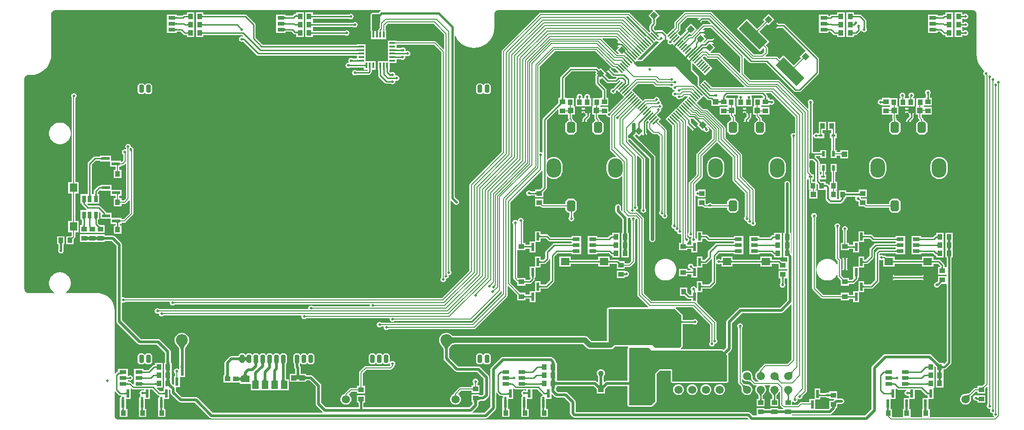
<source format=gtl>
%FSTAX23Y23*%
%MOIN*%
%SFA1B1*%

%IPPOS*%
%AMD31*
4,1,4,0.016000,-0.024300,0.024300,-0.016000,-0.016000,0.024300,-0.024300,0.016000,0.016000,-0.024300,0.0*
%
%AMD32*
4,1,4,0.024300,0.016000,0.016000,0.024300,-0.024300,-0.016000,-0.016000,-0.024300,0.024300,0.016000,0.0*
%
%AMD36*
4,1,4,0.105900,-0.047200,-0.047200,0.105900,-0.105900,0.047200,0.047200,-0.105900,0.105900,-0.047200,0.0*
%
%AMD40*
4,1,4,0.027700,0.000000,0.000000,0.027700,-0.027700,0.000000,0.000000,-0.027700,0.027700,0.000000,0.0*
%
%AMD41*
4,1,4,0.000000,0.027700,-0.027700,0.000000,0.000000,-0.027700,0.027700,0.000000,0.000000,0.027700,0.0*
%
%AMD90*
4,1,8,-0.015700,-0.041300,0.015700,-0.041300,0.031500,-0.025600,0.031500,0.025600,0.015700,0.041300,-0.015700,0.041300,-0.031500,0.025600,-0.031500,-0.025600,-0.015700,-0.041300,0.0*
%
%AMD93*
4,1,8,-0.008900,-0.029500,0.008900,-0.029500,0.017700,-0.020700,0.017700,0.020700,0.008900,0.029500,-0.008900,0.029500,-0.017700,0.020700,-0.017700,-0.020700,-0.008900,-0.029500,0.0*
%
%ADD14C,0.006000*%
%ADD21R,0.103000X0.062000*%
%ADD22R,0.120080X0.070870*%
%ADD23R,0.051180X0.059060*%
%ADD24R,0.039370X0.039370*%
%ADD25R,0.027560X0.017720*%
%ADD26R,0.051180X0.027560*%
%ADD27R,0.059060X0.023620*%
%ADD28R,0.035430X0.039370*%
%ADD29R,0.055120X0.062990*%
%ADD30R,0.062990X0.118110*%
G04~CAMADD=31~9~0.0~0.0~118.1~570.9~0.0~0.0~0~0.0~0.0~0.0~0.0~0~0.0~0.0~0.0~0.0~0~0.0~0.0~0.0~225.0~486.0~485.0*
%ADD31D31*%
G04~CAMADD=32~9~0.0~0.0~118.1~570.9~0.0~0.0~0~0.0~0.0~0.0~0.0~0~0.0~0.0~0.0~0.0~0~0.0~0.0~0.0~315.0~486.0~485.0*
%ADD32D32*%
%ADD33R,0.023620X0.039370*%
G04~CAMADD=36~9~0.0~0.0~2165.0~830.0~0.0~0.0~0~0.0~0.0~0.0~0.0~0~0.0~0.0~0.0~0.0~0~0.0~0.0~0.0~315.0~2118.0~2117.0*
%ADD36D36*%
%ADD37R,0.039370X0.039370*%
%ADD38R,0.039370X0.035430*%
%ADD39R,0.023620X0.059060*%
G04~CAMADD=40~10~0.0~393.7~0.0~0.0~0.0~0.0~0~0.0~0.0~0.0~0.0~0~0.0~0.0~0.0~0.0~0~0.0~0.0~0.0~315.0~393.7~0.0*
%ADD40D40*%
G04~CAMADD=41~10~0.0~393.7~0.0~0.0~0.0~0.0~0~0.0~0.0~0.0~0.0~0~0.0~0.0~0.0~0.0~0~0.0~0.0~0.0~405.0~393.7~0.0*
%ADD41D41*%
%ADD42R,0.027560X0.051180*%
%ADD43R,0.062990X0.055120*%
%ADD44R,0.059060X0.051180*%
%ADD76C,0.039370*%
%ADD77R,0.263780X0.263780*%
%ADD78R,0.157480X0.157480*%
%ADD79R,0.013780X0.043310*%
%ADD80R,0.043310X0.013780*%
%ADD81C,0.020000*%
%ADD82C,0.010000*%
%ADD83C,0.025000*%
%ADD84C,0.019680*%
%ADD85C,0.015000*%
%ADD86C,0.012000*%
%ADD87C,0.039370*%
%ADD88C,0.059060*%
%ADD89R,0.059060X0.059060*%
G04~CAMADD=90~4~0.0~0.0~629.9~826.8~0.0~157.5~0~0.0~0.0~0.0~0.0~0~0.0~0.0~0.0~0.0~0~0.0~0.0~0.0~180.0~630.0~826.0*
%ADD90D90*%
%ADD91O,0.106300X0.141730*%
%ADD92C,0.086610*%
G04~CAMADD=93~4~0.0~0.0~354.3~590.6~0.0~88.6~0~0.0~0.0~0.0~0.0~0~0.0~0.0~0.0~0.0~0~0.0~0.0~0.0~180.0~354.0~590.0*
%ADD93D93*%
%ADD94C,0.019680*%
%LNmod_duo_dwarf-1*%
%LPD*%
G36*
X03809Y02681D02*
X03775Y02647D01*
X03801Y0262*
X03801Y02617*
Y02593*
X03789Y0258*
X03785Y02575*
X03784Y0257*
Y02544*
X03785Y02538*
X03789Y02533*
X03789Y02533*
Y02528*
X03784Y02523*
X03643Y02664*
X03638Y02667*
X03633Y02668*
X02988*
X02983Y02667*
X02979Y02664*
X0271Y02395*
X02707Y02391*
X02706Y02386*
Y01652*
X02475Y01421*
X02472Y01416*
X02471Y01411*
Y00785*
X02269Y00583*
X-00039*
X-00039Y00583*
X-0004Y00583*
X-0004Y00583*
X-0004Y00584*
X-00047Y00588*
X-00055Y0059*
X-00059Y00589*
X-00064Y00593*
Y00975*
X-00066Y00982*
X-0007Y00989*
X-00115Y01034*
X-00122Y01038*
X-0013Y0104*
X-00185*
X-00186Y0104*
X-00188Y0104*
X-0019Y01041*
X-0019Y01041*
Y01049*
X-002*
X-002Y01049*
X-002Y01049*
X-00201*
X-00201Y01049*
X-00201Y01049*
X-00238*
X-00238Y01049*
X-00238Y01049*
X-00239*
X-00239Y01049*
X-00239Y01049*
X-00249*
X-0025*
X-0026*
X-0026Y01049*
X-0026Y01049*
X-00261*
X-00261Y01049*
X-00261Y01049*
X-00298*
X-00298Y01049*
X-00298Y01049*
X-00299*
X-00299Y01049*
X-00299Y01049*
X-00309*
X-0031*
X-0032*
X-0032Y01049*
X-0032Y01049*
X-00321*
X-00321Y01049*
X-00321Y01049*
X-00369*
Y00993*
X-0032*
X-0032Y00993*
X-0032Y00993*
X-0031*
X-00309*
X-00299*
X-00299Y00993*
X-00299Y00993*
X-0026*
X-0026Y00993*
X-0026Y00993*
X-0025*
X-00249*
X-00239*
X-00239Y00993*
X-00239Y00993*
X-002*
X-002Y00993*
X-002Y00993*
X-0019*
Y00999*
X-00189Y00999*
X-00185Y00999*
X-00138*
X-00105Y00966*
Y00415*
X-00103Y00407*
X-00099Y004*
X0005Y0025*
X00057Y00246*
X00065Y00244*
X00191*
X00251Y00184*
Y00114*
X00251Y00113*
X00251Y00111*
X0025Y00109*
X00244*
Y00099*
X00244Y00099*
X00244Y00099*
Y0006*
X00244Y0006*
X00244Y0006*
Y0005*
Y00049*
Y00039*
X00244Y00039*
X00244Y00039*
Y0*
X00244Y0*
X00244Y0*
Y-00009*
Y-0001*
Y-0002*
X00244Y-0002*
X00244Y-0002*
Y-00069*
X0024Y-00073*
X00238*
Y-00097*
X00213*
X0019Y-00074*
X00192Y-00069*
X00232*
Y-0001*
Y-00009*
Y00049*
Y0005*
Y00109*
X00177*
Y00095*
X0017*
X00164Y00094*
X00159Y0009*
X00126Y00058*
X00093*
Y00067*
X00022*
Y00019*
Y-00023*
Y-00044*
X00017Y-00046*
X00004Y-00032*
X0Y-00029*
X-00006Y-00028*
X-00022*
Y-00016*
X-00017Y-00015*
X-00012Y-00018*
X-00005Y-0002*
X00002Y-00018*
X00009Y-00014*
X00013Y-00007*
X00015Y0*
X00013Y00007*
X00009Y00014*
X00002Y00018*
X-00005Y0002*
X-00012Y00018*
X-00017Y00015*
X-00022Y00016*
Y00067*
X-00093*
Y00049*
X-00096Y00048*
X-001Y00045*
X-00113Y00033*
X-00118Y00035*
Y00492*
X-00118*
X-00119Y00512*
X-00124Y00531*
X-00132Y0055*
X-00142Y00567*
X-00155Y00583*
X-00171Y00596*
X-00188Y00606*
X-00207Y00614*
X-00226Y00619*
X-00246Y0062*
Y0062*
X-00473*
X-00475Y00625*
X-00467Y0063*
X-00466Y00631*
X-00466Y00632*
X-00456Y00641*
X-00455Y00642*
X-00455Y00643*
X-00447Y00654*
X-00447Y00655*
X-00446Y00656*
X-00441Y00668*
X-00441Y00669*
X-0044Y0067*
X-00438Y00684*
Y00685*
X-00438Y00686*
Y00699*
X-00438Y007*
Y00701*
X-0044Y00715*
X-00441Y00715*
X-00441Y00716*
X-00446Y00729*
X-00447Y0073*
X-00447Y00731*
X-00455Y00742*
X-00455Y00743*
X-00456Y00744*
X-00466Y00753*
X-00466Y00754*
X-00467Y00754*
X-00478Y00762*
X-00479Y00762*
X-0048Y00763*
X-00493Y00768*
X-00494Y00768*
X-00495Y00769*
X-00508Y00771*
X-00509*
X-0051Y00772*
X-00523*
X-00524Y00771*
X-00525*
X-00539Y00769*
X-0054Y00768*
X-00541Y00768*
X-00553Y00763*
X-00554Y00762*
X-00555Y00762*
X-00566Y00754*
X-00567Y00754*
X-00568Y00753*
X-00577Y00744*
X-00578Y00743*
X-00579Y00742*
X-00586Y00731*
X-00587Y0073*
X-00587Y00729*
X-00592Y00716*
X-00593Y00715*
X-00593Y00715*
X-00596Y00701*
Y007*
X-00596Y00699*
Y00686*
X-00596Y00685*
Y00684*
X-00593Y0067*
X-00593Y00669*
X-00592Y00668*
X-00587Y00656*
X-00587Y00655*
X-00586Y00654*
X-00579Y00643*
X-00578Y00642*
X-00577Y00641*
X-00568Y00632*
X-00567Y00631*
X-00566Y0063*
X-00558Y00625*
X-0056Y0062*
X-00748*
Y0062*
X-00755Y00621*
X-00762Y00624*
X-00768Y00629*
X-00773Y00635*
X-00775Y00642*
X-00776Y00649*
X-00776*
Y00854*
Y01641*
Y02185*
X-00776*
X-00775Y02192*
X-00773Y02199*
X-00768Y02205*
X-00762Y0221*
X-00755Y02212*
X-00748Y02213*
Y02213*
X-00728*
Y02213*
X-00705Y02215*
X-00682Y0222*
X-0066Y02229*
X-00641Y02242*
X-00623Y02257*
X-00608Y02274*
X-00596Y02294*
X-00587Y02316*
X-00581Y02338*
X-00579Y02362*
X-0058*
Y02657*
X-0058*
X-00579Y02664*
X-00576Y02671*
X-00571Y02677*
X-00565Y02682*
X-00558Y02685*
X-00551Y02686*
Y02686*
X01822*
X01823Y02681*
X01817Y02677*
X01807Y02667*
X01776*
X01766*
X01765*
X01764Y02667*
X01763*
X01763Y02667*
X01762Y02667*
X01762Y02666*
X01761Y02666*
X01761Y02666*
X0176Y02666*
X01759Y02666*
X01759Y02665*
X01758Y02665*
X01758Y02665*
X01757Y02664*
X01757Y02664*
X01756Y02663*
X01755Y02663*
X01755*
X01753Y0266*
X01753Y0266*
X01753Y0266*
X01752Y02659*
X01752Y02659*
Y02659*
X01751Y02658*
X01751Y02657*
X01751Y02657*
X01751Y02657*
X01751Y02657*
X01751Y02657*
X0175Y02655*
X0175Y02655*
Y02655*
Y02655*
X0175Y02654*
X0175Y02653*
Y02653*
X0175Y02653*
Y02652*
X01749Y02651*
Y02651*
Y02543*
X01749Y02543*
X01749Y02542*
X0175Y02538*
X0175Y02538*
X0175Y02537*
X0175Y02536*
X0175Y02536*
X01751Y02536*
X01751Y02536*
X01751Y02535*
X01751Y02534*
X01751Y02534*
X01751Y02533*
X01752Y02533*
X01752Y02533*
X01752Y02532*
Y02529*
X01752Y02529*
X01752Y02529*
Y02529*
X01752Y02528*
X01752Y02528*
Y02475*
X01863*
Y02538*
X01859*
Y0257*
X01875Y02586*
X02209*
X02286Y02509*
Y02403*
X02282Y02401*
X02228Y02455*
X02223Y02458*
X02218Y02459*
X01938*
Y02463*
X01875*
Y02429*
Y02403*
Y02378*
Y02352*
Y02314*
X01803*
Y02261*
X01803Y02261*
X01803Y0226*
Y0226*
X01803Y0226*
X01803Y0226*
Y02251*
X01805*
Y02209*
X01806Y02203*
X01809Y02198*
X01854Y02154*
X01859Y0215*
X01865Y02149*
X01897*
X01902Y02146*
X0191Y02144*
X01917Y02146*
X01924Y0215*
X01928Y02157*
X0193Y02165*
X01929Y02167*
X0193Y02167*
X01934Y0217*
X0194Y02169*
X01947Y02171*
X01954Y02175*
X01958Y02182*
X0196Y0219*
X01958Y02197*
X01954Y02204*
X01947Y02208*
X0194Y0221*
X01934Y02209*
X0193Y02212*
X01929Y02212*
X0193Y02215*
X01928Y02222*
X01924Y02229*
X01917Y02233*
X0191Y02235*
X01902Y02233*
X01897Y0223*
X01896*
X01887Y02239*
Y02251*
X01888*
Y0226*
X01888Y0226*
X01888Y0226*
Y0226*
X01888Y02261*
X01888Y02261*
Y02301*
X01938*
Y02328*
X0197*
X01976Y02325*
X01983Y02323*
X01991Y02325*
X01998Y02329*
X02002Y02336*
X02004Y02343*
X02003Y02349*
X02006Y02354*
X02006*
X02011Y0235*
X02019Y02349*
X02027Y0235*
X02033Y02355*
X02038Y02361*
X02039Y02369*
X02038Y02377*
X02033Y02383*
X02027Y02388*
X02019Y02389*
X02011Y02388*
X02009Y02386*
X02004Y02388*
X02004Y02389*
X02005Y02395*
X02003Y02402*
X01999Y02409*
X01992Y02413*
X01985Y02415*
X01977Y02413*
X01972Y0241*
X01938*
Y02432*
X02213*
X02266Y02379*
Y00735*
X02266Y00735*
X02266Y00734*
X02266Y00734*
X02265Y00734*
X02261Y00727*
X02259Y0072*
X02261Y00712*
X02265Y00705*
X02272Y00701*
X0228Y00699*
X02287Y00701*
X02294Y00705*
X02298Y00712*
X023Y0072*
X02299Y00724*
X023Y00724*
X02307Y00726*
X02314Y0073*
X02318Y00737*
X0232Y00745*
X02319Y00749*
X0232Y00749*
X02327Y00751*
X02334Y00755*
X02338Y00762*
X0234Y0077*
X02338Y00777*
X02334Y00784*
X02333Y00784*
X02333Y00784*
X02333Y00785*
X02333Y00785*
Y01294*
X02337Y01296*
X02356Y01278*
X02356Y01277*
X0236Y0127*
X02367Y01266*
X02375Y01264*
X02382Y01266*
X02389Y0127*
X02393Y01277*
X02395Y01285*
X02393Y01292*
X02389Y01299*
X02382Y01303*
X02381Y01303*
X02362Y01322*
Y025*
X02367Y02501*
X02372Y02491*
X02384Y02471*
X02399Y02454*
X02417Y02438*
X02436Y02426*
X02458Y02417*
X02481Y02412*
X02504Y0241*
X02527Y02412*
X0255Y02417*
X02571Y02426*
X02591Y02438*
X02609Y02454*
X02624Y02471*
X02636Y02491*
X02645Y02513*
X02651Y02535*
X02652Y02559*
X02652*
Y02657*
X02652*
X02653Y02664*
X02656Y02671*
X02661Y02677*
X02667Y02682*
X02674Y02685*
X02681Y02686*
Y02686*
X03807*
X03809Y02681*
G37*
G36*
X04145Y02627D02*
X04141Y02622D01*
X0414Y02623*
X04138Y02623*
X04138Y02623*
X04137Y02623*
X04136Y02622*
X04135Y02622*
X04134Y02622*
X04134Y02622*
X04132Y02621*
X04131Y0262*
X04131Y02619*
X04131Y02619*
X0413Y02618*
X04129Y02616*
X04129Y02616*
X04129Y02615*
X04129Y02614*
X04128Y02613*
X04128Y02612*
X04128Y02612*
X04129Y0261*
X04121Y02603*
X04118Y02598*
X04116Y02592*
X04118Y02586*
X04121Y02581*
X04126Y02578*
X04132Y02576*
X04138Y02578*
X04143Y02581*
X0415Y02589*
X04152Y02588*
X04152Y02588*
X04153Y02588*
X04154Y02589*
X04155Y02589*
X04156Y02589*
X04156Y02589*
X04158Y0259*
X04159Y02591*
X04159Y02591*
X0416Y02591*
X04161Y02592*
X04162Y02594*
X04162Y02594*
X04162Y02595*
X04162Y02596*
X04163Y02597*
X04163Y02598*
X04163Y02598*
X04163Y026*
X04162Y02601*
X04171Y02609*
X04208*
X0423Y02587*
X04228Y02583*
X0418*
X04174Y02582*
X0417Y02579*
X04089Y02498*
X04077*
X04072Y02497*
X04068Y02494*
X04041Y02467*
X04033Y02475*
X04076Y02517*
X04087Y02505*
X04129Y02547*
X04087Y02589*
X04045Y02547*
X04054Y02539*
X04012Y02496*
X0399Y02518*
X04004Y02532*
X04007Y02536*
X04008Y02541*
Y02579*
X0406Y02631*
X04143*
X04145Y02627*
G37*
G36*
X03826Y02629D02*
X03825Y02629D01*
X03824Y02628*
X03824Y02627*
X03823Y02625*
X03823Y02624*
X03822Y02622*
X03822Y0262*
X03822Y02614*
X03812*
X03812Y02617*
X03811Y02622*
X03811Y02624*
X03811Y02625*
X0381Y02627*
X03809Y02628*
X03809Y02629*
X03808Y02629*
X03807Y02629*
X03827*
X03826Y02629*
G37*
G36*
X04156Y02609D02*
X04155Y02608D01*
X04154Y02606*
X04153Y02605*
X04152Y02604*
X04152Y02603*
X04151Y02602*
X04151Y02601*
X04152Y026*
X04152Y02599*
X04153Y02598*
X04138Y02613*
X04139Y02612*
X0414Y02612*
X04141Y02611*
X04142Y02611*
X04143Y02612*
X04144Y02612*
X04145Y02613*
X04146Y02614*
X04148Y02615*
X04149Y02616*
X04156Y02609*
G37*
G36*
X04644Y02597D02*
X04644Y02598D01*
X04643Y02598*
X04643Y02598*
X04642Y02598*
X04641Y02598*
X04641Y02598*
X0464Y02597*
X04639Y02597*
X04638Y02596*
X04638Y02595*
X04633Y026*
X04634Y026*
X04635Y02601*
X04635Y02602*
X04636Y02603*
X04636Y02603*
X04636Y02604*
X04636Y02604*
X04636Y02605*
X04636Y02606*
X04636Y02606*
X04644Y02597*
G37*
G36*
X04715Y02581D02*
X04715Y0258D01*
X04716Y0258*
X04717Y02579*
X04718Y02578*
X0472Y02578*
X04722Y02578*
X04724Y02577*
X04729Y02577*
Y02567*
X04727Y02567*
X04722Y02567*
X0472Y02566*
X04718Y02566*
X04717Y02565*
X04716Y02565*
X04715Y02564*
X04715Y02563*
X04714Y02562*
Y02582*
X04715Y02581*
G37*
G36*
X03966Y02536D02*
X03965Y02535D01*
X03964Y02535*
X03964Y02534*
X03964Y02533*
X03963Y02533*
X03963Y02532*
X03963Y02531*
X03963Y02531*
X03963Y0253*
X03964Y0253*
X03955Y02538*
X03956Y02538*
X03956Y02538*
X03957Y02538*
X03957Y02538*
X03958Y02538*
X03959Y02538*
X03959Y02538*
X0396Y02539*
X03961Y0254*
X03962Y0254*
X03966Y02536*
G37*
G36*
X04577Y02534D02*
X04576Y02534D01*
X04575Y02533*
X04575Y02532*
X04574Y02531*
X04574Y02531*
X04574Y0253*
X04574Y02529*
X04574Y02529*
X04574Y02528*
X04574Y02528*
X04566Y02536*
X04566Y02536*
X04567Y02536*
X04567Y02536*
X04568Y02536*
X04569Y02536*
X04569Y02536*
X0457Y02537*
X04571Y02537*
X04572Y02538*
X04572Y02539*
X04577Y02534*
G37*
G36*
X03807Y02543D02*
X03813Y02538D01*
X03813Y02538*
X03814Y02538*
X03805Y0253*
X03805Y0253*
X03805Y0253*
X03805Y02531*
X03805Y02531*
X03803Y02533*
X03799Y02538*
X03806Y02545*
X03807Y02543*
G37*
G36*
X01769Y02657D02*
X01776D01*
X01807*
X0182*
Y02598*
X01817Y02595*
X01816Y0259*
Y02555*
X01811Y02549*
X01808Y02545*
X01807Y02542*
X01803Y02538*
X01803*
Y02538*
X018Y02535*
X018Y02531*
X018Y0253*
X018Y02529*
X01801Y02529*
X01801Y02528*
X01801Y02528*
X01788*
X01788Y02528*
X01788Y02529*
X01789Y02529*
X01789Y0253*
X01789Y02531*
X01789Y02532*
X01789Y02535*
X01774*
X01774Y02531*
X01775Y0253*
X01775Y02529*
X01775Y02529*
X01775Y02528*
X01776Y02528*
X01762*
X01762Y02528*
X01763Y02529*
X01763Y02529*
X01763Y0253*
X01763Y02531*
X01764Y02532*
X01764Y02535*
X01762*
X01762Y02536*
X01761Y02536*
X01761Y02536*
X01761Y02538*
X01761Y02538*
X0176Y02538*
X0176Y02539*
X0176Y02539*
X0176Y02543*
Y02651*
Y02651*
X0176Y02651*
X0176Y02653*
X0176Y02653*
X01763Y02656*
X01763*
X01763Y02656*
X01763*
X01763Y02656*
X01765Y02657*
X01765Y02657*
X01766*
X01769*
G37*
G36*
X01849Y02533D02*
X01849Y02532D01*
X01849Y02531*
X01849Y0253*
X01849Y0253*
X0185Y02529*
X0185Y02529*
X01851Y02528*
X01851Y02528*
X01852Y02528*
X0184*
X0184Y02528*
X01841Y02528*
X01841Y02529*
X01842Y02529*
X01842Y0253*
X01842Y0253*
X01842Y02531*
X01843Y02532*
X01843Y02533*
X01843Y02534*
X01849*
X01849Y02533*
G37*
G36*
X01823D02*
X01823Y02532D01*
X01823Y02531*
X01824Y0253*
X01824Y0253*
X01824Y02529*
X01825Y02529*
X01825Y02528*
X01826Y02528*
X01826Y02528*
X01814*
X01815Y02528*
X01815Y02528*
X01816Y02529*
X01816Y02529*
X01816Y0253*
X01817Y0253*
X01817Y02531*
X01817Y02532*
X01817Y02533*
X01817Y02534*
X01823*
X01823Y02533*
G37*
G36*
X04079Y02528D02*
X04078Y02528D01*
X04077Y02529*
X04076Y02529*
X04076Y02529*
X04074Y02529*
X04073Y02528*
X04072Y02528*
X04071Y02527*
X0407Y02526*
X04068Y02524*
X04061Y02531*
X04063Y02533*
X04064Y02534*
X04065Y02535*
X04065Y02537*
X04066Y02538*
X04066Y02539*
X04066Y0254*
X04066Y0254*
X04065Y02541*
X04065Y02542*
X04079Y02528*
G37*
G36*
X0398Y02522D02*
X03979Y02521D01*
X03978Y02521*
X03978Y0252*
X03977Y02519*
X03977Y02519*
X03977Y02518*
X03977Y02517*
X03977Y02517*
X03977Y02516*
X03978Y02516*
X03969Y02524*
X0397Y02524*
X0397Y02524*
X03971Y02524*
X03971Y02524*
X03972Y02524*
X03973Y02524*
X03973Y02525*
X03974Y02525*
X03975Y02526*
X03976Y02526*
X0398Y02522*
G37*
G36*
X03844Y02521D02*
X03843Y0252D01*
X03842Y02518*
X03841Y02517*
X0384Y02516*
X0384Y02515*
X03839Y02514*
X03839Y02513*
X03839Y02513*
X0384Y02512*
X0384Y02511*
X03827Y02524*
X03828Y02524*
X03828Y02524*
X03829Y02523*
X0383Y02524*
X03831Y02524*
X03832Y02524*
X03833Y02525*
X03834Y02526*
X03835Y02527*
X03837Y02528*
X03844Y02521*
G37*
G36*
X04184Y02512D02*
X04184Y02513D01*
X04184Y02514*
X04183Y02514*
X04182Y02515*
X0418Y02516*
X04179Y02516*
X04177Y02516*
X04175Y02517*
X04169Y02517*
Y02527*
X04172Y02527*
X04177Y02527*
X04179Y02528*
X0418Y02528*
X04182Y02529*
X04183Y02529*
X04184Y0253*
X04184Y02531*
X04184Y02532*
Y02512*
G37*
G36*
X0378Y02512D02*
X03781Y02511D01*
X03782Y02511*
X03782Y0251*
X03783Y0251*
X03784Y0251*
X03784Y0251*
X03785Y0251*
X03785Y0251*
X03786Y0251*
X03777Y02502*
X03778Y02503*
X03778Y02503*
X03778Y02504*
X03778Y02504*
X03778Y02505*
X03778Y02505*
X03777Y02506*
X03777Y02507*
X03776Y02508*
X03775Y02508*
X03779Y02513*
X0378Y02512*
G37*
G36*
X04446Y02344D02*
Y02228D01*
X04442Y02226*
X04299Y02369*
X04295Y02372*
X0429Y02373*
X04232*
X0423Y02378*
X04264Y02412*
X04241Y02436*
X04241Y02436*
X04244Y0244*
X04245Y0244*
X04245Y02439*
X04247Y0244*
X04248Y02439*
X04249Y0244*
X04249Y0244*
X0425Y0244*
X04252Y02441*
X04252Y02441*
X04253Y02441*
X04267*
X04273Y02443*
X04278Y02446*
X04281Y02451*
X04282Y02457*
X04281Y02463*
X04278Y02468*
X04273Y02471*
X04267Y02472*
X04262*
X04262Y02473*
X04261Y02474*
X04261Y02474*
X0426Y02475*
X04259Y02476*
X04259Y02477*
X04258Y02477*
X04257Y02478*
X04256Y02479*
X04255Y02479*
X04255Y02479*
X04254Y02479*
X04252Y0248*
X04252Y02479*
X04251Y0248*
X0425Y02479*
X04249Y02479*
X04248Y02479*
X04247Y02478*
X04246Y02478*
X04245Y02477*
X04245Y02476*
X04244Y02476*
X04244Y02476*
X04244Y02476*
X04243Y02475*
X04236Y02475*
X04215*
X04209Y02474*
X04204Y0247*
X04183Y0245*
X04178*
X04176Y02454*
X04199Y02477*
X04179Y02498*
X04181Y02502*
X04182Y02502*
X04183Y02502*
X04184Y02502*
X04185Y02502*
X04186Y02502*
X04187Y02502*
X04188Y02502*
X04189Y02503*
X04189Y02503*
X0419Y02504*
X04191Y02505*
X04192Y02505*
X04192Y02506*
X04193Y02506*
X04202*
X04208Y02508*
X04213Y02511*
X04216Y02516*
X04217Y02522*
X04216Y02528*
X04213Y02533*
X04208Y02536*
X04202Y02537*
X04193*
X04192Y02538*
X04192Y02538*
X04191Y02539*
X0419Y0254*
X04189Y0254*
X04189Y02541*
X04188Y02541*
X04187Y02541*
X04186Y02542*
X04185Y02542*
X04184Y02542*
X04183Y02542*
X04182Y02542*
X04181Y02541*
X0418Y02541*
X04179Y02541*
X04178Y0254*
X04178Y02539*
X04177Y02539*
X04175Y02539*
X04173Y02543*
X04173Y02544*
X04185Y02556*
X04234*
X04446Y02344*
G37*
G36*
X04026Y02482D02*
X04025Y02481D01*
X04019Y02475*
X04019Y02474*
X04019Y02474*
X04011Y02482*
X04011Y02482*
X04012Y02483*
X04012Y02483*
X04013Y02483*
X04014Y02485*
X04019Y02489*
X04026Y02482*
G37*
G36*
X03752Y02484D02*
X03753Y02483D01*
X03754Y02483*
X03755Y02482*
X03755Y02482*
X03756Y02482*
X03756Y02482*
X03757Y02482*
X03757Y02482*
X03758Y02482*
X0375Y02474*
X0375Y02475*
X0375Y02475*
X0375Y02476*
X0375Y02476*
X0375Y02477*
X0375Y02477*
X03749Y02478*
X03749Y02479*
X03748Y0248*
X03747Y0248*
X03752Y02485*
X03752Y02484*
G37*
G36*
X03839Y02484D02*
X03839Y02483D01*
X03839Y02483*
X03839Y02482*
X03839Y02481*
X0384Y02481*
X0384Y0248*
X03841Y02479*
X03841Y02479*
X03842Y02478*
X03838Y02474*
X03837Y02474*
X03836Y02475*
X03835Y02476*
X03835Y02476*
X03834Y02476*
X03834Y02476*
X03833Y02476*
X03832Y02476*
X03832Y02476*
X03832Y02476*
X0384Y02484*
X03839Y02484*
G37*
G36*
X03867Y0247D02*
X03867Y0247D01*
X03866Y0247*
X03866Y0247*
X03865Y0247*
X03865Y0247*
X03864Y02469*
X03863Y02469*
X03863Y02469*
X03862Y02468*
X03862Y02467*
X03857Y02472*
X03858Y02472*
X03859Y02473*
X03859Y02474*
X0386Y02475*
X0386Y02475*
X0386Y02476*
X0386Y02476*
X0386Y02477*
X0386Y02477*
X03867Y0247*
G37*
G36*
X03951Y02462D02*
X03951Y02462D01*
X0395Y02462*
X0395Y02463*
X03949Y02463*
X03949Y02462*
X03948Y02462*
X03948Y02462*
X03947Y02461*
X03947Y02461*
X03947Y0246*
X03946Y02459*
X03946Y02458*
X03946Y02457*
X03946Y02456*
X03946Y02455*
X03936Y02465*
X03937Y02465*
X03938Y02465*
X03939Y02465*
X0394Y02465*
X03941Y02465*
X03942Y02466*
X03943Y02466*
X03943Y02466*
X03943Y02467*
X03944Y02468*
X03944Y02468*
X03944Y02469*
X03944Y02469*
X03943Y0247*
X03943Y0247*
X03951Y02462*
G37*
G36*
X03739Y0247D02*
X03739Y02469D01*
X0374Y02469*
X03741Y02468*
X03741Y02468*
X03742Y02468*
X03743Y02468*
X03743Y02468*
X03744Y02468*
X03744Y02469*
X03736Y0246*
X03736Y02461*
X03736Y02461*
X03736Y02462*
X03736Y02462*
X03736Y02463*
X03736Y02464*
X03735Y02464*
X03735Y02465*
X03734Y02466*
X03733Y02467*
X03738Y02471*
X03739Y0247*
G37*
G36*
X03557Y02462D02*
X03557Y02462D01*
X03555Y02458*
X03555Y02457*
X03554Y02457*
X03553Y02457*
X03552Y02456*
X03551Y02456*
X0355Y02456*
X0355Y02455*
X03549Y02455*
X03548Y02454*
X03547Y02453*
X03547Y02453*
X03546Y02452*
X03537*
X03531Y02451*
X03526Y02448*
X03523Y02443*
X03522Y02437*
X03523Y02431*
X03526Y02426*
X03531Y02423*
X03537Y02421*
X03546*
X03547Y02421*
X03547Y0242*
X03548Y0242*
X03549Y02419*
X0355Y02418*
X0355Y02418*
X03551Y02417*
X03552Y02417*
X03553Y02417*
X03554Y02417*
X03555Y02417*
X03556Y02417*
X03557Y02417*
X03558Y02417*
X0356Y02413*
X0354Y02392*
X0356Y02372*
X03558Y02368*
X0355*
X03441Y02477*
X03443Y02481*
X03537*
X03557Y02462*
G37*
G36*
X0415Y02456D02*
X0415Y02457D01*
X04149Y02457*
X04148Y02457*
X04147Y02457*
X04146Y02457*
X04145Y02457*
X04144Y02456*
X04143Y02455*
X04141Y02454*
X0414Y02453*
X04133Y0246*
X04134Y02461*
X04135Y02463*
X04136Y02464*
X04137Y02465*
X04137Y02466*
X04137Y02467*
X04137Y02468*
X04137Y02469*
X04137Y0247*
X04136Y0247*
X0415Y02456*
G37*
G36*
X04049Y02453D02*
X04049Y02452D01*
X04048Y02451*
X04047Y0245*
X04047Y0245*
X04047Y02449*
X04047Y02448*
X04047Y02448*
X04047Y02447*
X04047Y02447*
X04047Y02446*
X04039Y02455*
X04039Y02454*
X0404Y02454*
X0404Y02454*
X04041Y02454*
X04042Y02454*
X04042Y02455*
X04043Y02455*
X04044Y02455*
X04044Y02456*
X04045Y02457*
X04049Y02453*
G37*
G36*
X04246Y0245D02*
X04247Y02451D01*
X04246Y02451*
X04246Y02452*
X04245Y02453*
X04243Y02453*
X04242Y02454*
X0424Y02454*
X04237Y02454*
X04231Y02455*
X04232Y02465*
X04235Y02465*
X04244Y02465*
X04246Y02466*
X04248Y02466*
X0425Y02467*
X04251Y02468*
X04251Y02468*
X04252Y02469*
X04246Y0245*
G37*
G36*
X03725Y02456D02*
X03725Y02455D01*
X03726Y02455*
X03727Y02455*
X03727Y02454*
X03728Y02454*
X03729Y02454*
X03729Y02454*
X0373Y02454*
X0373Y02455*
X03722Y02446*
X03722Y02447*
X03722Y02447*
X03722Y02448*
X03722Y02448*
X03722Y02449*
X03722Y0245*
X03722Y0245*
X03721Y02451*
X0372Y02452*
X0372Y02453*
X03724Y02457*
X03725Y02456*
G37*
G36*
X01928Y02451D02*
X01928Y02451D01*
X01929Y0245*
X01929Y0245*
X0193Y02449*
X0193Y02449*
X01931Y02449*
X01932Y02449*
X01933Y02449*
X01934Y02449*
Y02443*
X01933Y02443*
X01932Y02443*
X01931Y02442*
X0193Y02442*
X0193Y02442*
X01929Y02442*
X01929Y02441*
X01928Y02441*
X01928Y0244*
X01928Y0244*
Y02452*
X01928Y02451*
G37*
G36*
X03979Y02434D02*
X03979Y02434D01*
X03979Y02434*
X03978Y02434*
X03978Y02433*
X03976Y02432*
X03972Y02428*
X03964Y02435*
X03966Y02436*
X03971Y02442*
X03971Y02442*
X03971Y02442*
X03979Y02434*
G37*
G36*
X03711Y02442D02*
X03711Y02442D01*
X03712Y02441*
X03713Y02441*
X03714Y0244*
X03714Y0244*
X03715Y0244*
X03715Y0244*
X03716Y0244*
X03716Y02441*
X03708Y02433*
X03708Y02433*
X03708Y02433*
X03709Y02434*
X03708Y02434*
X03708Y02435*
X03708Y02436*
X03708Y02436*
X03707Y02437*
X03706Y02438*
X03706Y02439*
X0371Y02443*
X03711Y02442*
G37*
G36*
X03555Y02446D02*
X03556Y02445D01*
X03556Y02444*
X03557Y02444*
X03559Y02443*
X0356Y02443*
X03562Y02442*
X03565Y02442*
X0357Y02442*
Y02432*
X03567Y02432*
X03562Y02431*
X0356Y02431*
X03559Y02431*
X03557Y0243*
X03556Y02429*
X03556Y02429*
X03555Y02428*
X03555Y02427*
Y02447*
X03555Y02446*
G37*
G36*
X04082Y02426D02*
X0408Y02425D01*
X04075Y02419*
X04075Y02419*
X04075Y02419*
X04067Y02427*
X04067Y02427*
X04067Y02427*
X04068Y02427*
X04068Y02428*
X0407Y02429*
X04074Y02433*
X04082Y02426*
G37*
G36*
X04621Y0243D02*
X04621Y0243D01*
X04621Y02429*
X04621Y02429*
X04621Y02428*
X04621Y02427*
X04622Y02427*
X04622Y02426*
X04623Y02425*
X04624Y02424*
X0462Y0242*
X04619Y02421*
X04618Y02422*
X04617Y02422*
X04617Y02423*
X04616Y02423*
X04615Y02423*
X04615Y02423*
X04614Y02423*
X04614Y02423*
X04613Y02422*
X04622Y02431*
X04621Y0243*
G37*
G36*
X03697Y02428D02*
X03698Y02428D01*
X03698Y02427*
X03699Y02427*
X037Y02426*
X037Y02426*
X03701Y02426*
X03701Y02426*
X03702Y02426*
X03702Y02427*
X03694Y02419*
X03694Y02419*
X03695Y02419*
X03695Y0242*
X03695Y02421*
X03694Y02421*
X03694Y02422*
X03694Y02422*
X03693Y02423*
X03692Y02424*
X03692Y02425*
X03696Y02429*
X03697Y02428*
G37*
G36*
X03683Y02414D02*
X03684Y02414D01*
X03684Y02413*
X03685Y02413*
X03686Y02412*
X03686Y02412*
X03687Y02412*
X03687Y02412*
X03688Y02413*
X03688Y02413*
X0368Y02405*
X0368Y02405*
X03681Y02406*
X03681Y02406*
X03681Y02407*
X0368Y02407*
X0368Y02408*
X0368Y02409*
X03679Y02409*
X03679Y0241*
X03678Y02411*
X03682Y02415*
X03683Y02414*
G37*
G36*
X04205Y02402D02*
X04204Y02403D01*
X04204Y02404*
X04203Y02405*
X04202Y02405*
X04201Y02406*
X04199Y02406*
X04197Y02407*
X04195Y02407*
X0419Y02407*
Y02417*
X04192Y02417*
X04197Y02418*
X04199Y02418*
X04201Y02418*
X04202Y02419*
X04203Y0242*
X04204Y0242*
X04204Y02421*
X04205Y02422*
Y02402*
G37*
G36*
X04109Y02398D02*
X04108Y02397D01*
X04103Y02391*
X04103Y02391*
X04103Y02391*
X04095Y02399*
X04095Y02399*
X04095Y02399*
X04096Y02399*
X04096Y024*
X04098Y02401*
X04102Y02405*
X04109Y02398*
G37*
G36*
X03669Y024D02*
X0367Y024D01*
X0367Y02399*
X03671Y02399*
X03672Y02399*
X03672Y02398*
X03673Y02398*
X03673Y02398*
X03674Y02399*
X03674Y02399*
X03666Y02391*
X03666Y02391*
X03667Y02392*
X03667Y02392*
X03667Y02393*
X03667Y02393*
X03666Y02394*
X03666Y02395*
X03665Y02395*
X03665Y02396*
X03664Y02397*
X03668Y02401*
X03669Y024*
G37*
G36*
X01928Y02401D02*
X01929Y02401D01*
X01929Y024*
X0193Y024*
X01931Y024*
X01932Y024*
X01935Y024*
X01938Y024*
Y0239*
X01936Y02389*
X01931Y02389*
X0193Y02389*
X01929Y02389*
X01929Y02388*
X01928Y02388*
X01928Y02388*
Y02401*
X01928Y02401*
G37*
G36*
X01977Y02388D02*
X01977Y02388D01*
X01977Y02388*
X01976Y02389*
X01975Y02389*
X01975Y02389*
X01974Y02389*
X01973Y02389*
X01972Y02389*
X0197Y0239*
Y024*
X01971Y024*
X01973Y024*
X01974Y024*
X01975Y024*
X01975Y024*
X01976Y024*
X01977Y02401*
X01977Y02401*
X01977Y02401*
Y02388*
G37*
G36*
X04123Y02384D02*
X04122Y02383D01*
X04117Y02377*
X04117Y02377*
X04117Y02377*
X04109Y02385*
X04109Y02385*
X04109Y02385*
X0411Y02385*
X0411Y02386*
X04112Y02387*
X04116Y02392*
X04123Y02384*
G37*
G36*
X03655Y02387D02*
X03656Y02386D01*
X03657Y02385*
X03657Y02385*
X03658Y02385*
X03658Y02384*
X03659Y02384*
X0366Y02384*
X0366Y02385*
X0366Y02385*
X03652Y02377*
X03653Y02377*
X03653Y02378*
X03653Y02378*
X03653Y02379*
X03653Y02379*
X03652Y0238*
X03652Y02381*
X03651Y02381*
X03651Y02382*
X0365Y02383*
X03654Y02387*
X03655Y02387*
G37*
G36*
X03606Y02389D02*
X03605Y02388D01*
X03605Y02387*
X03605Y02386*
X03606Y02385*
X03606Y02384*
X03607Y02383*
X03608Y02381*
X03609Y0238*
X0361Y02379*
X03603Y02372*
X03602Y02373*
X036Y02374*
X03599Y02375*
X03598Y02376*
X03597Y02376*
X03596Y02376*
X03595Y02376*
X03594Y02376*
X03593Y02376*
X03592Y02375*
X03606Y02389*
X03606Y02389*
G37*
G36*
X04137Y02371D02*
X04136Y02369D01*
X04131Y02363*
X04131Y02363*
X04131Y02363*
X04123Y02371*
X04123Y02371*
X04123Y02371*
X04123Y02371*
X04124Y02372*
X04126Y02373*
X0413Y02378*
X04137Y02371*
G37*
G36*
X0364Y02376D02*
X03646Y02371D01*
X03646Y02371*
X03646Y02371*
X03638Y02363*
X03638Y02363*
X03638Y02363*
X03638Y02364*
X03638Y02364*
X03636Y02366*
X03632Y02371*
X03639Y02378*
X0364Y02376*
G37*
G36*
X01928Y02375D02*
X01929Y02375D01*
X01929Y02375*
X0193Y02375*
X01931Y02374*
X01932Y02374*
X01935Y02374*
X01938Y02374*
Y02364*
X01936Y02364*
X01931Y02363*
X0193Y02363*
X01929Y02363*
X01929Y02363*
X01928Y02362*
X01928Y02362*
Y02376*
X01928Y02375*
G37*
G36*
X02012Y02362D02*
X02011Y02362D01*
X02011Y02363*
X0201Y02363*
X0201Y02363*
X02009Y02363*
X02008Y02364*
X02008Y02364*
X02007Y02364*
X02005Y02364*
Y02374*
X02006Y02374*
X02008Y02374*
X02008Y02374*
X02009Y02374*
X0201Y02375*
X0201Y02375*
X02011Y02375*
X02011Y02375*
X02012Y02376*
Y02362*
G37*
G36*
X04147Y02355D02*
X04146Y02354D01*
X04145Y02354*
X04145Y02353*
X04145Y02352*
X04144Y02352*
X04144Y02351*
X04144Y0235*
X04144Y0235*
X04144Y02349*
X04145Y02349*
X04136Y02357*
X04137Y02357*
X04137Y02357*
X04138Y02357*
X04138Y02357*
X04139Y02357*
X0414Y02357*
X0414Y02357*
X04141Y02358*
X04142Y02359*
X04143Y02359*
X04147Y02355*
G37*
G36*
X03626Y02362D02*
X03632Y02357D01*
X03632Y02357*
X03633Y02357*
X03624Y02349*
X03624Y02349*
X03624Y02349*
X03624Y0235*
X03624Y0235*
X03622Y02352*
X03618Y02357*
X03625Y02364*
X03626Y02362*
G37*
G36*
X04063Y02351D02*
X04056Y02344D01*
X04049Y02351*
X0405Y02352*
X04054Y02356*
X04054Y02357*
X04054Y02358*
X04055Y02358*
X04055Y02358*
X04054Y02359*
X04063Y02351*
G37*
G36*
X04161Y02341D02*
X0416Y0234D01*
X04159Y0234*
X04159Y02339*
X04158Y02338*
X04158Y02338*
X04158Y02337*
X04158Y02336*
X04158Y02336*
X04158Y02336*
X04159Y02335*
X0415Y02343*
X04151Y02343*
X04151Y02343*
X04152Y02343*
X04152Y02343*
X04153Y02343*
X04154Y02343*
X04154Y02344*
X04155Y02344*
X04156Y02345*
X04157Y02346*
X04161Y02341*
G37*
G36*
X01928Y0235D02*
X01929Y02349D01*
X01929Y02349*
X0193Y02349*
X01931Y02349*
X01932Y02349*
X01935Y02348*
X01938Y02348*
Y02338*
X01936Y02338*
X01931Y02338*
X0193Y02338*
X01929Y02337*
X01929Y02337*
X01928Y02337*
X01928Y02337*
Y0235*
X01928Y0235*
G37*
G36*
X01976Y02336D02*
X01976Y02337D01*
X01975Y02337*
X01975Y02337*
X01974Y02338*
X01974Y02338*
X01973Y02338*
X01972Y02338*
X01971Y02338*
X01969Y02338*
Y02348*
X0197Y02348*
X01972Y02348*
X01973Y02349*
X01974Y02349*
X01974Y02349*
X01975Y02349*
X01975Y0235*
X01976Y0235*
X01976Y0235*
Y02336*
G37*
G36*
X03613Y02345D02*
X03614Y02344D01*
X03615Y02344*
X03615Y02343*
X03616Y02343*
X03617Y02343*
X03617Y02343*
X03618Y02343*
X03618Y02343*
X03619Y02343*
X0361Y02335*
X03611Y02336*
X03611Y02336*
X03611Y02336*
X03611Y02337*
X03611Y02338*
X03611Y02338*
X0361Y02339*
X0361Y0234*
X03609Y0234*
X03608Y02341*
X03612Y02346*
X03613Y02345*
G37*
G36*
X04911Y02331D02*
X04911Y02331D01*
X0491Y02331*
X04909Y02331*
X04909Y02331*
X04908Y02331*
X04908Y02331*
X04907Y0233*
X04906Y0233*
X04905Y02329*
X04905Y02328*
X049Y02333*
X04901Y02333*
X04902Y02334*
X04902Y02335*
X04903Y02336*
X04903Y02336*
X04903Y02337*
X04903Y02338*
X04903Y02338*
X04903Y02339*
X04902Y02339*
X04911Y02331*
G37*
G36*
X03765Y02504D02*
X03763Y02502D01*
X0377Y02495*
X0377Y02495*
X03771Y02495*
X03771Y02494*
X03771Y02494*
X03771Y02494*
X03818Y02448*
X03833Y02463*
X03837Y0246*
X03841Y02457*
X03846Y02456*
X0385*
X03852Y02452*
X03725Y02325*
X03701*
X03699Y02329*
X0372Y0235*
X03734Y02364*
X03762Y02392*
X03785Y02414*
X03812Y02442*
X03766Y02489*
X03766Y02489*
X03766Y02489*
X03765Y02489*
X03765Y0249*
X03765Y0249*
X03758Y02497*
X03756Y02495*
X03614Y02637*
X03616Y02641*
X03628*
X03765Y02504*
G37*
G36*
X04091Y02323D02*
X0409Y02323D01*
X0409Y02323*
X0409Y02322*
X04089Y02322*
X04088Y02321*
X04083Y02316*
X04076Y02323*
X04077Y02325*
X04082Y0233*
X04082Y02331*
X04082Y02331*
X04091Y02323*
G37*
G36*
X03599Y02331D02*
X036Y0233D01*
X03601Y0233*
X03602Y02329*
X03602Y02329*
X03603Y02329*
X03603Y02329*
X03604Y02329*
X03604Y02329*
X03605Y02329*
X03597Y02321*
X03597Y02322*
X03597Y02322*
X03597Y02323*
X03597Y02323*
X03597Y02324*
X03597Y02324*
X03596Y02325*
X03596Y02326*
X03595Y02327*
X03594Y02327*
X03599Y02332*
X03599Y02331*
G37*
G36*
X03919Y02465D02*
X03917Y02463D01*
X03916Y02455*
X03917Y02447*
X03922Y0244*
X03928Y02436*
X03936Y02435*
X03944Y02436*
X0395Y0244*
X04085Y02306*
Y0225*
X04087Y02247*
X04133Y02201*
X04134Y022*
X04134Y022*
X04135Y02197*
Y0214*
X04123Y02128*
X04112Y02139*
X04108Y02142*
X04103Y02143*
X04101*
X04045Y022*
X0403Y02215*
X03975Y02275*
X03786*
X03785Y02275*
X03783Y02275*
X03695*
X0367Y02299*
X03673Y02303*
X03673Y02303*
X03678Y02308*
X03678Y02308*
X03685Y02315*
X0373*
X03875Y0246*
X03877Y02461*
X03884Y02465*
X03887Y0247*
X03916*
X03919Y02465*
G37*
G36*
X0473Y02318D02*
X04731Y02317D01*
X04732Y02317*
X04733Y02316*
X04733Y02316*
X04734Y02316*
X04734Y02316*
X04735Y02316*
X04735Y02316*
X04736Y02317*
X04727Y02308*
X04728Y02309*
X04728Y02309*
X04728Y0231*
X04728Y0231*
X04728Y02311*
X04728Y02312*
X04727Y02312*
X04727Y02313*
X04726Y02314*
X04725Y02315*
X04729Y02319*
X0473Y02318*
G37*
G36*
X03585Y02317D02*
X03586Y02316D01*
X03587Y02316*
X03588Y02315*
X03588Y02315*
X03589Y02315*
X03589Y02315*
X0359Y02315*
X0359Y02315*
X03591Y02315*
X03583Y02307*
X03583Y02308*
X03583Y02308*
X03583Y02309*
X03583Y02309*
X03583Y0231*
X03583Y0231*
X03582Y02311*
X03582Y02312*
X03581Y02313*
X0358Y02313*
X03585Y02318*
X03585Y02317*
G37*
G36*
X03673Y02317D02*
X03673Y02317D01*
X03673Y02316*
X03674Y02316*
X03675Y02314*
X03679Y02309*
X03672Y02302*
X03671Y02304*
X03665Y02309*
X03665Y02309*
X03665Y02309*
X03673Y02317*
X03673Y02317*
G37*
G36*
X03558Y02289D02*
X03558Y02288D01*
X03559Y02288*
X0356Y02287*
X0356Y02287*
X03561Y02287*
X03562Y02287*
X03562Y02287*
X03563Y02287*
X03563Y02288*
X03555Y02279*
X03555Y0228*
X03555Y0228*
X03555Y02281*
X03555Y02281*
X03555Y02282*
X03555Y02283*
X03554Y02283*
X03554Y02284*
X03553Y02285*
X03553Y02286*
X03557Y0229*
X03558Y02289*
G37*
G36*
X04844Y02267D02*
X04843Y02267D01*
X04842Y02266*
X04842Y02265*
X04841Y02264*
X04841Y02264*
X04841Y02263*
X04841Y02262*
X04841Y02262*
X04841Y02261*
X04841Y02261*
X04833Y02269*
X04833Y02269*
X04834Y02269*
X04834Y02269*
X04835Y02269*
X04836Y02269*
X04836Y02269*
X04837Y0227*
X04838Y0227*
X04839Y02271*
X04839Y02272*
X04844Y02267*
G37*
G36*
X03544Y02275D02*
X03544Y02275D01*
X03545Y02274*
X03546Y02274*
X03547Y02273*
X03547Y02273*
X03548Y02273*
X03548Y02273*
X03549Y02273*
X03549Y02274*
X03541Y02265*
X03541Y02266*
X03541Y02266*
X03541Y02267*
X03541Y02267*
X03541Y02268*
X03541Y02269*
X03541Y02269*
X0354Y0227*
X03539Y02271*
X03539Y02272*
X03543Y02276*
X03544Y02275*
G37*
G36*
X03617Y02261D02*
X03617Y0226D01*
X03616Y0226*
X03617Y02259*
X03617Y02259*
X03617Y02258*
X03617Y02257*
X03618Y02257*
X03619Y02256*
X03619Y02255*
X03615Y02251*
X03614Y02252*
X03614Y02252*
X03613Y02253*
X03612Y02253*
X03611Y02254*
X03611Y02254*
X0361Y02254*
X0361Y02254*
X03609Y02253*
X03609Y02253*
X03617Y02261*
X03617Y02261*
G37*
G36*
X01878Y02261D02*
X01877Y0226D01*
X01877Y0226*
X01877Y02259*
X01877Y02258*
X01877Y02257*
X01876Y02254*
X01876Y02251*
X01866*
X01866Y02253*
X01866Y02258*
X01866Y02259*
X01865Y0226*
X01865Y0226*
X01865Y02261*
X01865Y02261*
X01878*
X01878Y02261*
G37*
G36*
X01852D02*
X01852Y0226D01*
X01852Y0226*
X01851Y02259*
X01851Y02258*
X01851Y02257*
X01851Y02254*
X01851Y02251*
X01841*
X01841Y02253*
X0184Y02258*
X0184Y02259*
X0184Y0226*
X0184Y0226*
X01839Y02261*
X01839Y02261*
X01852*
X01852Y02261*
G37*
G36*
X01827D02*
X01826Y0226D01*
X01826Y0226*
X01826Y02259*
X01826Y02258*
X01825Y02257*
X01825Y02254*
X01825Y02251*
X01815*
X01815Y02253*
X01815Y02258*
X01814Y02259*
X01814Y0226*
X01814Y0226*
X01814Y02261*
X01813Y02261*
X01827*
X01827Y02261*
G37*
G36*
X03492Y02259D02*
X03492Y02259D01*
X03491Y02258*
X03491Y02257*
X03492Y02256*
X03492Y02255*
X03493Y02253*
X03494Y02252*
X03495Y02251*
X03496Y02249*
X03489Y02242*
X03488Y02244*
X03486Y02245*
X03485Y02246*
X03484Y02246*
X03483Y02247*
X03482Y02247*
X03481Y02247*
X0348Y02247*
X03479Y02247*
X03478Y02246*
X03493Y0226*
X03492Y02259*
G37*
G36*
X0351Y02265D02*
X03514Y02262D01*
X0352Y02261*
X03531*
X03533Y02259*
X03534Y02258*
X03534Y02258*
X03534Y02258*
X03535Y02258*
X03535Y02258*
X03558Y02234*
X03556Y02229*
X03531*
X03502Y02258*
X03503Y02259*
X03503Y0226*
X03503Y02261*
X03503Y02261*
X03502Y02263*
X03502Y02264*
X03502Y02264*
X03502Y02265*
X03501Y02266*
X035Y02267*
X03499Y02268*
X03499Y02268*
X03498Y02269*
X03496Y0227*
X03496Y0227*
X03495Y0227*
X03494Y0227*
X03493Y0227*
X03492Y0227*
X03492Y0227*
X0349Y0227*
X03483Y02278*
X03478Y02281*
X03472Y02282*
X03466Y02281*
X03461Y02278*
X03458Y02273*
X03456Y02267*
X03458Y02261*
X03461Y02256*
X03469Y02248*
X03468Y02247*
X03468Y02246*
X03468Y02246*
X03469Y02245*
X03469Y02243*
X03469Y02243*
X03469Y02242*
X0347Y02241*
X03471Y0224*
X03471Y02239*
X03471Y02239*
X03472Y02238*
X03474Y02237*
X03474Y02237*
X03475Y02237*
X03476Y02236*
X03477Y02236*
X03478Y02236*
X03478Y02236*
X0348Y02236*
X03481Y02236*
X03514Y02203*
X03519Y022*
X03524Y02199*
X03541*
X03543Y02194*
X03533Y02185*
X03486*
X03459Y02212*
X03469Y02222*
X03427Y02264*
X03417Y02254*
X03406Y02265*
X03401Y02269*
X03395Y0227*
X0321*
X03204Y02269*
X03199Y02265*
X03139Y02205*
X03135Y022*
X03134Y02195*
Y02046*
X0312*
Y0201*
X03118Y02008*
X03009Y01899*
X03005Y01894*
X03004Y01888*
Y0165*
X02999Y01647*
X02997Y01648*
X0299Y0165*
X02987Y01649*
X02983Y01652*
Y02274*
X03095Y02386*
X03389*
X0351Y02265*
G37*
G36*
X03411Y02245D02*
X03413Y02244D01*
X03414Y02243*
X03415Y02243*
X03416Y02242*
X03417Y02242*
X03418Y02242*
X03419Y02242*
X0342Y02242*
X03421Y02243*
X03406Y02229*
X03407Y0223*
X03407Y0223*
X03408Y02231*
X03408Y02232*
X03407Y02233*
X03407Y02234*
X03406Y02236*
X03405Y02237*
X03404Y02238*
X03403Y0224*
X0341Y02247*
X03411Y02245*
G37*
G36*
X042Y02335D02*
X04204Y02332D01*
X0421Y02331*
X04274*
X04478Y02127*
X04476Y02123*
X04247*
X04242Y02124*
X04236Y0213*
X04235Y02131*
X04235Y02131*
X04235Y02131*
X04234Y02131*
X04234Y02132*
X04188Y02178*
X04165Y02156*
X04152Y02142*
X04166Y02127*
X04165Y02122*
X0416Y02122*
X04154Y02129*
X04153Y02129*
X04153Y02129*
X04146Y02136*
X04145Y02141*
Y02197*
X04144Y02199*
X04144Y022*
X04144Y02203*
Y02203*
Y02203*
Y02203*
X04144Y02203*
X04143Y02203*
X04143Y02204*
X04143Y02205*
X04142Y02206*
X04142Y02206*
X04142Y02206*
X04141Y02207*
X04141Y02207*
X0414Y02208*
X04095Y02254*
Y02298*
X04099Y023*
X04104Y02295*
X04138Y02261*
X04152Y02247*
X04165Y02233*
X04188Y02211*
X04242Y02265*
X0422Y02288*
X04215Y02293*
X04192Y02316*
X04171Y02337*
X0418Y02346*
X04189*
X042Y02335*
G37*
G36*
X01902Y02208D02*
X01902Y02208D01*
X01902Y02208*
X01901Y02209*
X019Y02209*
X019Y02209*
X01899Y02209*
X01898Y02209*
X01897Y02209*
X01895Y0221*
Y0222*
X01896Y0222*
X01898Y0222*
X01899Y0222*
X019Y0222*
X019Y0222*
X01901Y0222*
X01902Y02221*
X01902Y02221*
X01902Y02221*
Y02208*
G37*
G36*
X0342Y02201D02*
X0342Y02202D01*
X03419Y02202*
X03418Y02202*
X03417Y02202*
X03416Y02202*
X03415Y02202*
X03414Y02201*
X03413Y022*
X03411Y02199*
X0341Y02198*
X03403Y02205*
X03404Y02206*
X03405Y02208*
X03406Y02209*
X03407Y0221*
X03407Y02211*
X03407Y02212*
X03407Y02213*
X03407Y02214*
X03407Y02215*
X03406Y02215*
X0342Y02201*
G37*
G36*
X03447Y02215D02*
X03447Y02214D01*
X03447Y02213*
X03447Y02212*
X03447Y02211*
X03448Y0221*
X03448Y02209*
X03449Y02208*
X0345Y02206*
X03452Y02205*
X03445Y02198*
X03443Y02199*
X03442Y022*
X03441Y02201*
X03439Y02202*
X03438Y02202*
X03437Y02203*
X03436Y02203*
X03435Y02202*
X03435Y02202*
X03434Y02201*
X03448Y02216*
X03447Y02215*
G37*
G36*
X06271Y02192D02*
X0627Y02191D01*
X06269Y0219*
X06269Y02189*
X06268Y02189*
X06268Y02188*
X06268Y02187*
X06268Y02186*
X06268Y02185*
X06268Y02184*
X06262*
X06261Y02185*
X06261Y02186*
X06261Y02187*
X06261Y02188*
X06261Y02189*
X0626Y02189*
X0626Y0219*
X06259Y02191*
X06258Y02192*
X06258Y02192*
X06271*
X06271Y02192*
G37*
G36*
X01932Y02183D02*
X01932Y02183D01*
X01932Y02183*
X01931Y02184*
X0193Y02184*
X0193Y02184*
X01929Y02184*
X01928Y02184*
X01927Y02184*
X01925Y02185*
Y02195*
X01926Y02195*
X01928Y02195*
X01929Y02195*
X0193Y02195*
X0193Y02195*
X01931Y02195*
X01932Y02196*
X01932Y02196*
X01932Y02196*
Y02183*
G37*
G36*
X03469Y02159D02*
X03474Y02155D01*
X0348Y02154*
X0354*
X03545Y02155*
X0355Y02159*
X03566Y02174*
X03571*
X03573Y0217*
X03534Y02131*
X03534Y02131*
X03533Y0213*
X03527Y02124*
X03528Y02122*
X03521Y02115*
X03521Y02115*
X0352Y02115*
X0352Y02115*
X0352Y02115*
X03512Y02113*
X03505Y02109*
X03501Y02102*
X03499Y02095*
X03501Y02087*
X03505Y0208*
X03512Y02076*
X0352Y02074*
X03527Y02076*
X03534Y0208*
X03538Y02087*
X0354Y02095*
X0354Y02095*
X0354Y02095*
X0354Y02096*
X0354Y02096*
X03547Y02103*
X03563Y02087*
X03577Y02101*
X03582Y02101*
X03583Y02096*
X03568Y02082*
X03598Y02052*
X03491Y01945*
X03491Y01945*
X0349Y01945*
X0349Y01945*
X0349Y01945*
X03488Y01945*
X03484Y01948*
Y01979*
X03426*
Y01984*
Y01985*
Y0199*
X03484*
Y02046*
X0347*
Y02105*
X03469Y0211*
X03465Y02115*
X0342Y02161*
Y02181*
X03424Y02183*
X03427Y0218*
X03437Y0219*
X03469Y02159*
G37*
G36*
X03937Y02173D02*
X03937Y02173D01*
X03936Y02174*
X03935Y02175*
X03934Y02175*
X03934Y02176*
X03933Y02176*
X03932Y02176*
X03931Y02176*
X0393Y02176*
X03929Y02177*
Y02183*
X0393Y02183*
X03931Y02183*
X03932Y02183*
X03933Y02183*
X03934Y02183*
X03934Y02184*
X03935Y02184*
X03936Y02185*
X03937Y02186*
X03937Y02186*
Y02173*
G37*
G36*
X06296Y02172D02*
X06295Y02171D01*
X06294Y0217*
X06294Y02169*
X06293Y02169*
X06293Y02168*
X06293Y02167*
X06293Y02166*
X06293Y02165*
X06293Y02164*
X06287*
X06286Y02165*
X06286Y02166*
X06286Y02167*
X06286Y02168*
X06286Y02169*
X06285Y02169*
X06285Y0217*
X06284Y02171*
X06283Y02172*
X06283Y02172*
X06296*
X06296Y02172*
G37*
G36*
X01902Y02158D02*
X01902Y02158D01*
X01902Y02158*
X01901Y02159*
X019Y02159*
X019Y02159*
X01899Y02159*
X01898Y02159*
X01897Y02159*
X01895Y0216*
Y0217*
X01896Y0217*
X01898Y0217*
X01899Y0217*
X019Y0217*
X019Y0217*
X01901Y0217*
X01902Y02171*
X01902Y02171*
X01902Y02171*
Y02158*
G37*
G36*
X03962Y02153D02*
X03962Y02153D01*
X03961Y02154*
X0396Y02155*
X03959Y02155*
X03959Y02156*
X03958Y02156*
X03957Y02156*
X03956Y02156*
X03955Y02156*
X03954Y02157*
Y02163*
X03955Y02163*
X03956Y02163*
X03957Y02163*
X03958Y02163*
X03959Y02163*
X03959Y02164*
X0396Y02164*
X03961Y02165*
X03962Y02166*
X03962Y02166*
Y02153*
G37*
G36*
X03608Y02148D02*
X03607Y02147D01*
X03603Y02142*
X03603Y02142*
X03603Y02142*
X03603Y02142*
X03595Y0215*
X03595Y0215*
X03595Y0215*
X03596Y0215*
X03596Y0215*
X03597Y02151*
X03598Y02152*
X03601Y02155*
X03608Y02148*
G37*
G36*
X06336Y02152D02*
X06335Y02151D01*
X06334Y0215*
X06334Y02149*
X06333Y02149*
X06333Y02148*
X06333Y02147*
X06333Y02146*
X06333Y02145*
X06333Y02144*
X06327*
X06326Y02145*
X06326Y02146*
X06326Y02147*
X06326Y02148*
X06326Y02149*
X06325Y02149*
X06325Y0215*
X06324Y02151*
X06323Y02152*
X06323Y02152*
X06336*
X06336Y02152*
G37*
G36*
X03624Y02135D02*
X03622Y02134D01*
X03617Y02128*
X03617Y02128*
X03617Y02128*
X03609Y02136*
X03609Y02136*
X03609Y02136*
X0361Y02136*
X0361Y02137*
X03612Y02138*
X03617Y02142*
X03624Y02135*
G37*
G36*
X03937Y02133D02*
X03937Y02133D01*
X03936Y02134*
X03935Y02135*
X03934Y02135*
X03934Y02136*
X03933Y02136*
X03932Y02136*
X03931Y02136*
X0393Y02136*
X03929Y02137*
Y02143*
X0393Y02143*
X03931Y02143*
X03932Y02143*
X03933Y02143*
X03934Y02143*
X03934Y02144*
X03935Y02144*
X03936Y02145*
X03937Y02146*
X03937Y02146*
Y02133*
G37*
G36*
X03982Y02127D02*
X03981Y02127D01*
X0398Y02126*
X0398Y02125*
X03979Y02124*
X03979Y02124*
X03979Y02123*
X03979Y02123*
X03979Y02122*
X03979Y02122*
X03972Y02129*
X03972Y02129*
X03973Y02129*
X03973Y02129*
X03974Y02129*
X03974Y02129*
X03975Y0213*
X03976Y0213*
X03976Y02131*
X03977Y02131*
X03977Y02132*
X03982Y02127*
G37*
G36*
X06316Y02132D02*
X06316Y02132D01*
X06315Y02131*
X06314Y0213*
X06314Y02129*
X06313Y02129*
X06313Y02128*
X06313Y02127*
X06313Y02126*
X06313Y02125*
X06313Y02124*
X06307*
X06306Y02125*
X06306Y02126*
X06306Y02127*
X06306Y02128*
X06306Y02129*
X06305Y02129*
X06305Y0213*
X06304Y02131*
X06303Y02132*
X06303Y02132*
X06316*
G37*
G36*
X03633Y0212D02*
X03632Y02119D01*
X03632Y02118*
X03631Y02118*
X03631Y02117*
X03631Y02116*
X0363Y02116*
X0363Y02115*
X0363Y02115*
X03631Y02114*
X03631Y02114*
X03623Y02122*
X03623Y02122*
X03624Y02121*
X03624Y02121*
X03625Y02121*
X03625Y02122*
X03626Y02122*
X03627Y02122*
X03627Y02123*
X03628Y02123*
X03629Y02124*
X03633Y0212*
G37*
G36*
X03549Y02115D02*
X03548Y02116D01*
X03548Y02116*
X03547Y02116*
X03547Y02116*
X03546Y02116*
X03546Y02116*
X03545Y02115*
X03544Y02115*
X03543Y02114*
X03543Y02113*
X03538Y02118*
X03539Y02118*
X0354Y0212*
X03541Y02121*
X03541Y02121*
X03541Y02122*
X03541Y02122*
X03541Y02123*
X03541Y02123*
X03541Y02124*
X03549Y02115*
G37*
G36*
X0414Y02127D02*
X04146Y02122D01*
X04146Y02122*
X04146Y02122*
X04138Y02114*
X04138Y02114*
X04138Y02114*
X04138Y02115*
X04137Y02115*
X04136Y02117*
X04131Y02121*
X04139Y02128*
X0414Y02127*
G37*
G36*
X04228Y02123D02*
X04228Y02123D01*
X04228Y02122*
X04228Y02122*
X04228Y02121*
X04228Y0212*
X04228Y0212*
X04229Y02119*
X0423Y02118*
X0423Y02117*
X04226Y02113*
X04225Y02114*
X04225Y02115*
X04224Y02115*
X04223Y02115*
X04223Y02116*
X04222Y02116*
X04221Y02116*
X04221Y02116*
X0422Y02116*
X0422Y02115*
X04228Y02124*
X04228Y02123*
G37*
G36*
X04014Y02104D02*
X04013Y02104D01*
X04012Y02103*
X04012Y02102*
X04011Y02101*
X0401Y021*
X0401Y02098*
X04009Y02096*
X04003Y02109*
X04004Y02108*
X04005Y02108*
X04006Y02108*
X04007*
X04007Y02108*
X04008Y02108*
X04009Y02109*
X0401Y02109*
X0401Y0211*
X04011Y0211*
X04014Y02104*
G37*
G36*
X03647Y02106D02*
X03646Y02105D01*
X03646Y02104*
X03645Y02104*
X03645Y02103*
X03645Y02102*
X03644Y02102*
X03644Y02101*
X03644Y02101*
X03645Y021*
X03645Y021*
X03637Y02108*
X03637Y02108*
X03638Y02107*
X03638Y02107*
X03639Y02107*
X03639Y02108*
X0364Y02108*
X03641Y02108*
X03641Y02109*
X03642Y0211*
X03643Y0211*
X03647Y02106*
G37*
G36*
X04127Y0211D02*
X04128Y02109D01*
X04128Y02108*
X04129Y02108*
X0413Y02108*
X0413Y02107*
X04131Y02107*
X04131Y02107*
X04132Y02108*
X04132Y02108*
X04124Y021*
X04124Y021*
X04125Y02101*
X04125Y02101*
X04125Y02102*
X04125Y02102*
X04124Y02103*
X04124Y02104*
X04123Y02104*
X04123Y02105*
X04122Y02106*
X04126Y0211*
X04127Y0211*
G37*
G36*
X04214Y02109D02*
X04214Y02109D01*
X04214Y02108*
X04214Y02108*
X04214Y02107*
X04214Y02106*
X04215Y02106*
X04215Y02105*
X04216Y02104*
X04216Y02103*
X04212Y02099*
X04211Y021*
X04211Y02101*
X0421Y02101*
X04209Y02102*
X04209Y02102*
X04208Y02102*
X04207Y02102*
X04207Y02102*
X04206Y02102*
X04206Y02101*
X04214Y0211*
X04214Y02109*
G37*
G36*
X03532Y02103D02*
X03532Y02103D01*
X03531Y02102*
X03531Y02101*
X0353Y021*
X0353Y02099*
X0353Y02099*
X0353Y02098*
X03529Y02097*
X03529Y02096*
X03529Y02095*
X0352Y02104*
X03521Y02104*
X03522Y02104*
X03523Y02105*
X03524Y02105*
X03524Y02105*
X03525Y02105*
X03526Y02106*
X03527Y02106*
X03528Y02107*
X03528Y02107*
X03532Y02103*
G37*
G36*
X06141Y02686D02*
X06149Y02685D01*
X06156Y02682*
X06162Y02677*
X06166Y02671*
X06169Y02664*
X0617Y02657*
X0617*
Y02362*
X0617*
X06172Y02338*
X06177Y02316*
X06186Y02294*
X06198Y02274*
X06213Y02257*
X06227Y02245*
X06227Y0224*
X06225Y02239*
X06221Y02232*
X06219Y02225*
X06221Y02217*
X06225Y0221*
X06231Y02206*
Y-00041*
X06215Y-00056*
X06213Y-00058*
X06213Y-00058*
X06213Y-00058*
X06175*
Y-00073*
X06158*
X06153Y-00074*
X06149Y-00077*
X06113Y-00112*
X06113Y-00112*
X06112Y-00113*
X0611Y-00113*
X06108Y-00114*
X06105Y-00114*
X06094Y-00115*
X06091Y-00115*
X0609Y-00115*
X06079Y-00116*
X0607Y-0012*
X06061Y-00126*
X06055Y-00135*
X06051Y-00144*
X0605Y-00155*
X06051Y-00165*
X06055Y-00174*
X06061Y-00183*
X0607Y-00189*
X06079Y-00193*
X0609Y-00194*
X061Y-00193*
X06109Y-00189*
X06118Y-00183*
X06124Y-00174*
X06128Y-00165*
X06129Y-00155*
X06129Y-00153*
X06129Y-0015*
X06129Y-00146*
X0613Y-00139*
X0613Y-00136*
X06131Y-00134*
X06131Y-00132*
X06132Y-00131*
X06132Y-00131*
X06163Y-00099*
X06175*
Y-00114*
X06234*
Y-00075*
X06234Y-00075*
X06247Y-00063*
X06251Y-00065*
Y-00189*
X06251Y-00189*
X06251Y-0019*
X06251Y-0019*
X0625Y-0019*
X06246Y-00197*
X06244Y-00205*
X06246Y-00212*
X0625Y-00219*
X06257Y-00223*
X06265Y-00225*
X0627Y-00224*
X06273Y-00228*
X06271Y-00232*
X06269Y-0024*
X06271Y-00247*
X06275Y-00254*
X06282Y-00258*
X0629Y-0026*
X0629Y-0026*
X06289Y-00265*
X06291Y-00272*
X06295Y-00279*
X06298Y-0028*
X06298Y-00281*
X06295Y-00286*
X05833*
X05829Y-00284*
Y-00225*
X05819*
Y-00152*
X05856*
Y-00073*
X0586Y-00069*
X05862*
Y-0001*
Y-00009*
Y00049*
Y0005*
Y00083*
X05867Y00085*
X05869Y00083*
X05872Y0008*
X05873Y00077*
X05874Y00076*
Y0005*
Y00049*
Y-00009*
Y-0001*
Y-00069*
X05929*
Y-0001*
Y-00009*
Y00049*
Y0005*
Y00061*
X0593Y00062*
X05931Y00062*
X05935*
X05941Y00063*
X05947Y00067*
X05982Y00102*
X05986Y00108*
X05987Y00115*
Y00878*
X05987Y00879*
X05988Y0088*
X05997*
Y00939*
Y0094*
Y00999*
Y01*
Y01059*
X05942*
Y01*
Y00999*
Y0094*
Y00939*
Y0088*
X05951*
X05952Y00879*
X05952Y00878*
Y00815*
X05949Y00811*
X05947*
X05935*
Y00825*
X05934Y0083*
X0593Y00835*
X05905Y00861*
X059Y00864*
X05894Y00865*
X05856*
Y00887*
X05773*
Y00865*
X05572*
Y00887*
X0551*
X05508Y00889*
X05504Y00892*
X05499Y00893*
X0549*
X0549Y00893*
X05489Y00893*
X05489Y00893*
X05489Y00894*
X05482Y00898*
X05475Y009*
X05467Y00898*
X05466Y00897*
X05461Y009*
X05461Y00904*
X05468Y00911*
X05579*
Y00902*
X0565*
Y00946*
Y00989*
Y01037*
X05579*
Y01028*
X05423*
X05408Y01043*
X05403Y01046*
X05397Y01047*
X05351*
Y01071*
X05308*
Y00997*
X0527*
Y00972*
X05239*
Y00987*
X05223*
Y01074*
X05223Y01074*
X05223Y01075*
X05223Y01075*
X05224Y01075*
X05228Y01082*
X0523Y0109*
X05228Y01097*
X05224Y01104*
X05217Y01108*
X0521Y0111*
X05202Y01108*
X05195Y01104*
X05191Y01097*
X05189Y0109*
X05191Y01082*
X05195Y01075*
X05196Y01075*
X05196Y01075*
X05196Y01074*
X05196Y01074*
Y00987*
X0518*
Y00932*
X05239*
Y00942*
X0527*
Y00918*
X05314*
Y00992*
X05351*
Y01017*
X05391*
X05405Y01002*
X0541Y00999*
X05416Y00998*
X05579*
Y00985*
X05435*
X05429Y00984*
X05424Y0098*
X05394Y0095*
X0539Y00945*
X05389Y0094*
Y00891*
X05361Y00862*
X05351*
Y00886*
X05308*
Y00812*
X0527*
Y00733*
X05272Y00729*
X05261Y00718*
X05239*
Y0073*
X05201*
X05198Y00732*
X05183Y00748*
Y0086*
X05182Y00865*
X05179Y00869*
X05168Y0088*
Y01094*
X05168Y01094*
X05168Y01095*
X05168Y01095*
X05169Y01095*
X05173Y01102*
X05175Y0111*
X05173Y01117*
X05169Y01124*
X05162Y01128*
X05155Y0113*
X05147Y01128*
X0514Y01124*
X05136Y01117*
X05134Y0111*
X05136Y01102*
X0514Y01095*
X05141Y01095*
X05141Y01095*
X05141Y01094*
X05141Y01094*
Y00875*
X05142Y00869*
X05145Y00865*
X05156Y00854*
Y00831*
X05152Y00829*
X05151Y00829*
X05144Y0084*
X05143Y00841*
X05143Y00842*
X05133Y00851*
X05132Y00852*
X05131Y00853*
X0512Y0086*
X05119Y00861*
X05118Y00861*
X05106Y00866*
X05105Y00867*
X05104Y00867*
X05091Y0087*
X0509*
X05089Y0087*
X05075*
X05074Y0087*
X05073*
X0506Y00867*
X05059Y00867*
X05058Y00866*
X05045Y00861*
X05045Y00861*
X05044Y0086*
X05032Y00853*
X05032Y00852*
X05031Y00851*
X05021Y00842*
X05021Y00841*
X0502Y0084*
X05012Y00829*
X05012Y00828*
X05011Y00827*
X05006Y00815*
X05006Y00814*
X05006Y00813*
X05003Y008*
Y00799*
X05003Y00798*
Y00784*
X05003Y00783*
Y00782*
X05006Y00769*
X05006Y00768*
X05006Y00767*
X05011Y00754*
X05012Y00753*
X05012Y00752*
X0502Y00741*
X05021Y0074*
X05021Y0074*
X05031Y0073*
X05032Y00729*
X05032Y00729*
X05044Y00721*
X05045Y00721*
X05045Y0072*
X05058Y00715*
X05059Y00715*
X0506Y00715*
X05073Y00712*
X05074*
X05075Y00712*
X05089*
X0509Y00712*
X05091*
X05104Y00715*
X05105Y00715*
X05106Y00715*
X05118Y0072*
X05119Y00721*
X0512Y00721*
X05131Y00729*
X05132Y00729*
X05133Y0073*
X05143Y0074*
X05143Y0074*
X05144Y00741*
X05151Y00752*
X05152Y00752*
X05156Y0075*
Y00743*
X05157Y00738*
X0516Y00733*
X0518Y00714*
X0518Y00713*
Y00675*
X05239*
Y00687*
X05268*
X05273Y00688*
X05278Y00692*
X05303Y00716*
X05306Y00721*
X05307Y00727*
Y00733*
X05314*
Y00807*
X05351*
Y00832*
X05367*
X05373Y00833*
X05378Y00836*
X05415Y00874*
X05419Y00879*
X0542Y00885*
Y00933*
X05441Y00954*
X05579*
Y00941*
X05461*
X05455Y0094*
X0545Y00937*
X05434Y0092*
X0543Y00915*
X05429Y0091*
Y00716*
X05396Y00682*
X05351*
Y00706*
X05308*
Y00632*
X0527*
Y00607*
X05239*
Y00622*
X0518*
Y00608*
X0505*
X04998Y0066*
Y01169*
X04998Y01169*
X04998Y0117*
X04998Y0117*
X04999Y0117*
X05003Y01177*
X05005Y01185*
X05003Y01192*
X04999Y01199*
X04992Y01203*
X04985Y01205*
X04977Y01203*
X0497Y01199*
X04966Y01192*
X04964Y01185*
X04966Y01177*
X0497Y0117*
X04971Y0117*
X04971Y0117*
X04971Y01169*
X04971Y01169*
Y00655*
X04972Y00649*
X04975Y00645*
X05035Y00585*
X05039Y00582*
X05045Y00581*
X0518*
Y00567*
X05239*
Y00577*
X0527*
Y00553*
X05314*
Y00627*
X05351*
Y00652*
X05402*
X05408Y00653*
X05413Y00656*
X05455Y00699*
X05459Y00704*
X0546Y0071*
Y00859*
X05465Y00862*
X05467Y00861*
X05475Y00859*
X05482Y00861*
X05484Y00862*
X05489Y00859*
Y00812*
X05572*
Y00835*
X05773*
Y00812*
X05856*
Y00835*
X05888*
X05904Y00818*
Y00811*
X0589*
Y00755*
X05947*
X05949*
X05952Y00751*
Y00748*
X05949Y00744*
X05947*
X0589*
Y00711*
X0589Y00711*
X0589Y0071*
Y00708*
X05888Y00706*
X05881Y00699*
X0588Y007*
X05872Y00698*
X05865Y00694*
X05861Y00687*
X05859Y0068*
X05861Y00672*
X05865Y00665*
X05872Y00661*
X0588Y00659*
X05887Y00661*
X05894Y00665*
X05898Y00672*
X05899Y00673*
X05899Y00674*
X05909Y00683*
X05912Y00687*
X05914Y00688*
X05915Y00688*
X05915*
X05915Y00688*
X05916Y00688*
X05947*
X05949*
X05952Y00684*
Y00122*
X05934Y00104*
X05929Y00106*
Y00109*
X05902*
X059Y00111*
X05894Y00116*
X05841Y00169*
X05834Y00173*
X05826Y00175*
X05505*
X05497Y00173*
X0549Y00169*
X0541Y00089*
X05406Y00082*
X05404Y00075*
Y-00226*
X05356Y-00274*
X04824*
Y-00267*
X04825Y-00267*
X04829Y-00267*
X05099*
X05106Y-00265*
X05113Y-00261*
X05139Y-00235*
X05143Y-00228*
X05145Y-00221*
X05154*
Y-00192*
X05156Y-0019*
X05185*
X05192Y-00188*
X05199Y-00184*
X05203Y-00177*
X05205Y-0017*
X05203Y-00162*
X05199Y-00155*
X05192Y-00151*
X05185Y-00149*
X05154*
Y-00098*
X05095*
Y-00102*
X0509Y-00105*
X05085Y-00104*
X05077Y-00106*
X0507Y-0011*
X0507Y-00111*
X05031*
Y-00078*
X04988*
Y-00152*
X0495*
Y-00176*
X0489*
X04884Y-00177*
X0488Y-0018*
X04864Y-00196*
X04824*
Y-00174*
X04829Y-00172*
X0483Y-00174*
X04837Y-00178*
X04845Y-0018*
X04852Y-00178*
X04859Y-00174*
X04863Y-00167*
X04865Y-0016*
X04864Y-00154*
X04868Y-00151*
X04872Y-00153*
X0488Y-00155*
X04887Y-00153*
X04894Y-00149*
X04898Y-00142*
X049Y-00135*
X049Y-00134*
X049Y-00134*
X049Y-00133*
X049Y-00133*
X04929Y-00104*
X04932Y-001*
X04933Y-00095*
Y01447*
X04935Y01451*
X04946*
Y01422*
X04947Y01418*
Y01375*
X04965*
Y01369*
X04948*
Y0131*
X05008*
Y01369*
X04991*
Y01375*
X05002*
Y01416*
X05007Y01417*
X05009Y01415*
X05012Y01412*
X05013Y0141*
X05014Y0141*
Y01409*
X05014Y01409*
X05014Y01408*
Y01375*
X05068*
Y0131*
X05069Y01303*
X05073Y01298*
X05093Y01278*
X05098Y01274*
X05105Y01273*
X05175*
X05181Y01274*
X05186Y01278*
X05205Y01296*
X05208Y01302*
X05209Y01308*
Y0131*
X05221*
Y01323*
X05284*
X05287Y01319*
X05286Y01317*
X05284Y0131*
X05286Y01302*
X0529Y01295*
X05297Y01291*
X05305Y01289*
X05306Y0129*
X0531Y01286*
Y01253*
X05348*
X0535Y01251*
X05353Y01249*
X05357Y01246*
X05362Y01245*
X05533*
Y01228*
X05553Y01207*
X05595*
X05616Y01228*
Y01289*
X05595Y0131*
X05553*
X05533Y01289*
Y01271*
X05369*
Y01309*
X05331*
X05328Y01311*
X05326Y01313*
X05325Y01314*
X05326Y01319*
X05327Y0132*
X05369*
Y01376*
X0531*
Y01356*
X05221*
Y01369*
X05165*
Y0131*
X05163Y01306*
X05156*
X05154Y0131*
Y01369*
X05139*
Y01375*
X05154*
Y01434*
X0514*
Y01504*
X05149*
Y01563*
X05105*
Y01504*
X05114*
Y01434*
X05098*
Y01411*
X05093Y01409*
X05086Y01416*
X05081Y0142*
X05075Y01421*
X05069*
Y01434*
X05037*
X05036Y01434*
X05036Y01434*
X05034*
X05031Y01436*
X05025Y01443*
Y01446*
X05026Y01451*
X0503*
X05074*
Y01488*
X05065*
Y01504*
X05074*
Y01563*
X0503*
Y01504*
X05039*
Y01492*
X05035Y01488*
X05026*
X05025Y01493*
Y0158*
X05024Y01585*
X0502Y0159*
X05002Y01609*
X05Y01611*
X04999Y01612*
Y0162*
X0503*
Y01606*
X05074*
Y01665*
X0503*
Y01651*
X04986*
X0498Y0165*
X0498Y0165*
X04975Y01651*
Y01766*
X0498Y01767*
X04981Y01762*
X04985Y01755*
X04992Y01751*
X05Y01749*
X05005Y0175*
X0501Y01751*
X05058*
Y01788*
X05047*
Y0181*
X05074*
Y01869*
X05018*
Y01821*
X05018Y01821*
X05018Y01821*
Y0182*
X05018Y0182*
X05018Y01819*
Y0181*
X05021*
Y01788*
X0501*
X05005Y01789*
X05Y0179*
X04992Y01788*
X04985Y01784*
X04981Y01777*
X0498Y01772*
X04975Y01773*
Y02002*
X04978Y02007*
X0498Y02015*
X04978Y02022*
X04974Y02029*
X04967Y02033*
X0496Y02035*
X04952Y02033*
X04945Y02029*
X04941Y02022*
X04939Y02015*
X04941Y02007*
X04944Y02002*
Y0197*
X0494Y01968*
X04734Y02174*
X0473Y02177*
X04725Y02178*
X0452*
X04473Y02225*
Y02338*
X04477Y0234*
X04514Y02304*
X04519Y023*
X04525Y02299*
X04633*
X04839Y02094*
X04844Y0209*
X0485Y02089*
X0488*
X04885Y0209*
X0489Y02094*
X05015Y02219*
X05019Y02224*
X0502Y0223*
Y0233*
X05019Y02335*
X05015Y0234*
X04773Y02583*
X04768Y02586*
X04762Y02588*
X04727*
X04725Y02588*
X04723Y02588*
X04723Y02588*
X04722Y02588*
X04722Y02589*
X04721Y0259*
X0472Y0259*
X04719Y02591*
X04718Y02592*
X04717Y02592*
X04717Y02592*
X04716Y02592*
X04714Y02592*
X04714Y02592*
X04713Y02592*
X04712Y02592*
X0471Y02592*
X0471Y02591*
X04709Y02591*
X04708Y0259*
X04707Y02589*
X04707Y02589*
X04706Y02588*
X04706Y02588*
X04697*
X04691Y02586*
X04686Y02583*
X04683Y02578*
X04681Y02572*
X04683Y02566*
X04686Y02561*
X04691Y02558*
X04697Y02557*
X04706*
X04706Y02556*
X04707Y02556*
X04707Y02555*
X04708Y02554*
X04709Y02554*
X0471Y02553*
X0471Y02553*
X04712Y02553*
X04713Y02552*
X04714Y02552*
X04714Y02552*
X04716Y02552*
X04717Y02552*
X04717Y02553*
X04718Y02553*
X04719Y02554*
X0472Y02554*
X04721Y02555*
X04722Y02555*
X04722Y02556*
X04723Y02557*
X04723Y02557*
X04726Y02557*
X04755*
X04919Y02393*
X04922Y02389*
X0488Y02347*
X0489Y02337*
X04835Y02282*
X04761Y02356*
X04734Y02329*
X04719Y02344*
X04715Y02347*
X0471Y02348*
X04633*
X04631Y02352*
X04644Y02365*
X04647Y02369*
X04648Y02375*
Y0241*
X04647Y02415*
X04644Y02419*
X04634Y02429*
X04661Y02456*
X04587Y0253*
X04642Y02585*
X04652Y02575*
X04694Y02617*
X04652Y02659*
X0461Y02617*
X04623Y02604*
X04568Y02549*
X04494Y02623*
X04421Y0255*
X04588Y02383*
X04615Y0241*
X04621Y02404*
Y0238*
X04604Y02363*
X04546*
X0424Y02669*
X04236Y02672*
X04231Y02673*
X04045*
X04039Y02672*
X04035Y02669*
X0397Y02604*
X03967Y026*
X03966Y02595*
Y02559*
X03957Y02551*
X03955Y02552*
X03949Y02546*
X03948Y02545*
X03948Y02545*
X03948Y02545*
X03948Y02544*
X03948Y02544*
X03913Y0251*
X0391Y0251*
X03885Y02535*
X0388Y02539*
X03875Y0254*
X0384*
X03834Y02539*
X0383Y02536*
X03821Y02545*
X03821Y02545*
X0382Y02546*
X03815Y02551*
Y02563*
X03828Y02576*
X03831Y02581*
X03832Y02587*
Y02617*
X03832Y02619*
X03832Y0262*
X03859Y02647*
X03824Y02681*
X03826Y02686*
X06141*
Y02686*
G37*
G36*
X04113Y02096D02*
X04114Y02095D01*
X04114Y02094*
X04115Y02094*
X04116Y02094*
X04116Y02094*
X04117Y02093*
X04117Y02094*
X04118Y02094*
X04118Y02094*
X0411Y02086*
X04111Y02086*
X04111Y02087*
X04111Y02087*
X04111Y02088*
X04111Y02088*
X0411Y02089*
X0411Y0209*
X04109Y02091*
X04109Y02091*
X04108Y02092*
X04112Y02096*
X04113Y02096*
G37*
G36*
X042Y02096D02*
X042Y02095D01*
X04201Y02095*
X04201Y02094*
X04202Y02093*
X04207Y02088*
X042Y02081*
X04198Y02082*
X04193Y02087*
X04192Y02088*
X04192Y02087*
X042Y02096*
X042Y02096*
G37*
G36*
X04099Y02082D02*
X041Y02081D01*
X04101Y0208*
X04101Y0208*
X04102Y0208*
X04102Y0208*
X04103Y0208*
X04104Y0208*
X04104Y0208*
X04104Y0208*
X04096Y02072*
X04097Y02072*
X04097Y02073*
X04097Y02073*
X04097Y02074*
X04097Y02075*
X04096Y02075*
X04096Y02076*
X04095Y02077*
X04095Y02077*
X04094Y02078*
X04098Y02082*
X04099Y02082*
G37*
G36*
X03977Y02081D02*
X03978Y0208D01*
X03979Y02079*
X0398Y02079*
X03981Y02078*
X03981Y02078*
X03982Y02078*
X03983Y02078*
X03984Y02078*
X03985Y02078*
Y02072*
X03984Y02071*
X03983Y02071*
X03982Y02071*
X03981Y02071*
X03981Y02071*
X0398Y0207*
X03979Y0207*
X03978Y02069*
X03977Y02068*
X03977Y02068*
Y02081*
X03977Y02081*
G37*
G36*
X04186Y02082D02*
X04186Y02081D01*
X04187Y02081*
X04187Y0208*
X04188Y02079*
X04193Y02074*
X04186Y02067*
X04184Y02068*
X04179Y02073*
X04178Y02074*
X04178Y02074*
X04186Y02082*
X04186Y02082*
G37*
G36*
X04085Y02068D02*
X04086Y02067D01*
X04087Y02067*
X04087Y02066*
X04088Y02066*
X04089Y02066*
X04089Y02066*
X0409Y02066*
X0409Y02066*
X04091Y02066*
X04082Y02058*
X04083Y02059*
X04083Y02059*
X04083Y02059*
X04083Y0206*
X04083Y02061*
X04082Y02061*
X04082Y02062*
X04082Y02063*
X04081Y02063*
X0408Y02064*
X04084Y02069*
X04085Y02068*
G37*
G36*
X04262Y02058D02*
X04262Y02058D01*
X04262Y02058*
X04261Y02059*
X0426Y02059*
X0426Y02059*
X04259Y02059*
X04258Y02059*
X04257Y02059*
X04255Y0206*
Y0207*
X04256Y0207*
X04258Y0207*
X04259Y0207*
X0426Y0207*
X0426Y0207*
X04261Y0207*
X04262Y02071*
X04262Y02071*
X04262Y02071*
Y02058*
G37*
G36*
X04007Y02061D02*
X04008Y0206D01*
X04009Y02059*
X0401Y02059*
X04011Y02058*
X04011Y02058*
X04012Y02058*
X04013Y02058*
X04014Y02058*
X04015Y02058*
Y02052*
X04014Y02051*
X04013Y02051*
X04012Y02051*
X04011Y02051*
X04011Y02051*
X0401Y0205*
X04009Y0205*
X04008Y02049*
X04007Y02048*
X04007Y02048*
Y02061*
X04007Y02061*
G37*
G36*
X03619Y02046D02*
X03618Y02046D01*
X03618Y02046*
X03617Y02046*
X03617Y02046*
X03616Y02046*
X03615Y02046*
X03615Y02045*
X03614Y02045*
X03613Y02044*
X03612Y02043*
X03608Y02048*
X03609Y02049*
X0361Y02049*
X0361Y0205*
X03611Y02051*
X03611Y02051*
X03611Y02052*
X03611Y02053*
X03611Y02053*
X03611Y02054*
X0361Y02054*
X03619Y02046*
G37*
G36*
X04635Y02044D02*
X04635Y02042D01*
X04635Y0204*
X04635Y02039*
X04636Y02038*
X04636Y02037*
X04637Y02036*
X04638Y02036*
X04639Y02036*
X0464Y02036*
X0462*
X0462Y02036*
X04621Y02036*
X04622Y02036*
X04623Y02037*
X04623Y02038*
X04624Y02039*
X04624Y0204*
X04624Y02042*
X04624Y02044*
X04625Y02046*
X04635*
X04635Y02044*
G37*
G36*
X0433D02*
X0433Y02042D01*
X0433Y0204*
X0433Y02039*
X04331Y02038*
X04331Y02037*
X04332Y02036*
X04333Y02036*
X04334Y02036*
X04335Y02036*
X04315*
X04315Y02036*
X04316Y02036*
X04317Y02036*
X04318Y02037*
X04318Y02038*
X04319Y02039*
X04319Y0204*
X04319Y02042*
X04319Y02044*
X0432Y02046*
X0433*
X0433Y02044*
G37*
G36*
X0346D02*
X0346Y02042D01*
X0346Y0204*
X0346Y02039*
X03461Y02038*
X03461Y02037*
X03462Y02036*
X03463Y02036*
X03464Y02036*
X03465Y02036*
X03445*
X03445Y02036*
X03446Y02036*
X03447Y02036*
X03448Y02037*
X03448Y02038*
X03449Y02039*
X03449Y0204*
X03449Y02042*
X03449Y02044*
X0345Y02046*
X0346*
X0346Y02044*
G37*
G36*
X03155D02*
X03155Y02042D01*
X03155Y0204*
X03155Y02039*
X03156Y02038*
X03156Y02037*
X03157Y02036*
X03158Y02036*
X03159Y02036*
X0316Y02036*
X0314*
X0314Y02036*
X03141Y02036*
X03142Y02036*
X03143Y02037*
X03143Y02038*
X03144Y02039*
X03144Y0204*
X03144Y02042*
X03144Y02044*
X03145Y02046*
X03155*
X03155Y02044*
G37*
G36*
X04516Y02042D02*
X04515Y02041D01*
X04514Y0204*
X04514Y02039*
X04513Y02039*
X04513Y02038*
X04513Y02037*
X04513Y02037*
X04513Y02036*
X04513Y02035*
X04514Y02035*
X04514Y02035*
X04514Y02034*
X04515Y02034*
X04516Y02034*
X04504*
X04504Y02034*
X04505Y02034*
X04505Y02035*
X04505Y02035*
X04506Y02035*
X04506Y02036*
X04506Y02037*
X04506Y02037*
X04506Y02038*
X04506Y02039*
X04505Y02039*
X04505Y0204*
X04504Y02041*
X04503Y02042*
X04503Y02042*
X04516*
X04516Y02042*
G37*
G36*
X04456D02*
X04455Y02041D01*
X04454Y0204*
X04454Y02039*
X04453Y02039*
X04453Y02038*
X04453Y02037*
X04453Y02037*
X04453Y02036*
X04453Y02035*
X04454Y02035*
X04454Y02035*
X04454Y02034*
X04455Y02034*
X04456Y02034*
X04444*
X04444Y02034*
X04445Y02034*
X04445Y02035*
X04445Y02035*
X04446Y02035*
X04446Y02036*
X04446Y02037*
X04446Y02037*
X04446Y02038*
X04446Y02039*
X04445Y02039*
X04445Y0204*
X04444Y02041*
X04443Y02042*
X04443Y02042*
X04456*
X04456Y02042*
G37*
G36*
X03633Y02032D02*
X03632Y02032D01*
X03632Y02032*
X03631Y02032*
X03631Y02032*
X0363Y02032*
X03629Y02032*
X03629Y02032*
X03628Y02031*
X03627Y0203*
X03626Y0203*
X03622Y02034*
X03623Y02035*
X03624Y02035*
X03624Y02036*
X03625Y02037*
X03625Y02037*
X03625Y02038*
X03625Y02039*
X03625Y02039*
X03625Y0204*
X03624Y0204*
X03633Y02032*
G37*
G36*
X04247Y02041D02*
X04251Y02038D01*
X04252Y02036*
X04254Y02036*
X04255Y02035*
X04256Y02035*
X04257*
X04258Y02035*
X04259Y02036*
X04245Y02021*
X04246Y02022*
X04246Y02023*
Y02024*
X04246Y02025*
X04245Y02027*
X04244Y02028*
X04243Y0203*
X04242Y02032*
X04238Y02036*
X04245Y02043*
X04247Y02041*
G37*
G36*
X03646Y02018D02*
X03646Y02018D01*
X03646Y02018*
X03645Y02019*
X03645Y02018*
X03644Y02018*
X03643Y02018*
X03643Y02018*
X03642Y02017*
X03641Y02016*
X0364Y02016*
X03636Y0202*
X03637Y02021*
X03637Y02021*
X03638Y02022*
X03638Y02023*
X03639Y02024*
X03639Y02024*
X03639Y02025*
X03639Y02025*
X03639Y02026*
X03638Y02026*
X03646Y02018*
G37*
G36*
X04649Y02027D02*
X04649Y02026D01*
X0465Y02025*
X04651Y02025*
X04651Y02024*
X04653Y02024*
X04654Y02023*
X04655Y02023*
X04657Y02023*
X04659Y02023*
Y02013*
X04664Y02023*
X04665Y02023*
X0467Y02023*
X0467Y02023*
X0467Y02023*
X04666Y02011*
X04665Y02011*
X04665Y02011*
X04664Y02012*
X04664Y02012*
X04663Y02012*
X04663Y02013*
X04662Y02013*
X04661Y02013*
X0466Y02013*
X04659Y02013*
X04657Y02013*
X04655Y02013*
X04654Y02013*
X04653Y02012*
X04651Y02012*
X04651Y02011*
X0465Y02011*
X04649Y0201*
X04649Y02009*
X04649Y02008*
Y02028*
X04649Y02027*
G37*
G36*
X03745Y02009D02*
X03744Y02008D01*
X03743Y02007*
X03743Y02006*
X03742Y02006*
X03742Y02005*
X03742Y02004*
X03742Y02004*
X03742Y02003*
X03742Y02003*
X03742Y02002*
X03734Y02011*
X03735Y0201*
X03735Y0201*
X03736Y0201*
X03736Y0201*
X03737Y0201*
X03737Y0201*
X03738Y02011*
X03739Y02011*
X0374Y02012*
X0374Y02013*
X03745Y02009*
G37*
G36*
X04305Y02008D02*
X04305Y02009D01*
X04305Y0201*
X04304Y02011*
X04303Y02011*
X04303Y02012*
X04301Y02012*
X043Y02013*
X04299Y02013*
X04297Y02013*
X04295Y02013*
Y02023*
X04297Y02023*
X04299Y02023*
X043Y02023*
X04301Y02024*
X04303Y02024*
X04303Y02025*
X04304Y02025*
X04305Y02026*
X04305Y02027*
X04305Y02028*
Y02008*
G37*
G36*
X04284Y02027D02*
X04284Y02026D01*
X04285Y02025*
X04286Y02025*
X04286Y02024*
X04288Y02024*
X04289Y02023*
X0429Y02023*
X04292Y02023*
X04294Y02023*
Y02013*
X04292Y02013*
X0429Y02013*
X04289Y02013*
X04288Y02012*
X04286Y02012*
X04286Y02011*
X04285Y02011*
X04284Y0201*
X04284Y02009*
X04284Y02008*
Y02028*
X04284Y02027*
G37*
G36*
X0366Y02004D02*
X0366Y02004D01*
X0366Y02005*
X03659Y02005*
X03658Y02005*
X03658Y02004*
X03657Y02004*
X03657Y02004*
X03656Y02003*
X03655Y02002*
X03654Y02002*
X0365Y02006*
X03651Y02007*
X03651Y02008*
X03652Y02008*
X03652Y02009*
X03653Y0201*
X03653Y0201*
X03653Y02011*
X03653Y02011*
X03653Y02012*
X03652Y02012*
X0366Y02004*
G37*
G36*
X04116Y02012D02*
X04116Y02011D01*
X04116Y02011*
X04116Y0201*
X04116Y0201*
X04117Y02009*
X04117Y02008*
X04118Y02008*
X04118Y02007*
X04119Y02006*
X04115Y02002*
X04114Y02002*
X04113Y02003*
X04112Y02004*
X04112Y02004*
X04111Y02004*
X04111Y02005*
X0411Y02005*
X04109Y02005*
X04109Y02004*
X04109Y02004*
X04117Y02012*
X04116Y02012*
G37*
G36*
X03146Y02D02*
X03145Y02001D01*
X03144Y02001*
X03143Y02001*
X03141Y02*
X0314Y01999*
X03138Y01998*
X03136Y01996*
X03131Y01992*
X03128Y0199*
X03123Y01998*
X03125Y02001*
X03128Y02004*
X03129Y02006*
X0313Y02008*
X03131Y02009*
X03131Y0201*
X03131Y02011*
X03131Y02012*
X0313Y02013*
X03146Y02*
G37*
G36*
X03846Y02D02*
X03846Y02D01*
X03843Y02001*
X03842Y02001*
X0384Y02001*
X03839Y02001*
X03838Y02002*
X03834Y02008*
X03835Y02008*
X03836Y02008*
X03837Y02008*
X03837Y02008*
X03838Y02009*
X03838Y02009*
X03839Y0201*
X03839Y0201*
X0384Y02011*
X0384Y02012*
X03846Y02*
G37*
G36*
X04966Y02007D02*
X04966Y02007D01*
X04965Y02006*
X04965Y02005*
X04965Y02005*
X04965Y02004*
X04965Y02003*
X04965Y02002*
X04965Y02*
X04955*
X04954Y02001*
X04954Y02003*
X04954Y02004*
X04954Y02005*
X04954Y02005*
X04954Y02006*
X04953Y02007*
X04953Y02007*
X04953Y02007*
X04966*
X04966Y02007*
G37*
G36*
X03759Y01995D02*
X03758Y01994D01*
X03757Y01993*
X03757Y01992*
X03756Y01992*
X03756Y01991*
X03756Y0199*
X03756Y0199*
X03756Y01989*
X03756Y01989*
X03756Y01988*
X03748Y01997*
X03749Y01996*
X03749Y01996*
X03749Y01996*
X0375Y01996*
X03751Y01996*
X03751Y01997*
X03752Y01997*
X03753Y01998*
X03753Y01998*
X03754Y01999*
X03759Y01995*
G37*
G36*
X04846Y01904D02*
Y01791D01*
X04841Y01788*
X04835Y0179*
X04827Y01788*
X0482Y01784*
X04816Y01777*
X04814Y0177*
X04816Y01762*
X0482Y01755*
X04821Y01755*
X04821Y01755*
X04821Y01754*
X04821Y01754*
Y00917*
X04816Y00914*
X04816Y00915*
Y00929*
X04816Y00929*
X04816Y00929*
Y00939*
X04816Y0094*
Y0095*
X04816Y0095*
X04816Y0095*
Y00989*
X04816Y00989*
X04816Y00989*
Y00999*
Y01*
Y0101*
X04816Y0101*
X04816Y0101*
Y01049*
X04816Y01049*
X04816Y01049*
Y01059*
X04809*
X04809Y0106*
X04809Y01064*
Y01395*
Y0142*
X04807Y01427*
X04803Y01434*
X04796Y01438*
X04788Y0144*
X0478Y01438*
X04774Y01434*
X04769Y01427*
X04768Y0142*
Y01395*
Y01064*
X04768Y01063*
X04768Y01061*
X04767Y01059*
X04761*
Y01049*
X0476Y01049*
X04761Y01049*
Y0101*
X0476Y0101*
X04761Y0101*
Y01*
Y00999*
Y00989*
X0476Y00989*
X04761Y00989*
Y0095*
X0476Y0095*
X04761Y0095*
Y0094*
X0476Y00939*
Y00929*
X0476Y00929*
X0476Y00929*
Y0088*
X04789*
X04789Y0088*
Y00851*
X04784Y00851*
X04749*
X04749Y00851*
X04743Y00856*
X04738Y00861*
X04733Y00864*
X04728Y00865*
X04675*
Y00887*
X04592*
Y00865*
X04391*
Y00887*
X04308*
Y00865*
X04302*
X04302Y00865*
X04297Y00868*
X0429Y0087*
X04282Y00868*
X04275Y00864*
X04275Y00863*
X0427Y00865*
Y00888*
X04293Y00911*
X04398*
Y00902*
X04469*
Y00946*
Y00989*
Y01037*
X04398*
Y01028*
X04223*
X04208Y01043*
X04203Y01046*
X04197Y01047*
X04171*
Y01071*
X04128*
Y01019*
X04126Y01018*
X04123Y01018*
X04119Y01024*
X04118Y01024*
X04118Y01024*
X04118Y01025*
X04118Y01025*
Y0133*
X04123Y01332*
X04127Y01329*
X04135Y01328*
Y0132*
X04194*
Y01376*
X04135*
Y01368*
X04127Y01367*
X04123Y01364*
X04118Y01366*
Y01414*
X04169Y01465*
X04172Y01469*
X04173Y01475*
Y01619*
X04275Y01721*
X0428Y01721*
X0428Y0172*
X04391Y01609*
Y01445*
X04392Y01439*
X04395Y01435*
X04481Y01349*
Y0118*
X04481Y0118*
X04481Y01179*
X04481Y01179*
X0448Y01179*
X04476Y01172*
X04474Y01165*
X04476Y01157*
X0448Y0115*
X04487Y01146*
X04494Y01144*
X04496Y01137*
X045Y0113*
X04507Y01126*
X04515Y01124*
X0452Y01125*
X04521Y01122*
X04525Y01115*
X04532Y01111*
X0454Y01109*
X04547Y01111*
X04554Y01115*
X04558Y01122*
X0456Y0113*
X04558Y01137*
X04554Y01144*
X04553Y01144*
X04553Y01144*
X04553Y01145*
X04553Y01145*
Y01375*
X04552Y0138*
X04549Y01384*
X04458Y01475*
Y0163*
X04457Y01635*
X04454Y01639*
X04338Y01755*
Y01825*
X04337Y0183*
X04334Y01834*
X04209Y01959*
X04205Y01962*
X042Y01963*
X04177*
X04129Y0201*
X0415Y02031*
X04179Y0206*
X04205Y02034*
X0421Y0203*
X04215Y02029*
X0423*
X04232Y02027*
X04234Y02025*
X04235Y02024*
X04235Y02024*
Y02022*
X04235Y02021*
X04235Y02021*
Y01986*
X04294*
X04295Y0199*
X04353*
Y01985*
Y01984*
Y01979*
X04295*
Y01923*
X04354*
Y01925*
X0437*
Y01916*
X04371Y01911*
X04374Y01907*
X04381Y01899*
Y0188*
X04372*
X04351Y0186*
Y01799*
X04372Y01778*
X04414*
X04434Y01799*
Y0186*
X04414Y0188*
X04408*
Y01905*
X04407Y0191*
X04404Y01914*
X04398Y0192*
X044Y01925*
X04413*
Y01984*
X04409Y01985*
Y02044*
X04354*
Y02046*
X0434*
Y02053*
X04351Y02064*
X04429*
X04432Y02059*
X04431Y02057*
X04429Y0205*
X0443Y02048*
X04426Y02044*
X0442*
Y01985*
X04476*
X04478*
X04534*
Y02044*
X04533*
X04529Y02048*
X0453Y0205*
X04528Y02057*
X04527Y02059*
X0453Y02064*
X04603*
X04614Y02053*
Y02046*
X046*
Y02044*
X04545*
Y01985*
X04541Y01984*
Y01925*
X04558*
Y01913*
X04559Y01908*
X04562Y01904*
X04577Y01889*
Y0188*
X04569*
X04548Y0186*
Y01799*
X04569Y01778*
X04611*
X04631Y01799*
Y0186*
X04611Y0188*
X04603*
Y01894*
X04602Y01899*
X04599Y01904*
X04584Y01918*
Y01925*
X046*
Y01923*
X04659*
Y01979*
X04601*
Y01984*
Y01985*
Y0199*
X04659*
Y01995*
X04664Y01998*
X04667Y01996*
X04675Y01994*
X04682Y01996*
X04689Y02*
X04693Y02007*
X04695Y02015*
X04693Y02022*
X04689Y02029*
X04682Y02033*
X04675Y02035*
X04668Y02033*
X04666Y02033*
X04659*
Y02046*
X04645*
Y0206*
X04644Y02065*
X0464Y0207*
X04634Y02077*
X04636Y02081*
X04669*
X04846Y01904*
G37*
G36*
X03674Y0199D02*
X03674Y0199D01*
X03673Y01991*
X03673Y01991*
X03672Y01991*
X03672Y0199*
X03671Y0199*
X0367Y0199*
X0367Y01989*
X03669Y01989*
X03668Y01988*
X03664Y01992*
X03665Y01993*
X03665Y01994*
X03666Y01994*
X03666Y01995*
X03667Y01996*
X03667Y01996*
X03667Y01997*
X03667Y01997*
X03666Y01998*
X03666Y01998*
X03674Y0199*
G37*
G36*
X04576Y01995D02*
X04576Y01995D01*
X04575Y01995*
X04575Y01994*
X04575Y01994*
X04574Y01993*
X04574Y01992*
X04574Y01991*
X04574Y0199*
X04574Y01989*
X04568*
X04568Y0199*
X04568Y01991*
X04568Y01992*
X04568Y01993*
X04567Y01994*
X04567Y01994*
X04567Y01995*
X04566Y01995*
X04566Y01995*
X04565Y01995*
X04577*
X04576Y01995*
G37*
G36*
X04388D02*
X04388Y01995D01*
X04387Y01995*
X04387Y01994*
X04387Y01994*
X04386Y01993*
X04386Y01992*
X04386Y01991*
X04386Y0199*
X04386Y01989*
X0438*
X0438Y0199*
X0438Y01991*
X0438Y01992*
X0438Y01993*
X04379Y01994*
X04379Y01994*
X04379Y01995*
X04378Y01995*
X04378Y01995*
X04377Y01995*
X04389*
X04388Y01995*
G37*
G36*
X03403D02*
X03403Y01995D01*
X03402Y01995*
X03402Y01994*
X03402Y01994*
X03401Y01993*
X03401Y01992*
X03401Y01991*
X03401Y0199*
X03401Y01989*
X03395*
X03395Y0199*
X03395Y01991*
X03395Y01992*
X03394Y01993*
X03394Y01994*
X03394Y01994*
X03393Y01995*
X03393Y01995*
X03393Y01995*
X03392Y01995*
X03404*
X03403Y01995*
G37*
G36*
X03211D02*
X03211Y01995D01*
X03211Y01995*
X0321Y01994*
X0321Y01994*
X0321Y01993*
X03209Y01992*
X03209Y01991*
X03209Y0199*
X03209Y01989*
X03203*
X03203Y0199*
X03203Y01991*
X03203Y01992*
X03203Y01993*
X03202Y01994*
X03202Y01994*
X03202Y01995*
X03201Y01995*
X03201Y01995*
X032Y01995*
X03212*
X03211Y01995*
G37*
G36*
X04103Y01998D02*
X04102Y01997D01*
X04102Y01997*
X04102Y01996*
X04102Y01996*
X04103Y01995*
X04103Y01994*
X04104Y01994*
X04104Y01993*
X04105Y01992*
X04101Y01988*
X041Y01989*
X04099Y01989*
X04099Y0199*
X04098Y0199*
X04097Y0199*
X04097Y01991*
X04096Y01991*
X04096Y01991*
X04095Y0199*
X04095Y0199*
X04103Y01998*
X04103Y01998*
G37*
G36*
X03688Y01976D02*
X03688Y01976D01*
X03687Y01977*
X03687Y01977*
X03686Y01977*
X03686Y01977*
X03685Y01976*
X03684Y01976*
X03684Y01975*
X03683Y01975*
X03682Y01974*
X03678Y01978*
X03679Y01979*
X03679Y0198*
X0368Y0198*
X0368Y01981*
X0368Y01982*
X03681Y01982*
X03681Y01983*
X03681Y01983*
X0368Y01984*
X0368Y01984*
X03688Y01976*
G37*
G36*
X04574Y01979D02*
X04574Y01978D01*
X04574Y01977*
X04574Y01976*
X04575Y01975*
X04575Y01975*
X04575Y01975*
X04576Y01974*
X04576Y01974*
X04577Y01974*
X04565*
X04566Y01974*
X04566Y01974*
X04567Y01975*
X04567Y01975*
X04567Y01975*
X04568Y01976*
X04568Y01977*
X04568Y01978*
X04568Y01979*
X04568Y0198*
X04574*
X04574Y01979*
G37*
G36*
X04386D02*
X04386Y01978D01*
X04386Y01977*
X04386Y01976*
X04387Y01975*
X04387Y01975*
X04387Y01975*
X04388Y01974*
X04388Y01974*
X04389Y01974*
X04377*
X04378Y01974*
X04378Y01974*
X04379Y01975*
X04379Y01975*
X04379Y01975*
X0438Y01976*
X0438Y01977*
X0438Y01978*
X0438Y01979*
X0438Y0198*
X04386*
X04386Y01979*
G37*
G36*
X03401D02*
X03401Y01978D01*
X03401Y01977*
X03401Y01976*
X03402Y01975*
X03402Y01975*
X03402Y01975*
X03403Y01974*
X03403Y01974*
X03404Y01974*
X03392*
X03393Y01974*
X03393Y01974*
X03393Y01975*
X03394Y01975*
X03394Y01975*
X03394Y01976*
X03395Y01977*
X03395Y01978*
X03395Y01979*
X03395Y0198*
X03401*
X03401Y01979*
G37*
G36*
X03209D02*
X03209Y01978D01*
X03209Y01977*
X0321Y01976*
X0321Y01975*
X0321Y01975*
X03211Y01975*
X03211Y01974*
X03211Y01974*
X03212Y01974*
X032*
X03201Y01974*
X03201Y01974*
X03202Y01975*
X03202Y01975*
X03202Y01975*
X03203Y01976*
X03203Y01977*
X03203Y01978*
X03203Y01979*
X03203Y0198*
X03209*
X03209Y01979*
G37*
G36*
X04089Y01984D02*
X04088Y01983D01*
X04088Y01983*
X04088Y01982*
X04089Y01982*
X04089Y01981*
X04089Y0198*
X0409Y0198*
X0409Y01979*
X04091Y01978*
X04087Y01974*
X04086Y01975*
X04085Y01975*
X04085Y01976*
X04084Y01976*
X04083Y01977*
X04083Y01977*
X04082Y01977*
X04082Y01977*
X04081Y01976*
X04081Y01976*
X04089Y01984*
X04089Y01984*
G37*
G36*
X03786Y01967D02*
X03786Y01966D01*
X03785Y01965*
X03784Y01965*
X03784Y01964*
X03784Y01963*
X03784Y01963*
X03783Y01962*
X03784Y01962*
X03784Y01961*
X03784Y01961*
X03776Y01969*
X03776Y01969*
X03777Y01968*
X03777Y01968*
X03778Y01968*
X03778Y01968*
X03779Y01969*
X0378Y01969*
X03781Y0197*
X03781Y0197*
X03782Y01971*
X03786Y01967*
G37*
G36*
X04075Y0197D02*
X04074Y0197D01*
X04074Y01969*
X04074Y01968*
X04075Y01968*
X04075Y01967*
X04075Y01967*
X04076Y01966*
X04077Y01965*
X04077Y01964*
X04073Y0196*
X04072Y01961*
X04071Y01961*
X04071Y01962*
X0407Y01962*
X04069Y01963*
X04069Y01963*
X04068Y01963*
X04068Y01963*
X04067Y01963*
X04067Y01962*
X04075Y0197*
X04075Y0197*
G37*
G36*
X03825Y0213D02*
X03829Y02127D01*
X03835Y02126*
X03929*
X03929Y02126*
X0393Y02126*
X0393Y02126*
X0393Y02125*
X03937Y02121*
X03945Y02119*
X03949Y0212*
X03949Y0212*
X03951Y02112*
X03955Y02105*
X03962Y02101*
X03968Y021*
Y02094*
X03962Y02093*
X03955Y02089*
X03951Y02082*
X03949Y02075*
X03951Y02067*
X03955Y0206*
X03962Y02056*
X0397Y02054*
X03974Y02055*
X03978Y02055*
X0398Y02052*
X03981Y02047*
X03985Y0204*
X03992Y02036*
X04Y02034*
X04007Y02036*
X04014Y0204*
X04014Y02041*
X04014Y02041*
X04015Y02041*
X04015Y02041*
X0402*
X04025Y02042*
X04029Y02045*
X0404Y02056*
X0406*
X04062Y02052*
X04054Y02044*
X04026Y02016*
X04021Y02011*
X03998Y01988*
X03985Y01975*
X04Y01959*
X04Y01954*
X03995Y01954*
X03979Y01969*
X03957Y01947*
X03929Y01919*
X03923Y01914*
X03901Y01891*
X03948Y01845*
X03948Y01845*
X03948Y01844*
X03948Y01844*
X03948Y01844*
X03949Y01843*
X03951Y01841*
Y01125*
X03951Y01125*
X03951Y01124*
X03951Y01124*
X0395Y01124*
X03946Y01117*
X03944Y0111*
X03946Y01102*
X0395Y01095*
X03957Y01091*
X03964Y01089*
X03966Y01082*
X0397Y01075*
X03977Y01071*
X03984Y01069*
X03986Y01062*
X0399Y01055*
X03997Y01051*
X04005Y01049*
X04011Y01051*
X04016Y01048*
Y00987*
X04*
Y00932*
X04059*
Y00942*
X0409*
Y00918*
X04134*
Y00992*
X04171*
Y01017*
X04191*
X04205Y01002*
X0421Y00999*
X04216Y00998*
X04398*
Y00985*
X04275*
X04269Y00984*
X04264Y0098*
X04214Y0093*
X0421Y00925*
X04209Y0092*
Y00886*
X04186Y00862*
X04171*
Y00886*
X04128*
Y00812*
X04109*
X04105Y00815*
X04103Y00822*
X04099Y00829*
X04092Y00833*
X04085Y00835*
X04077Y00833*
X0407Y00829*
X04066Y00822*
X04064Y00815*
X04066Y00807*
X0407Y008*
X04077Y00796*
X04083Y00794*
X04085Y00792*
X04083Y00788*
X04083Y00787*
X04059*
Y00797*
X04*
Y00742*
X04059*
Y00757*
X0409*
Y00733*
X04134*
Y00807*
X04171*
Y00832*
X04192*
X04198Y00833*
X04203Y00836*
X04234Y00868*
X04239Y00866*
X04239Y00866*
Y00706*
X04216Y00682*
X04171*
Y00706*
X04128*
Y00659*
X04126Y00658*
X04123Y00658*
X04119Y00664*
X04112Y00668*
X04105Y0067*
X04097Y00668*
X0409Y00664*
X04086Y00657*
X04084Y0065*
X04086Y00642*
X04089Y00636*
X0409Y00632*
Y00607*
X04077*
X04066Y00619*
X04062Y00622*
X04061Y00624*
X04061Y00624*
Y00659*
X04005*
Y006*
X04041*
X04043Y00598*
X0406Y00581*
X04065Y00578*
X0407Y00577*
X0409*
Y00563*
X038*
X03743Y0062*
Y01165*
X03742Y0117*
X03739Y01174*
X03699Y01214*
X03695Y01217*
X0369Y01218*
X03686*
X03682Y01223*
X03683Y01225*
X03687Y01226*
X03694Y0123*
X03698Y01237*
X037Y01245*
X03698Y01252*
X03694Y01259*
X03693Y01259*
X03693Y01259*
X03693Y0126*
X03693Y0126*
Y0162*
X03698Y01623*
X03726Y01594*
Y0124*
X03726Y0124*
X03726Y01239*
X03726Y01239*
X03725Y01239*
X03721Y01232*
X03719Y01225*
X03721Y01217*
X03725Y0121*
X03732Y01206*
X0374Y01204*
X03747Y01206*
X03754Y0121*
X03758Y01217*
X0376Y01225*
X03758Y01232*
X03754Y01239*
X03753Y01239*
X03753Y01239*
X03753Y0124*
X03753Y0124*
Y016*
X03752Y01605*
X03749Y01609*
X03628Y0173*
Y0174*
X03633Y01743*
X0364Y01742*
X0364*
X03782Y016*
Y0135*
Y01065*
Y0104*
Y01015*
X03783Y01006*
X03788Y00998*
X03796Y00993*
X03805Y00992*
X03813Y00993*
X03821Y00998*
X03826Y01006*
X03827Y01015*
Y0104*
Y01065*
Y0135*
Y0161*
X03826Y01618*
X03821Y01626*
X03677Y0177*
X03686Y01778*
X03688Y01779*
X03707Y0176*
X03727Y0178*
X0373Y01779*
X03732Y01778*
X03732Y01778*
X03735Y01773*
X03736Y01772*
Y01757*
X03738Y01751*
X03741Y01746*
X03746Y01743*
X03752Y01742*
X03758Y01743*
X03763Y01746*
X03766Y01751*
X03767Y01757*
Y01778*
X03766Y01784*
X03763Y01789*
X03761Y0179*
Y01869*
X03771Y01879*
X03779Y01871*
X03775Y01867*
X03772Y01863*
X03771Y01858*
Y01825*
X03772Y01819*
X03775Y01815*
X03805Y01785*
X03809Y01782*
X03815Y01781*
X03844*
X03861Y01764*
Y0122*
X03861Y0122*
X03861Y01219*
X03861Y01219*
X0386Y01219*
X03856Y01212*
X03854Y01205*
X03856Y01197*
X0386Y0119*
X03867Y01186*
X03874Y01184*
X03876Y01177*
X0388Y0117*
X03887Y01166*
X03895Y01164*
X03902Y01166*
X03909Y0117*
X03913Y01177*
X03915Y01185*
X03913Y01192*
X03909Y01199*
X03908Y01199*
X03908Y01199*
X03908Y012*
X03908Y012*
Y0181*
X03907Y01815*
X03904Y01819*
X0385Y01873*
X03868Y01891*
X03838Y01921*
X03857Y01939*
X03859Y01941*
X03861Y01943*
X03861Y01943*
X03861Y01943*
X03861Y01943*
X03861Y01943*
X03861Y01943*
X03861Y01944*
X03864Y01945*
X03868Y01952*
X0387Y0196*
X03868Y01967*
X03874Y0197*
X03878Y01977*
X0388Y01985*
X03878Y01992*
X03874Y01999*
X03868Y02002*
X0387Y0201*
X03868Y02017*
X03864Y02024*
X03857Y02028*
X03857Y02028*
X03857Y02032*
X03856Y0204*
X03851Y02046*
X03845Y02051*
X03837Y02052*
X03829Y02051*
X03823Y02046*
X03818Y0204*
X03818Y02038*
X03756*
X03751Y02037*
X03747Y02034*
X03736Y02023*
X03734Y02025*
X03706Y02053*
X03701Y02058*
X03678Y02081*
X03657Y02102*
X03702Y02146*
X03809*
X03825Y0213*
G37*
G36*
X04363Y01949D02*
X04363Y01949D01*
X04363Y0195*
X04363Y0195*
X04362Y0195*
X04362Y01951*
X04361Y01951*
X04361Y01951*
X0436Y01951*
X04359Y01951*
X04357Y01952*
Y01958*
X04359Y01958*
X0436Y01958*
X04361Y01958*
X04361Y01958*
X04362Y01958*
X04362Y01959*
X04363Y01959*
X04363Y01959*
X04363Y0196*
X04363Y01961*
Y01949*
G37*
G36*
X04344Y0196D02*
X04344Y01959D01*
X04345Y01959*
X04345Y01959*
X04345Y01958*
X04346Y01958*
X04347Y01958*
X04348Y01958*
X04349Y01958*
X0435Y01958*
Y01952*
X04349Y01951*
X04348Y01951*
X04347Y01951*
X04346Y01951*
X04345Y01951*
X04345Y0195*
X04345Y0195*
X04344Y0195*
X04344Y01949*
X04344Y01949*
Y01961*
X04344Y0196*
G37*
G36*
X04061Y01956D02*
X04061Y01956D01*
X0406Y01955*
X04061Y01955*
X04061Y01954*
X04061Y01953*
X04061Y01953*
X04062Y01952*
X04063Y01951*
X04063Y0195*
X04059Y01946*
X04058Y01947*
X04058Y01947*
X04057Y01948*
X04056Y01948*
X04055Y01949*
X04055Y01949*
X04054Y01949*
X04054Y01949*
X04053Y01949*
X04053Y01948*
X04061Y01956*
X04061Y01956*
G37*
G36*
X0461Y01945D02*
X0461Y01946D01*
X0461Y01946*
X0461Y01947*
X04609Y01947*
X04609Y01947*
X04608Y01948*
X04607Y01948*
X04606Y01948*
X04605Y01948*
X04604Y01948*
Y01954*
X04605Y01954*
X04606Y01954*
X04607Y01954*
X04608Y01955*
X04609Y01955*
X04609Y01955*
X0461Y01956*
X0461Y01956*
X0461Y01956*
X0461Y01957*
Y01945*
G37*
G36*
X04591Y01956D02*
X04591Y01956D01*
X04591Y01956*
X04592Y01955*
X04592Y01955*
X04593Y01955*
X04594Y01954*
X04594Y01954*
X04595Y01954*
X04597Y01954*
Y01948*
X04595Y01948*
X04594Y01948*
X04594Y01948*
X04593Y01948*
X04592Y01947*
X04592Y01947*
X04591Y01947*
X04591Y01946*
X04591Y01946*
X04591Y01945*
Y01957*
X04591Y01956*
G37*
G36*
X03435Y01945D02*
X03435Y01946D01*
X03435Y01946*
X03435Y01947*
X03434Y01947*
X03434Y01947*
X03433Y01948*
X03432Y01948*
X03431Y01948*
X0343Y01948*
X03429Y01948*
Y01954*
X0343Y01954*
X03431Y01954*
X03432Y01954*
X03433Y01955*
X03434Y01955*
X03434Y01955*
X03435Y01956*
X03435Y01956*
X03435Y01956*
X03435Y01957*
Y01945*
G37*
G36*
X03416Y01956D02*
X03416Y01956D01*
X03416Y01956*
X03417Y01955*
X03417Y01955*
X03418Y01955*
X03419Y01954*
X03419Y01954*
X0342Y01954*
X03422Y01954*
Y01948*
X0342Y01948*
X03419Y01948*
X03419Y01948*
X03418Y01948*
X03417Y01947*
X03417Y01947*
X03416Y01947*
X03416Y01946*
X03416Y01946*
X03416Y01945*
Y01957*
X03416Y01956*
G37*
G36*
X03188Y01945D02*
X03188Y01946D01*
X03188Y01946*
X03188Y01947*
X03187Y01947*
X03187Y01947*
X03186Y01948*
X03186Y01948*
X03185Y01948*
X03184Y01948*
X03182Y01948*
Y01954*
X03184Y01954*
X03185Y01954*
X03186Y01954*
X03186Y01955*
X03187Y01955*
X03187Y01955*
X03188Y01956*
X03188Y01956*
X03188Y01956*
X03188Y01957*
Y01945*
G37*
G36*
X03169Y01956D02*
X03169Y01956D01*
X0317Y01956*
X0317Y01955*
X0317Y01955*
X03171Y01955*
X03172Y01954*
X03173Y01954*
X03174Y01954*
X03175Y01954*
Y01948*
X03174Y01948*
X03173Y01948*
X03172Y01948*
X03171Y01948*
X0317Y01947*
X0317Y01947*
X0317Y01947*
X03169Y01946*
X03169Y01946*
X03169Y01945*
Y01957*
X03169Y01956*
G37*
G36*
X03855Y01951D02*
X03854Y01951D01*
X03854Y01951*
X03852Y01949*
X03846Y01943*
X03841Y01946*
X03842Y01947*
X03842Y01948*
X03843Y01949*
X03843Y01949*
X03843Y0195*
X03843Y01951*
X03843Y01951*
X03843Y01952*
X03842Y01953*
X03842Y01953*
X03855Y01951*
G37*
G36*
X0373Y01934D02*
X0373Y01935D01*
X03729Y01935*
X03729Y01935*
X03728Y01935*
X03727Y01935*
X03727Y01935*
X03726Y01934*
X03725Y01934*
X03725Y01933*
X03724Y01932*
X0372Y01936*
X0372Y01937*
X03721Y01938*
X03722Y01939*
X03722Y01939*
X03722Y0194*
X03722Y01941*
X03722Y01941*
X03722Y01942*
X03722Y01942*
X03722Y01943*
X0373Y01934*
G37*
G36*
X04047Y01942D02*
X04047Y01942D01*
X04047Y01941*
X04047Y01941*
X04047Y0194*
X04047Y01939*
X04047Y01939*
X04048Y01938*
X04049Y01937*
X04049Y01936*
X04045Y01932*
X04044Y01933*
X04044Y01934*
X04043Y01934*
X04042Y01935*
X04042Y01935*
X04041Y01935*
X0404Y01935*
X0404Y01935*
X04039Y01935*
X04039Y01934*
X04047Y01943*
X04047Y01942*
G37*
G36*
X04576Y01935D02*
X04576Y01935D01*
X04575Y01935*
X04575Y01934*
X04575Y01934*
X04574Y01933*
X04574Y01932*
X04574Y01931*
X04574Y0193*
X04574Y01929*
X04568*
X04568Y0193*
X04568Y01931*
X04568Y01932*
X04568Y01933*
X04567Y01934*
X04567Y01934*
X04567Y01935*
X04566Y01935*
X04566Y01935*
X04565Y01935*
X04577*
X04576Y01935*
G37*
G36*
X04388D02*
X04388Y01935D01*
X04387Y01935*
X04387Y01934*
X04387Y01934*
X04386Y01933*
X04386Y01932*
X04386Y01931*
X04386Y0193*
X04386Y01929*
X0438*
X0438Y0193*
X0438Y01931*
X0438Y01932*
X0438Y01933*
X04379Y01934*
X04379Y01934*
X04379Y01935*
X04378Y01935*
X04378Y01935*
X04377Y01935*
X04389*
X04388Y01935*
G37*
G36*
X03401D02*
X03401Y01935D01*
X034Y01935*
X034Y01934*
X034Y01934*
X03399Y01933*
X03399Y01932*
X03399Y01931*
X03399Y0193*
X03399Y01929*
X03393*
X03393Y0193*
X03393Y01931*
X03393Y01932*
X03393Y01933*
X03392Y01934*
X03392Y01934*
X03392Y01935*
X03391Y01935*
X03391Y01935*
X0339Y01935*
X03402*
X03401Y01935*
G37*
G36*
X0321D02*
X03209Y01935D01*
X03209Y01935*
X03209Y01934*
X03208Y01934*
X03208Y01933*
X03208Y01932*
X03208Y01931*
X03208Y0193*
X03208Y01929*
X03202*
X03201Y0193*
X03201Y01931*
X03201Y01932*
X03201Y01933*
X03201Y01934*
X032Y01934*
X032Y01935*
X032Y01935*
X03199Y01935*
X03199Y01935*
X03211*
X0321Y01935*
G37*
G36*
X03828Y01925D02*
X03827Y01924D01*
X03827Y01924*
X03826Y01923*
X03826Y01922*
X03825Y01921*
X03825Y01921*
X03825Y0192*
X03825Y0192*
X03826Y01919*
X03826Y01919*
X03818Y01927*
X03818Y01927*
X03819Y01927*
X03819Y01926*
X0382Y01927*
X0382Y01927*
X03821Y01927*
X03822Y01927*
X03822Y01928*
X03823Y01929*
X03824Y01929*
X03828Y01925*
G37*
G36*
X03502Y01933D02*
X03502Y01933D01*
X03501Y01932*
X03501Y01931*
X035Y01931*
X035Y0193*
X035Y01929*
X035Y01928*
X03499Y01927*
X03499Y01926*
X03499Y01925*
X0349Y01935*
X03491Y01935*
X03492Y01935*
X03493Y01935*
X03494Y01935*
X03494Y01935*
X03495Y01936*
X03496Y01936*
X03497Y01937*
X03498Y01937*
X03498Y01938*
X03502Y01933*
G37*
G36*
X04033Y01928D02*
X04033Y01928D01*
X04033Y01927*
X04033Y01927*
X04033Y01926*
X04033Y01925*
X04034Y01925*
X04034Y01924*
X04035Y01923*
X04036Y01922*
X04031Y01918*
X0403Y01919*
X0403Y0192*
X04029Y0192*
X04028Y01921*
X04028Y01921*
X04027Y01921*
X04026Y01921*
X04026Y01921*
X04026Y01921*
X04025Y0192*
X04033Y01929*
X04033Y01928*
G37*
G36*
X03758Y01907D02*
X03758Y01907D01*
X03757Y01906*
X03757Y01906*
X03756Y01906*
X03755Y01904*
X0375Y019*
X03743Y01907*
X03744Y01908*
X0375Y01914*
X0375Y01915*
X0375Y01915*
X03758Y01907*
G37*
G36*
X04019Y01914D02*
X04019Y01914D01*
X04019Y01913*
X04019Y01913*
X04019Y01912*
X04019Y01912*
X0402Y01911*
X0402Y0191*
X04021Y01909*
X04022Y01909*
X04017Y01904*
X04017Y01905*
X04016Y01906*
X04015Y01906*
X04014Y01907*
X04014Y01907*
X04013Y01907*
X04013Y01907*
X04012Y01907*
X04012Y01907*
X04011Y01907*
X04019Y01915*
X04019Y01914*
G37*
G36*
X03562Y0191D02*
X03562Y01909D01*
X03561Y01909*
X03561Y01908*
X0356Y01907*
X0356Y01906*
X0356Y01905*
X0356Y01904*
X03559Y01903*
X03559Y01902*
X03559Y01901*
X0355Y01911*
X03551Y01911*
X03552Y01911*
X03553Y01911*
X03554Y01912*
X03554Y01912*
X03555Y01912*
X03556Y01913*
X03557Y01913*
X03558Y01914*
X03558Y01914*
X03562Y0191*
G37*
G36*
X03772Y01893D02*
X03772Y01893D01*
X03771Y01893*
X03771Y01892*
X0377Y01892*
X03769Y01891*
X03764Y01886*
X03757Y01893*
X03758Y01895*
X03763Y019*
X03764Y01901*
X03764Y01901*
X03772Y01893*
G37*
G36*
X04005Y019D02*
X04005Y019D01*
X04005Y01899*
X04005Y01899*
X04005Y01898*
X04005Y01898*
X04006Y01897*
X04006Y01896*
X04007Y01895*
X04008Y01895*
X04003Y0189*
X04003Y01891*
X04002Y01892*
X04001Y01892*
X04Y01893*
X04Y01893*
X03999Y01893*
X03999Y01893*
X03998Y01893*
X03998Y01893*
X03997Y01893*
X04005Y01901*
X04005Y019*
G37*
G36*
X03991Y01886D02*
X03991Y01886D01*
X03991Y01885*
X03991Y01885*
X03991Y01884*
X03991Y01884*
X03992Y01883*
X03992Y01882*
X03993Y01881*
X03994Y01881*
X0399Y01876*
X03989Y01877*
X03988Y01878*
X03987Y01878*
X03987Y01879*
X03986Y01879*
X03985Y01879*
X03985Y01879*
X03984Y01879*
X03984Y01879*
X03983Y01879*
X03992Y01887*
X03991Y01886*
G37*
G36*
X04593Y01875D02*
X04593Y01874D01*
X04593Y01873*
X04593Y01872*
X04594Y01872*
X04594Y01871*
X04594Y01871*
X04595Y0187*
X04595Y0187*
X04596Y0187*
X04584*
X04584Y0187*
X04585Y0187*
X04585Y01871*
X04586Y01871*
X04586Y01872*
X04586Y01872*
X04587Y01873*
X04587Y01874*
X04587Y01875*
X04587Y01876*
X04593*
X04593Y01875*
G37*
G36*
X04398D02*
X04398Y01874D01*
X04398Y01873*
X04398Y01872*
X04398Y01872*
X04399Y01871*
X04399Y01871*
X04399Y0187*
X044Y0187*
X04401Y0187*
X04389*
X04389Y0187*
X0439Y0187*
X0439Y01871*
X0439Y01871*
X04391Y01872*
X04391Y01872*
X04391Y01873*
X04391Y01874*
X04391Y01875*
X04392Y01876*
X04398*
X04398Y01875*
G37*
G36*
X03412D02*
X03412Y01874D01*
X03412Y01873*
X03412Y01872*
X03412Y01872*
X03413Y01871*
X03413Y01871*
X03414Y0187*
X03414Y0187*
X03415Y0187*
X03403*
X03403Y0187*
X03404Y0187*
X03404Y01871*
X03405Y01871*
X03405Y01872*
X03405Y01872*
X03405Y01873*
X03406Y01874*
X03406Y01875*
X03406Y01876*
X03412*
X03412Y01875*
G37*
G36*
X03215D02*
X03215Y01874D01*
X03215Y01873*
X03215Y01872*
X03216Y01872*
X03216Y01871*
X03216Y01871*
X03217Y0187*
X03217Y0187*
X03218Y0187*
X03206*
X03206Y0187*
X03207Y0187*
X03207Y01871*
X03208Y01871*
X03208Y01872*
X03208Y01872*
X03209Y01873*
X03209Y01874*
X03209Y01875*
X03209Y01876*
X03215*
X03215Y01875*
G37*
G36*
X038Y01865D02*
X03799Y01865D01*
X03799Y01865*
X03798Y01865*
X03798Y01865*
X03797Y01865*
X03796Y01865*
X03796Y01864*
X03795Y01864*
X03794Y01863*
X03793Y01863*
X03789Y01867*
X0379Y01868*
X03791Y01868*
X03791Y01869*
X03792Y0187*
X03792Y0187*
X03792Y01871*
X03792Y01872*
X03792Y01872*
X03792Y01873*
X03791Y01873*
X038Y01865*
G37*
G36*
X03837Y01875D02*
X03837Y01874D01*
X03837Y01874*
X03837Y01873*
X03837Y01873*
X03838Y01872*
X03838Y01871*
X03839Y0187*
X03839Y0187*
X0384Y01869*
X03836Y01865*
X03835Y01865*
X03834Y01866*
X03833Y01867*
X03833Y01867*
X03832Y01867*
X03831Y01867*
X03831Y01867*
X0383Y01867*
X0383Y01867*
X03829Y01867*
X03838Y01875*
X03837Y01875*
G37*
G36*
X03977Y01873D02*
X03977Y01872D01*
X03977Y01872*
X03977Y01871*
X03977Y0187*
X03977Y0187*
X03978Y01869*
X03978Y01868*
X03979Y01868*
X0398Y01867*
X03976Y01863*
X03975Y01863*
X03974Y01864*
X03973Y01864*
X03973Y01865*
X03972Y01865*
X03971Y01865*
X03971Y01865*
X0397Y01865*
X0397Y01865*
X03969Y01865*
X03978Y01873*
X03977Y01873*
G37*
G36*
X04156Y0187D02*
X04157Y01869D01*
X04158Y01868*
X0416Y01867*
X04161Y01867*
X04162Y01866*
X04163Y01866*
X04164Y01867*
X04164Y01867*
X04165Y01868*
X04151Y01853*
X04152Y01854*
X04152Y01855*
X04152Y01856*
X04152Y01857*
X04152Y01858*
X04151Y01859*
X04151Y0186*
X0415Y01861*
X04149Y01863*
X04147Y01864*
X04154Y01871*
X04156Y0187*
G37*
G36*
X03963Y01859D02*
X03963Y01858D01*
X03963Y01858*
X03963Y01857*
X03963Y01857*
X03964Y01856*
X03964Y01855*
X03964Y01854*
X03965Y01854*
X03966Y01853*
X03962Y01849*
X03961Y01849*
X0396Y0185*
X03959Y01851*
X03959Y01851*
X03958Y01851*
X03957Y01851*
X03957Y01851*
X03956Y01851*
X03956Y01851*
X03955Y01851*
X03964Y01859*
X03963Y01859*
G37*
G36*
X03712Y01832D02*
X03713Y01827D01*
X03713Y01825*
X03713Y01823*
X03714Y01822*
X03715Y01821*
X03715Y0182*
X03716Y0182*
X03717Y01819*
X03697*
X03698Y0182*
X03699Y0182*
X037Y01821*
X037Y01822*
X03701Y01823*
X03701Y01825*
X03702Y01827*
X03702Y01829*
X03702Y01834*
X03712*
X03712Y01832*
G37*
G36*
X04192Y01839D02*
X04192Y01839D01*
X04191Y01838*
X04191Y01837*
X04192Y01836*
X04192Y01835*
X04193Y01833*
X04194Y01832*
X04195Y01831*
X04195Y01831*
X04203Y01824*
X0419Y01818*
X0419Y01818*
X0419Y01819*
X0419Y01819*
X0419Y0182*
X0419Y01821*
X0419Y01821*
X04189Y01822*
X04189Y01823*
X04188Y01823*
X04188Y01824*
X04186Y01825*
X04185Y01826*
X04184Y01826*
X04183Y01827*
X04182Y01827*
X04181Y01827*
X0418Y01827*
X04179Y01827*
X04178Y01826*
X04193Y0184*
X04192Y01839*
G37*
G36*
X05039Y0182D02*
X05039Y0182D01*
X05038Y01819*
X05038Y01819*
X05038Y01819*
X05037Y01818*
X05037Y01817*
X05037Y01816*
X05037Y01815*
X05037Y01814*
X05031*
X05031Y01815*
X05031Y01816*
X05031Y01817*
X05031Y01818*
X0503Y01818*
X0503Y01819*
X0503Y01819*
X05029Y0182*
X05029Y0182*
X05028Y0182*
X0504Y0182*
X05039Y0182*
G37*
G36*
X04111Y01825D02*
X04113Y01824D01*
X04114Y01823*
X04115Y01823*
X04116Y01822*
X04117Y01822*
X04118Y01822*
X04119Y01822*
X0412Y01822*
X04121Y01823*
X04106Y01809*
X04107Y0181*
X04107Y0181*
X04108Y01811*
X04108Y01812*
X04107Y01813*
X04107Y01814*
X04106Y01816*
X04105Y01817*
X04104Y01818*
X04103Y0182*
X0411Y01827*
X04111Y01825*
G37*
G36*
X03673Y01807D02*
X03674Y01807D01*
X03684Y01807*
X03685Y01797*
X03684Y01797*
X03682Y01797*
X03681Y01796*
X03681Y01796*
X0368Y01796*
X0368Y01796*
X03679Y01795*
X03679Y01795*
X03679Y01794*
X03673Y01807*
X03673Y01807*
G37*
G36*
X0414Y01857D02*
X0413Y01847D01*
X04172Y01805*
X04176Y01809*
X04181Y01807*
X04181Y01807*
X04185Y018*
X04192Y01796*
X042Y01794*
X04207Y01796*
X04214Y018*
X04218Y01807*
X0422Y01815*
X04218Y01822*
X04214Y01829*
X04208Y01832*
X04208Y01833*
X04209Y01838*
X04211Y01839*
X04241Y01809*
Y0175*
X0413Y01639*
X04127Y01635*
X04126Y0163*
Y01485*
X04075Y01434*
X04072Y0143*
X04071Y01425*
Y01065*
X04071Y01065*
X04071Y01064*
X04071Y01064*
X0407Y01064*
X04066Y01057*
X04064Y0105*
X04066Y01042*
X0407Y01035*
X04077Y01031*
X04085Y01029*
X04087Y0103*
X04089Y01029*
X0409Y01024*
X04086Y01017*
X04084Y0101*
X04086Y01002*
X0409Y00995*
X0409Y00995*
Y00972*
X04059*
Y00987*
X04062Y00991*
X04069Y00995*
X04073Y01002*
X04075Y0101*
X04073Y01017*
X04069Y01024*
X04062Y01028*
X04058Y01029*
Y01843*
X04063Y01845*
X04097Y01811*
X04097Y0181*
X04096Y01809*
X04096Y01808*
X04096Y01808*
X04097Y01806*
X04097Y01805*
X04097Y01805*
X04097Y01804*
X04098Y01803*
X04099Y01802*
X041Y01801*
X041Y01801*
X04101Y018*
X04103Y01799*
X04103Y01799*
X04104Y01799*
X04105Y01799*
X04106Y01799*
X04107Y01799*
X04107Y01799*
X04109Y01799*
X04116Y01791*
X04121Y01788*
X04127Y01787*
X04133Y01788*
X04138Y01791*
X04141Y01796*
X04143Y01802*
X04141Y01808*
X04138Y01813*
X0413Y01821*
X04131Y01822*
X04131Y01823*
X04131Y01823*
X0413Y01824*
X0413Y01826*
X0413Y01826*
X0413Y01827*
X04129Y01828*
X04128Y01829*
X04128Y0183*
X04128Y0183*
X04127Y01831*
X04125Y01832*
X04125Y01832*
X04124Y01832*
X04123Y01833*
X04122Y01833*
X04121Y01833*
X04121Y01833*
X04119Y01833*
X04118Y01833*
X04085Y01866*
Y01885*
X04084Y01889*
X04087Y01894*
X04103*
X0414Y01857*
G37*
G36*
X05037Y01783D02*
X05037Y01782D01*
X05037Y01781*
X05037Y0178*
X05038Y0178*
X05038Y01779*
X05038Y01779*
X05039Y01778*
X05039Y01778*
X0504Y01778*
X05028*
X05029Y01778*
X05029Y01778*
X05029Y01779*
X0503Y01779*
X0503Y0178*
X0503Y0178*
X05031Y01781*
X05031Y01782*
X05031Y01783*
X05031Y01784*
X05037*
X05037Y01783*
G37*
G36*
X03395Y02232D02*
X03385Y02222D01*
X03395Y02212*
X03394Y0221*
X0339Y02205*
X03389Y022*
Y02155*
X0339Y02149*
X03394Y02144*
X03439Y02098*
Y02046*
X03425*
Y02044*
X0337*
Y01985*
X03366Y01984*
Y01925*
X03383*
Y01898*
X03384Y01893*
X03387Y01889*
X0339Y01885*
X03388Y0188*
X03388*
X03367Y0186*
Y01799*
X03388Y01778*
X03429*
X0345Y01799*
Y0186*
X03429Y0188*
X03422*
Y01885*
X03421Y0189*
X03418Y01895*
X03409Y01903*
Y01925*
X03425*
Y01923*
X0347*
X03471Y01917*
X03475Y0191*
X03482Y01906*
X0349Y01905*
X03492Y01905*
X03496Y01902*
Y0167*
X03497Y01664*
X035Y0166*
X03541Y01619*
X03539Y01615*
X03535Y01615*
X03522Y01614*
X0351Y0161*
X03499Y01604*
X0349Y01596*
X03482Y01587*
X03476Y01576*
X03472Y01564*
X03471Y01552*
Y01516*
X03472Y01504*
X03476Y01492*
X03482Y01481*
X0349Y01471*
X03499Y01463*
X0351Y01457*
X03522Y01454*
X03535Y01453*
X03547Y01454*
X03559Y01457*
X0357Y01463*
X0358Y01471*
X03582Y01474*
X03586Y01472*
Y01223*
X03582Y01221*
X03575Y01228*
Y0125*
X03573Y01257*
X03569Y01264*
X03562Y01268*
X03555Y0127*
X03547Y01268*
X0354Y01264*
X03536Y01257*
X03534Y0125*
Y0122*
X03536Y01212*
X0354Y01205*
X03586Y01159*
Y01064*
X03586Y01063*
X03586Y01061*
X03585Y01059*
X03579*
Y01049*
X03579Y01049*
X03579Y01049*
Y0101*
X03579Y0101*
X03579Y0101*
Y01*
Y00999*
Y00989*
X03579Y00989*
X03579Y00989*
Y0095*
X03579Y0095*
X03579Y0095*
Y0094*
Y00939*
Y00929*
X03579Y00929*
X03579Y00929*
Y0088*
X03634*
Y00929*
X03634Y00929*
X03634Y00929*
Y00939*
Y0094*
Y0095*
X03634Y0095*
X03634Y0095*
Y00989*
X03634Y00989*
X03634Y00989*
Y00999*
Y01*
Y0101*
X03634Y0101*
X03634Y0101*
Y01049*
X03634Y01049*
X03634Y01049*
Y01059*
X03627*
X03627Y0106*
X03627Y01064*
Y01167*
X03627Y01168*
X03631Y01171*
X03631Y01171*
X03642*
X03645Y01167*
X03644Y01165*
X03646Y01157*
X0365Y0115*
X03651Y0115*
X03651Y0115*
X03651Y01149*
X03651Y01149*
Y00855*
X03634Y00838*
X03604*
Y00852*
X03569*
X03569Y00853*
X03563Y00857*
X0356Y00861*
X03555Y00864*
X03549Y00865*
X03493*
Y00887*
X0341*
Y00865*
X0321*
Y00887*
X03127*
Y00812*
X0321*
Y00835*
X0341*
Y00812*
X03493*
Y00835*
X03543*
X03544Y00833*
X03545Y00832*
Y00797*
X03604*
Y00811*
X0364*
X03645Y00812*
X03649Y00815*
X03674Y0084*
X03677Y00844*
X03678Y0085*
Y01149*
X03678Y01149*
X03678Y0115*
X03678Y0115*
X03679Y0115*
X03683Y01157*
X03685Y01164*
X03687Y01165*
X0369Y01166*
X03696Y01159*
Y00606*
X03697Y00601*
X037Y00597*
X03776Y00521*
X03775Y00518*
X03774Y00516*
X03493*
Y00515*
X03486*
X03485Y00515*
X03484*
X03483Y00514*
X03483Y00514*
X03482Y00514*
X03482Y00514*
X03481Y00514*
X03481Y00514*
X03481*
X03481Y00513*
X0348Y00513*
X0348Y00513*
X0348Y00513*
X03479Y00513*
X03479Y00513*
X03479Y00512*
X03478Y00512*
Y00512*
X03478Y00511*
X03478Y00511*
X03477Y00511*
X03477Y00511*
X03477Y00511*
X03477Y0051*
X03477Y0051*
X03476Y0051*
X03476Y00509*
X03476Y00509*
X03476Y00508*
X03475Y00508*
X03475Y00507*
X03475Y00507*
Y00507*
X03475Y00507*
X03475Y00506*
X03475Y00505*
Y00504*
X03474Y00504*
Y00269*
X03362*
X03334Y00297*
X03328Y00302*
X03321Y00305*
X03313Y00306*
X02364*
X02363Y00306*
X02359Y00306*
X02356Y00307*
X02353Y00307*
X0235Y00308*
X02347Y00309*
X02345Y0031*
X02343Y00311*
X02342Y00312*
X02341Y00313*
X0234Y00314*
X02329Y00323*
X02316Y00328*
X02302Y0033*
X02288Y00328*
X02275Y00323*
X02264Y00314*
X02256Y00303*
X0225Y0029*
X02248Y00276*
X0225Y00262*
X02256Y00249*
X02264Y00238*
X02266Y00237*
X02268Y00234*
X02271Y00231*
X02274Y00227*
X02276Y00224*
X02278Y00221*
X0228Y00218*
X02281Y00215*
X02282Y00213*
X02282Y0021*
Y00142*
X02284Y00134*
X02288Y00127*
X02365Y0005*
X02372Y00046*
X0238Y00044*
X02526*
X02574Y-00003*
Y-00116*
X02563Y-00128*
X02549*
X02548Y-00128*
X02545Y-00127*
X02544Y-00127*
Y-0012*
X02534*
X02534Y-0012*
X02534Y-0012*
X02485*
Y-00164*
X02485Y-00164*
X02485Y-00165*
Y-00165*
X02485Y-00166*
X02485Y-00166*
Y-00176*
X02493*
X02493Y-00176*
X02494Y-00177*
X02494Y-00179*
X02494Y-00181*
Y-00191*
X02471Y-00214*
X01697*
Y-00182*
X01697Y-00181*
X01698Y-00181*
X01709*
Y-00125*
X0165*
Y-00181*
X01661*
X01662Y-00181*
X01662Y-00182*
Y-00214*
X01423*
X0139Y-00181*
Y-00055*
X01388Y-00047*
X01384Y-0004*
X01327Y00015*
X01321Y0002*
X01313Y00021*
X01284*
X01283Y00021*
X01281Y00022*
X01279Y00022*
X01279Y00022*
Y00031*
X01269*
X01269Y00031*
X01269Y00031*
X01268*
X01268Y00031*
X01268Y00031*
X0124*
Y00075*
X01238Y00082*
X01234Y00089*
X01233Y0009*
Y00096*
X01233Y00098*
X01233Y001*
X01234Y00103*
X01234Y00105*
X01235Y00107*
X01236Y00107*
X0124Y00108*
X0124Y00108*
X01249Y001*
X01277*
X01288Y00111*
X01299Y001*
X01327*
X0134Y00114*
Y00165*
X01327Y00179*
X01299*
X01288Y00168*
X01277Y00179*
X01249*
X01238Y00168*
X01227Y00179*
X01199*
X01185Y00165*
Y0012*
X01185Y00119*
X01185Y00119*
X01185Y00119*
X01185Y00118*
Y00114*
X0119Y00109*
X0119Y00109*
X0119Y00107*
X01191Y00105*
X01192Y00103*
X01192Y00101*
X01192Y00096*
Y00081*
X01194Y00074*
X01198Y00067*
X01199Y00066*
Y00031*
X0116*
Y-00028*
X01219*
X0122*
X01268*
X01268Y-00028*
X01268Y-00028*
X01269*
X01269Y-00028*
X01269Y-00028*
X01279*
Y-00019*
X01279Y-00019*
X01281Y-00019*
X01283Y-00018*
X01284Y-00018*
X01305*
X01349Y-00063*
Y-0019*
X01351Y-00197*
X01355Y-00204*
X014Y-00249*
X01401Y-00249*
X01399Y-00254*
X00598*
X00489Y-00145*
X00482Y-00141*
X00475Y-00139*
X00373*
X0033Y-00096*
Y-00078*
X00329Y-00071*
X00332Y-00066*
X00359*
Y00007*
X00396*
Y00075*
X00396Y00075*
X00396Y00075*
Y00076*
X00396Y00076*
X00396Y00077*
Y00086*
X00395*
X00395Y0009*
Y00211*
X00395Y00213*
X00396Y00216*
X00397Y00218*
X00398Y00221*
X004Y00225*
X00402Y00228*
X00408Y00235*
X0041Y00237*
X00411Y00238*
X0042Y00249*
X00425Y00262*
X00427Y00276*
X00425Y0029*
X0042Y00303*
X00411Y00314*
X004Y00323*
X00387Y00328*
X00373Y0033*
X00359Y00328*
X00346Y00323*
X00335Y00314*
X00327Y00303*
X00321Y0029*
X00319Y00276*
X00321Y00262*
X00327Y00249*
X00335Y00238*
X00337Y00237*
X00341Y00233*
X00344Y0023*
X00346Y00227*
X00349Y00223*
X00351Y0022*
X00352Y00218*
X00353Y00215*
X00354Y00212*
X00354Y0021*
Y00087*
X00354Y00086*
X00353*
Y00077*
X00353Y00076*
X00353Y00076*
Y00075*
X00353Y00075*
X00353Y00075*
Y00066*
X00348Y00065*
X00342Y00068*
X00335Y0007*
X00327Y00068*
X0032Y00064*
X00316Y00057*
X00314Y0005*
X00316Y00042*
X0032Y00035*
X00324Y00033*
X00324Y00033*
Y00012*
X00315*
Y-00048*
X00311Y-0005*
X00306Y-00045*
X00304Y-00043*
X00301Y-0004*
X003Y-00037*
X00299Y-00036*
Y-00029*
X00299Y-00028*
X00299Y-00028*
Y-0002*
X00299Y-0002*
X00299Y-0002*
Y-0001*
Y-00009*
Y0*
X00299Y0*
X00299Y0*
Y00039*
X00299Y00039*
X00299Y00039*
Y00049*
Y0005*
Y0006*
X00299Y0006*
X00299Y0006*
Y00099*
X00299Y00099*
X00299Y00099*
Y00109*
X00292*
X00292Y0011*
X00292Y00114*
Y00193*
X0029Y002*
X00286Y00207*
X00214Y00279*
X00207Y00283*
X002Y00285*
X00073*
X-00064Y00423*
Y00547*
X-00059Y0055*
X-00055Y00549*
X-00047Y00551*
X-0004Y00555*
X-0004Y00556*
X-0004Y00556*
X-00039Y00556*
X-00039Y00556*
X00282*
X00285Y00552*
X00284Y0055*
X00286Y00542*
X0029Y00535*
X00297Y00531*
X00305Y00529*
X00312Y00531*
X00319Y00535*
X00319Y00536*
X00319Y00536*
X0032Y00536*
X0032Y00536*
X01742*
X01745Y00532*
X01744Y0053*
X01745Y00527*
X01742Y00523*
X0133*
X0133Y00523*
X01329Y00523*
X01329Y00523*
X01329Y00524*
X01322Y00528*
X01315Y0053*
X01307Y00528*
X013Y00524*
X01296Y00517*
X01294Y0051*
X01295Y00507*
X01292Y00503*
X0021*
X0021Y00503*
X00209Y00503*
X00209Y00503*
X00209Y00504*
X00202Y00508*
X00195Y0051*
X00187Y00508*
X0018Y00504*
X00176Y00497*
X00174Y0049*
X00176Y00482*
X0018Y00475*
X00187Y00471*
X00195Y00469*
X00199Y0047*
X00203Y0047*
X00205Y00467*
X00206Y00462*
X0021Y00455*
X00217Y00451*
X00225Y00449*
X00232Y00451*
X00239Y00455*
X00239Y00456*
X00239Y00456*
X0024Y00456*
X0024Y00456*
X01242*
X01245Y00452*
X01244Y0045*
X01246Y00442*
X0125Y00435*
X01257Y00431*
X01265Y00429*
X01272Y00431*
X01279Y00435*
X01279Y00436*
X01279Y00436*
X0128Y00436*
X0128Y00436*
X01887*
X0189Y00432*
X01889Y0043*
X01891Y00422*
X01895Y00415*
X01902Y00411*
X0191Y00409*
X01917Y00411*
X01924Y00415*
X01924Y00416*
X01924Y00416*
X01925Y00416*
X01925Y00416*
X0248*
X02485Y00417*
X02489Y0042*
X02699Y0063*
X02701Y00634*
X02704Y00633*
X02706Y00633*
Y0062*
X02489Y00403*
X0183*
X0183Y00403*
X01829Y00403*
X01829Y00403*
X01829Y00404*
X01822Y00408*
X01815Y0041*
X01807Y00408*
X018Y00404*
X01796Y00397*
X01794Y0039*
X01796Y00382*
X018Y00375*
X01807Y00371*
X01815Y00369*
X01822Y00371*
X01829Y00375*
X01829Y00376*
X01829Y00376*
X0183Y00376*
X0183Y00376*
X01842*
X01845Y00372*
X01844Y0037*
X01846Y00362*
X0185Y00355*
X01857Y00351*
X01865Y00349*
X01872Y00351*
X01879Y00355*
X01879Y00356*
X01879Y00356*
X0188Y00356*
X0188Y00356*
X02505*
X0251Y00357*
X02514Y0036*
X02744Y0059*
X02747Y00594*
X02748Y006*
Y00671*
X02752Y00673*
X0282Y00606*
X0282Y00605*
Y00567*
X02879*
Y00579*
X0291*
Y00553*
X02954*
Y00627*
X02991*
Y00652*
X03032*
X03038Y00653*
X03043Y00656*
X03085Y00699*
X03089Y00704*
X0309Y0071*
Y00888*
X03113Y00911*
X03216*
Y00902*
X03287*
Y00946*
Y00989*
Y01037*
X03216*
Y01028*
X03063*
X03045Y01045*
X0304Y01049*
X03035Y0105*
X02991*
Y01071*
X02948*
Y00997*
X0291*
Y00975*
X02879*
Y00987*
X02863*
Y01141*
X02863Y01141*
X02863Y01142*
X02865Y0115*
X02863Y01157*
X02859Y01164*
X02852Y01168*
X02845Y0117*
X02837Y01168*
X0283Y01164*
X02826Y01157*
X02824Y0115*
X02824Y01149*
X0282Y01148*
X02819Y01149*
X02812Y01153*
X02805Y01155*
X02797Y01153*
X0279Y01149*
X02786Y01142*
X02784Y01135*
X02786Y01127*
X0279Y0112*
X02791Y0112*
X02791Y0112*
X02791Y01119*
X02791Y01119*
Y0073*
X02792Y00724*
X02795Y0072*
X02815Y007*
X02819Y00697*
X0282Y00697*
Y00675*
X02879*
Y00687*
X02913*
X02918Y00688*
X02923Y00692*
X02943Y00711*
X02946Y00716*
X02947Y00722*
Y00733*
X02954*
Y00807*
X02991*
Y00832*
X03017*
X03023Y00833*
X03028Y00836*
X0305Y00859*
X03054Y00864*
X03054Y00867*
X03059Y00866*
Y00716*
X03026Y00682*
X02991*
Y00706*
X02948*
Y00632*
X0291*
Y0061*
X02879*
Y00622*
X02841*
X02839Y00624*
X02768Y00695*
Y01284*
X02999Y01515*
X02999Y01516*
X03004Y01514*
Y01394*
X0299Y01381*
X02987Y01377*
X02985Y01376*
X02985Y01376*
X02984*
X02984Y01376*
X02983Y01376*
X0295*
Y01363*
X02919*
X02919Y01364*
X02912Y01368*
X02905Y0137*
X02897Y01368*
X0289Y01364*
X02886Y01357*
X02884Y0135*
X02886Y01342*
X0289Y01335*
X02897Y01331*
X02905Y01329*
X02912Y01331*
X02915Y01333*
X02915Y01333*
X02915Y01333*
X02915Y01333*
X02916Y01333*
X0295*
Y0132*
X03009*
Y01353*
X03009Y01353*
X03009Y01354*
Y01356*
X03011Y01358*
X0303Y01377*
X03034Y01382*
X03035Y01388*
Y01471*
X0304Y01473*
X03041Y01471*
X03051Y01463*
X03062Y01457*
X03073Y01454*
X03086Y01453*
X03098Y01454*
X0311Y01457*
X03121Y01463*
X03131Y01471*
X03139Y01481*
X03144Y01492*
X03148Y01504*
X03149Y01516*
Y01552*
X03148Y01564*
X03144Y01576*
X03139Y01587*
X03131Y01596*
X03121Y01604*
X0311Y0161*
X03098Y01614*
X03086Y01615*
X03073Y01614*
X03062Y0161*
X03051Y01604*
X03041Y01596*
X0304Y01595*
X03035Y01596*
Y01882*
X03115Y01962*
X0312Y0196*
Y01923*
X03179*
Y01925*
X03191*
Y01895*
X03192Y01889*
X03195Y01885*
X03195Y01884*
X03193Y0188*
X03191*
X0317Y0186*
Y01799*
X03191Y01778*
X03233*
X03253Y01799*
Y0186*
X03233Y0188*
X03225*
Y01887*
X03224Y01892*
X03221Y01897*
X03218Y019*
Y01925*
X03238*
Y01984*
X03234Y01985*
Y02044*
X03179*
Y02046*
X03165*
Y02188*
X03216Y02239*
X03389*
X03395Y02232*
G37*
G36*
X05007Y01776D02*
X05008Y01775D01*
X05009Y01774*
X0501Y01774*
X05011Y01773*
X05011Y01773*
X05012Y01773*
X05013Y01773*
X05014Y01773*
X05015Y01773*
X05015Y01773*
X05016Y01773*
X05017Y01773*
X05018Y01773*
X05019Y01773*
X05019Y01774*
X0502Y01774*
X0502Y01774*
X0502Y01775*
X0502Y01776*
Y01764*
X0502Y01764*
X0502Y01765*
X0502Y01765*
X05019Y01765*
X05019Y01766*
X05018Y01766*
X05017Y01766*
X05016Y01766*
X05015Y01766*
X05015Y01766*
X05014Y01766*
X05013Y01766*
X05012Y01766*
X05011Y01766*
X05011Y01766*
X0501Y01765*
X05009Y01765*
X05008Y01764*
X05007Y01763*
X05007Y01763*
Y01776*
X05007Y01776*
G37*
G36*
X04841Y01762D02*
X0484Y01761D01*
X04839Y0176*
X04839Y01759*
X04838Y01759*
X04838Y01758*
X04838Y01757*
X04838Y01756*
X04838Y01755*
X04838Y01754*
X04832*
X04831Y01755*
X04831Y01756*
X04831Y01757*
X04831Y01758*
X04831Y01759*
X0483Y01759*
X0483Y0176*
X04829Y01761*
X04828Y01762*
X04828Y01762*
X04841*
X04841Y01762*
G37*
G36*
X04965Y01647D02*
X04965Y01645D01*
X04965Y01644*
X04965Y01643*
X04966Y01642*
X04966Y01641*
X04967Y0164*
X04968Y01639*
X04969Y01639*
X0497Y01639*
X0495*
X04951Y01639*
X04952Y01639*
X04952Y0164*
X04953Y01641*
X04953Y01642*
X04954Y01643*
X04954Y01644*
X04954Y01645*
X04954Y01647*
X04955Y01649*
X04965*
X04965Y01647*
G37*
G36*
X05041Y01626D02*
X0504Y01627D01*
X0504Y01627*
X0504Y01628*
X05039Y01629*
X05038Y01629*
X05037Y0163*
X05036Y0163*
X05034Y0163*
X05032Y01631*
X0503Y01631*
Y01641*
X05032Y01641*
X05034Y01641*
X05036Y01641*
X05037Y01641*
X05038Y01642*
X05039Y01642*
X0504Y01643*
X0504Y01644*
X0504Y01645*
X05041Y01646*
Y01626*
G37*
G36*
X04999Y01631D02*
X04997Y01631D01*
X04995Y0163*
X04994Y0163*
X04993Y0163*
X04992Y01629*
X04991Y01629*
X0499Y01628*
X04989Y01627*
X04989Y01627*
X04989Y01626*
X04989Y01639*
X04999Y01641*
Y01631*
G37*
G36*
X02996Y01622D02*
X02995Y01621D01*
X02994Y0162*
X02994Y01619*
X02993Y01619*
X02993Y01618*
X02993Y01617*
X02993Y01616*
X02993Y01615*
X02993Y01614*
X02987*
X02986Y01615*
X02986Y01616*
X02986Y01617*
X02986Y01618*
X02986Y01619*
X02985Y01619*
X02985Y0162*
X02984Y01621*
X02983Y01622*
X02983Y01622*
X02996*
X02996Y01622*
G37*
G36*
X04988Y01613D02*
X04988Y01612D01*
X04988Y01611*
X04988Y0161*
X04989Y01609*
X0499Y01607*
X04991Y01606*
X04992Y01604*
X04996Y016*
X04989Y01593*
X04987Y01595*
X04983Y01598*
X04982Y01599*
X0498Y016*
X04979Y01601*
X04978Y01601*
X04977Y01601*
X04976Y01601*
X04975Y016*
X04989Y01614*
X04988Y01613*
G37*
G36*
X05132Y01514D02*
X05132Y01514D01*
X05131Y01513*
X05131Y01513*
X05131Y01512*
X0513Y01512*
X0513Y01511*
X0513Y0151*
X0513Y01509*
X0513Y01508*
X05124*
X05124Y01509*
X05124Y0151*
X05124Y01511*
X05123Y01512*
X05123Y01512*
X05123Y01513*
X05122Y01513*
X05122Y01514*
X05121Y01514*
X05121Y01514*
X05133*
X05132Y01514*
G37*
G36*
X05058D02*
X05057Y01514D01*
X05057Y01513*
X05056Y01513*
X05056Y01512*
X05056Y01512*
X05055Y01511*
X05055Y0151*
X05055Y01509*
X05055Y01508*
X05049*
X05049Y01509*
X05049Y0151*
X05049Y01511*
X05049Y01512*
X05048Y01512*
X05048Y01513*
X05048Y01513*
X05047Y01514*
X05047Y01514*
X05046Y01514*
X05058*
X05058Y01514*
G37*
G36*
X05055Y01483D02*
X05055Y01482D01*
X05055Y01481*
X05056Y0148*
X05056Y0148*
X05056Y01479*
X05057Y01479*
X05057Y01478*
X05058Y01478*
X05058Y01478*
X05046*
X05047Y01478*
X05047Y01478*
X05048Y01479*
X05048Y01479*
X05048Y0148*
X05049Y0148*
X05049Y01481*
X05049Y01482*
X05049Y01483*
X05049Y01484*
X05055*
X05055Y01483*
G37*
G36*
X04958Y01483D02*
X04958Y01482D01*
X04958Y01481*
X04959Y0148*
X04959Y0148*
X04959Y01479*
X04959Y01479*
X0496Y01478*
X0496Y01478*
X04961Y01478*
X0495*
X0495Y01478*
X0495Y01478*
X04951Y01479*
X04951Y01479*
X04952Y0148*
X04952Y0148*
X04952Y01481*
X04952Y01482*
X04952Y01483*
X04952Y01484*
X04958*
X04958Y01483*
G37*
G36*
X04965Y01461D02*
X04964Y01461D01*
X04964Y0146*
X04963Y0146*
X04963Y01459*
X04963Y01459*
X04962Y01458*
X04962Y01457*
X04962Y01456*
X04962Y01455*
X04956*
X04956Y01456*
X04956Y01457*
X04956Y01458*
X04956Y01459*
X04955Y01459*
X04955Y0146*
X04955Y0146*
X04954Y01461*
X04954Y01461*
X04953Y01461*
X04965*
X04965Y01461*
G37*
G36*
X0498Y01588D02*
X04994Y01573D01*
Y01436*
X0499Y01434*
X04972*
Y01451*
X04983*
Y01488*
X04968*
X04967Y01489*
X04965Y01493*
X04953Y01505*
Y0159*
X04977*
X0498Y01588*
G37*
G36*
X0513Y01429D02*
X0513Y01428D01*
X0513Y01427*
X0513Y01426*
X05131Y01425*
X05131Y01425*
X05131Y01425*
X05132Y01424*
X05132Y01424*
X05133Y01424*
X05121*
X05121Y01424*
X05122Y01424*
X05122Y01425*
X05123Y01425*
X05123Y01425*
X05123Y01426*
X05124Y01427*
X05124Y01428*
X05124Y01429*
X05124Y0143*
X0513*
X0513Y01429*
G37*
G36*
X04962Y01429D02*
X04962Y01428D01*
X04962Y01427*
X04963Y01426*
X04963Y01426*
X04963Y01425*
X04964Y01425*
X04964Y01424*
X04965Y01424*
X04965Y01424*
X04957Y01424*
X04956Y0143*
X04962*
X04962Y01429*
G37*
G36*
X05024Y01429D02*
X05028Y01426D01*
X05029Y01425*
X05031Y01424*
X05032Y01423*
X05033Y01423*
X05034Y01423*
X05035Y01423*
X05036Y01424*
X05024Y01408*
X05024Y01409*
X05024Y0141*
X05024Y01411*
X05024Y01413*
X05023Y01414*
X05021Y01416*
X0502Y01418*
X05016Y01423*
X05013Y01426*
X05022Y01431*
X05024Y01429*
G37*
G36*
X05059Y01415D02*
X05059Y01414D01*
X0506Y01413*
X05061Y01413*
X05062Y01412*
X05063Y01411*
X05065Y01411*
X05067Y01411*
X05069Y01411*
X05071Y01411*
Y01399*
X05069Y01398*
X05067Y01398*
X05065Y01398*
X05063Y01398*
X05062Y01397*
X05061Y01396*
X0506Y01396*
X05059Y01395*
X05059Y01394*
X05059Y01393*
Y01417*
X05059Y01415*
G37*
G36*
X05131Y01385D02*
X05131Y01385D01*
X05131Y01385*
X0513Y01384*
X0513Y01384*
X0513Y01383*
X05129Y01382*
X05129Y01381*
X05129Y0138*
X05129Y01379*
X05123*
X05123Y0138*
X05123Y01381*
X05123Y01382*
X05123Y01383*
X05122Y01384*
X05122Y01384*
X05122Y01385*
X05121Y01385*
X05121Y01385*
X0512Y01385*
X05132*
X05131Y01385*
G37*
G36*
X04983D02*
X04983Y01385D01*
X04982Y01385*
X04982Y01384*
X04982Y01384*
X04981Y01383*
X04981Y01382*
X04981Y01381*
X04981Y0138*
X04981Y01379*
X04975*
X04975Y0138*
X04975Y01381*
X04975Y01382*
X04975Y01383*
X04974Y01384*
X04974Y01384*
X04974Y01385*
X04973Y01385*
X04973Y01385*
X04972Y01385*
X04984*
X04983Y01385*
G37*
G36*
X03006Y01368D02*
X03004Y01365D01*
X03001Y01362*
X03Y0136*
X02999Y01358*
X02998Y01357*
X02998Y01356*
X02998Y01355*
X02998Y01354*
X02999Y01353*
X02983Y01366*
X02984Y01365*
X02985Y01365*
X02986Y01365*
X02988Y01366*
X02989Y01367*
X02991Y01368*
X02993Y01369*
X02998Y01374*
X03001Y01376*
X03006Y01368*
G37*
G36*
X05129Y01364D02*
X05129Y01363D01*
X05129Y01362*
X0513Y01361*
X0513Y0136*
X0513Y0136*
X05131Y0136*
X05131Y01359*
X05131Y01359*
X05132Y01359*
X0512*
X05121Y01359*
X05121Y01359*
X05122Y0136*
X05122Y0136*
X05122Y0136*
X05123Y01361*
X05123Y01362*
X05123Y01363*
X05123Y01364*
X05123Y01365*
X05129*
X05129Y01364*
G37*
G36*
X04981D02*
X04981Y01363D01*
X04981Y01362*
X04981Y01361*
X04982Y0136*
X04982Y0136*
X04982Y0136*
X04983Y01359*
X04983Y01359*
X04984Y01359*
X04972*
X04973Y01359*
X04973Y01359*
X04974Y0136*
X04974Y0136*
X04974Y0136*
X04975Y01361*
X04975Y01362*
X04975Y01363*
X04975Y01364*
X04975Y01365*
X04981*
X04981Y01364*
G37*
G36*
X02913Y01355D02*
X02913Y01354D01*
X02914Y01354*
X02914Y01354*
X02915Y01354*
X02916Y01353*
X02917Y01353*
X02918Y01353*
X02919Y01353*
X0292Y01353*
X02918Y01343*
X02917Y01343*
X02914Y01343*
X02913Y01343*
X02912Y01342*
X02912Y01342*
X02911Y01342*
X02911Y01342*
X0291Y01342*
X02913Y01355*
X02913Y01355*
G37*
G36*
X0296Y01338D02*
X0296Y01339D01*
X0296Y0134*
X02959Y01341*
X02958Y01341*
X02958Y01342*
X02956Y01342*
X02955Y01343*
X02954Y01343*
X02952Y01343*
X0295Y01343*
Y01353*
X02952Y01353*
X02954Y01353*
X02955Y01353*
X02956Y01354*
X02958Y01354*
X02958Y01355*
X02959Y01355*
X0296Y01356*
X0296Y01357*
X0296Y01358*
Y01338*
G37*
G36*
X0532Y0133D02*
X0532Y01331D01*
X05319Y01332*
X05319Y01332*
X05318Y01332*
X05317Y01333*
X05316Y01333*
X05314Y01333*
X05312Y01333*
X05308Y01334*
Y01346*
X0531Y01346*
X05312Y01346*
X05314Y01346*
X05316Y01346*
X05317Y01347*
X05318Y01348*
X05319Y01348*
X0532Y01349*
X0532Y0135*
X0532Y01352*
X0532Y0133*
G37*
G36*
X05211Y0135D02*
X05211Y01349D01*
X05212Y01348*
X05212Y01348*
X05214Y01347*
X05215Y01346*
X05216Y01346*
X05218Y01346*
X0522Y01346*
X05223Y01346*
Y01334*
X0522Y01333*
X05218Y01333*
X05216Y01333*
X05215Y01333*
X05214Y01332*
X05212Y01331*
X05212Y01331*
X05211Y0133*
X05211Y01329*
X05211Y01328*
Y01352*
X05211Y0135*
G37*
G36*
X05204Y0132D02*
X05203Y0132D01*
X05202Y01319*
X05201Y01318*
X052Y01317*
X052Y01316*
X052Y01314*
X05199Y01312*
X05199Y0131*
X05199Y01308*
X05187*
X05187Y0131*
X05187Y01312*
X05186Y01314*
X05186Y01316*
X05185Y01317*
X05185Y01318*
X05184Y01319*
X05183Y0132*
X05182Y0132*
X05181Y0132*
X05205*
X05204Y0132*
G37*
G36*
X05314Y01313D02*
X05315Y01311D01*
X05316Y0131*
X05317Y01308*
X05318Y01306*
X0532Y01305*
X05321Y01303*
X05325Y013*
X05326Y01299*
X05327Y01299*
X05328Y01299*
X05329Y01298*
X0533Y01298*
X0533Y01299*
X0532Y01292*
X0532Y01292*
X05321Y01293*
X05321Y01294*
X05321Y01294*
X0532Y01295*
X0532Y01296*
X05319Y01297*
X05318Y01298*
X05316Y013*
X05316Y013*
X05315Y01301*
X05315Y01301*
X05314Y01301*
X05313Y01302*
X05312Y01302*
X05312Y01302*
X05311Y01302*
X0531Y01301*
X05309Y01301*
X05313Y01314*
X05314Y01313*
G37*
G36*
X05359Y0127D02*
X05358Y01269D01*
X05358Y01269*
X05358Y01268*
X05359Y01267*
X05359Y01266*
X0536Y01265*
X05361Y01264*
X05363Y01261*
X05359Y01257*
X05358Y01259*
X05354Y01262*
X05353Y01263*
X05352Y01263*
X05351Y01264*
X0535Y01264*
X05349Y01264*
X05349Y01264*
X05359Y0127*
X05359Y0127*
G37*
G36*
X05543Y01252D02*
X05543Y01253D01*
X05543Y01253*
X05542Y01254*
X05542Y01254*
X05541Y01254*
X05541Y01255*
X0554Y01255*
X05539Y01255*
X05538Y01255*
X05537Y01255*
Y01261*
X05538Y01261*
X05539Y01261*
X0554Y01262*
X05541Y01262*
X05541Y01262*
X05542Y01262*
X05542Y01263*
X05543Y01263*
X05543Y01264*
X05543Y01264*
Y01252*
G37*
G36*
X03683Y01259D02*
X03683Y01258D01*
X03683Y01257*
X03683Y01256*
X03683Y01256*
X03684Y01255*
X03684Y01254*
X03685Y01253*
X03686Y01252*
X03686Y01252*
X03673*
X03673Y01252*
X03674Y01253*
X03675Y01254*
X03675Y01255*
X03676Y01256*
X03676Y01256*
X03676Y01257*
X03676Y01258*
X03676Y01259*
X03677Y0126*
X03683*
X03683Y01259*
G37*
G36*
X03743Y01239D02*
X03743Y01238D01*
X03743Y01237*
X03743Y01236*
X03743Y01236*
X03744Y01235*
X03744Y01234*
X03745Y01233*
X03746Y01232*
X03746Y01232*
X03733*
X03733Y01232*
X03734Y01233*
X03735Y01234*
X03735Y01235*
X03736Y01236*
X03736Y01236*
X03736Y01237*
X03736Y01238*
X03736Y01239*
X03737Y0124*
X03743*
X03743Y01239*
G37*
G36*
X03663D02*
X03663Y01238D01*
X03663Y01237*
X03663Y01236*
X03663Y01236*
X03664Y01235*
X03664Y01234*
X03665Y01233*
X03666Y01232*
X03666Y01232*
X03653*
X03653Y01232*
X03654Y01233*
X03655Y01234*
X03655Y01235*
X03656Y01236*
X03656Y01236*
X03656Y01237*
X03656Y01238*
X03656Y01239*
X03657Y0124*
X03663*
X03663Y01239*
G37*
G36*
X03878Y01219D02*
X03878Y01218D01*
X03878Y01217*
X03878Y01216*
X03878Y01216*
X03879Y01215*
X03879Y01214*
X0388Y01213*
X03881Y01212*
X03881Y01212*
X03868*
X03868Y01212*
X03869Y01213*
X0387Y01214*
X0387Y01215*
X03871Y01216*
X03871Y01216*
X03871Y01217*
X03871Y01218*
X03871Y01219*
X03872Y0122*
X03878*
X03878Y01219*
G37*
G36*
X03898Y01199D02*
X03898Y01198D01*
X03898Y01197*
X03898Y01196*
X03898Y01196*
X03899Y01195*
X03899Y01194*
X039Y01193*
X03901Y01192*
X03901Y01192*
X03888*
X03888Y01192*
X03889Y01193*
X0389Y01194*
X0389Y01195*
X03891Y01196*
X03891Y01196*
X03891Y01197*
X03891Y01198*
X03891Y01199*
X03892Y012*
X03898*
X03898Y01199*
G37*
G36*
X04498Y01179D02*
X04498Y01178D01*
X04498Y01177*
X04498Y01176*
X04498Y01176*
X04499Y01175*
X04499Y01174*
X045Y01173*
X04501Y01172*
X04501Y01172*
X04488*
X04488Y01172*
X04489Y01173*
X0449Y01174*
X0449Y01175*
X04491Y01176*
X04491Y01176*
X04491Y01177*
X04491Y01178*
X04491Y01179*
X04492Y0118*
X04498*
X04498Y01179*
G37*
G36*
X04991Y01177D02*
X0499Y01176D01*
X04989Y01175*
X04989Y01174*
X04988Y01174*
X04988Y01173*
X04988Y01172*
X04988Y01171*
X04988Y0117*
X04988Y01169*
X04982*
X04981Y0117*
X04981Y01171*
X04981Y01172*
X04981Y01173*
X04981Y01174*
X0498Y01174*
X0498Y01175*
X04979Y01176*
X04978Y01177*
X04978Y01177*
X04991*
X04991Y01177*
G37*
G36*
X04518Y01159D02*
X04518Y01158D01*
X04518Y01157*
X04518Y01156*
X04518Y01156*
X04519Y01155*
X04519Y01154*
X0452Y01153*
X04521Y01152*
X04521Y01152*
X04508*
X04508Y01152*
X04509Y01153*
X0451Y01154*
X0451Y01155*
X04511Y01156*
X04511Y01156*
X04511Y01157*
X04511Y01158*
X04511Y01159*
X04512Y0116*
X04518*
X04518Y01159*
G37*
G36*
X03671Y01157D02*
X0367Y01156D01*
X03669Y01155*
X03669Y01154*
X03668Y01154*
X03668Y01153*
X03668Y01152*
X03668Y01151*
X03668Y0115*
X03668Y01149*
X03662*
X03661Y0115*
X03661Y01151*
X03661Y01152*
X03661Y01153*
X03661Y01154*
X0366Y01154*
X0366Y01155*
X03659Y01156*
X03658Y01157*
X03658Y01157*
X03671*
X03671Y01157*
G37*
G36*
X04543Y01144D02*
X04543Y01143D01*
X04543Y01142*
X04543Y01141*
X04543Y01141*
X04544Y0114*
X04544Y01139*
X04545Y01138*
X04546Y01137*
X04546Y01137*
X04533*
X04533Y01137*
X04534Y01138*
X04535Y01139*
X04535Y0114*
X04536Y01141*
X04536Y01141*
X04536Y01142*
X04536Y01143*
X04536Y01144*
X04537Y01145*
X04543*
X04543Y01144*
G37*
G36*
X02811Y01127D02*
X0281Y01126D01*
X02809Y01125*
X02809Y01124*
X02808Y01124*
X02808Y01123*
X02808Y01122*
X02808Y01121*
X02808Y0112*
X02808Y01119*
X02802*
X02801Y0112*
X02801Y01121*
X02801Y01122*
X02801Y01123*
X02801Y01124*
X028Y01124*
X028Y01125*
X02799Y01126*
X02798Y01127*
X02798Y01127*
X02811*
X02811Y01127*
G37*
G36*
X03968Y01124D02*
X03968Y01123D01*
X03968Y01122*
X03968Y01121*
X03968Y01121*
X03969Y0112*
X03969Y01119*
X0397Y01118*
X03971Y01117*
X03971Y01117*
X03958*
X03958Y01117*
X03959Y01118*
X0396Y01119*
X0396Y0112*
X03961Y01121*
X03961Y01121*
X03961Y01122*
X03961Y01123*
X03961Y01124*
X03962Y01125*
X03968*
X03968Y01124*
G37*
G36*
X03988Y01104D02*
X03988Y01103D01*
X03988Y01102*
X03988Y01101*
X03988Y01101*
X03989Y011*
X03989Y01099*
X0399Y01098*
X03991Y01097*
X03991Y01097*
X03978*
X03978Y01097*
X03979Y01098*
X0398Y01099*
X0398Y011*
X03981Y01101*
X03981Y01101*
X03981Y01102*
X03981Y01103*
X03981Y01104*
X03982Y01105*
X03988*
X03988Y01104*
G37*
G36*
X05161Y01102D02*
X0516Y01101D01*
X05159Y011*
X05159Y01099*
X05158Y01099*
X05158Y01098*
X05158Y01097*
X05158Y01096*
X05158Y01095*
X05158Y01094*
X05152*
X05151Y01095*
X05151Y01096*
X05151Y01097*
X05151Y01098*
X05151Y01099*
X0515Y01099*
X0515Y011*
X05149Y01101*
X05148Y01102*
X05148Y01102*
X05161*
X05161Y01102*
G37*
G36*
X04008Y01084D02*
X04008Y01083D01*
X04008Y01082*
X04008Y01081*
X04008Y01081*
X04009Y0108*
X04009Y01079*
X0401Y01078*
X04011Y01077*
X04011Y01077*
X03998*
X03998Y01077*
X03999Y01078*
X04Y01079*
X04Y0108*
X04001Y01081*
X04001Y01081*
X04001Y01082*
X04001Y01083*
X04001Y01084*
X04002Y01085*
X04008*
X04008Y01084*
G37*
G36*
X05216Y01082D02*
X05215Y01081D01*
X05214Y0108*
X05214Y01079*
X05213Y01079*
X05213Y01078*
X05213Y01077*
X05213Y01076*
X05213Y01075*
X05213Y01074*
X05207*
X05206Y01075*
X05206Y01076*
X05206Y01077*
X05206Y01078*
X05206Y01079*
X05205Y01079*
X05205Y0108*
X05204Y01081*
X05203Y01082*
X05203Y01082*
X05216*
X05216Y01082*
G37*
G36*
X04088Y01064D02*
X04088Y01063D01*
X04088Y01062*
X04088Y01061*
X04088Y01061*
X04089Y0106*
X04089Y01059*
X0409Y01058*
X04091Y01057*
X04091Y01057*
X04078*
X04078Y01057*
X04079Y01058*
X0408Y01059*
X0408Y0106*
X04081Y01061*
X04081Y01061*
X04081Y01062*
X04081Y01063*
X04081Y01064*
X04082Y01065*
X04088*
X04088Y01064*
G37*
G36*
X04798Y01065D02*
X04799Y01059D01*
X04799Y01056*
X048Y01054*
X04801Y01052*
X04802Y01051*
X04803Y0105*
X04804Y01049*
X04806Y01049*
X04771*
X04772Y01049*
X04773Y0105*
X04775Y01051*
X04776Y01052*
X04776Y01054*
X04777Y01056*
X04778Y01059*
X04778Y01062*
X04778Y01065*
X04778Y01069*
X04798*
X04798Y01065*
G37*
G36*
X03617D02*
X03617Y01059D01*
X03618Y01056*
X03618Y01054*
X03619Y01052*
X0362Y01051*
X03621Y0105*
X03623Y01049*
X03624Y01049*
X03589*
X0359Y01049*
X03592Y0105*
X03593Y01051*
X03594Y01052*
X03595Y01054*
X03595Y01056*
X03596Y01059*
X03596Y01062*
X03596Y01065*
X03596Y01069*
X03616*
X03617Y01065*
G37*
G36*
X-00239Y01003D02*
X-00239Y01005D01*
X-0024Y01006*
X-00241Y01007*
X-00242Y01007*
X-00244Y01008*
X-00246Y01009*
X-00249Y01009*
X-00249Y01009*
X-0025Y01009*
X-00253Y01009*
X-00255Y01008*
X-00257Y01007*
X-00258Y01007*
X-00259Y01006*
X-0026Y01005*
X-0026Y01003*
Y01039*
X-0026Y01037*
X-00259Y01035*
X-00258Y01034*
X-00257Y01033*
X-00255Y01032*
X-00253Y01031*
X-0025Y0103*
X-0025Y0103*
X-00249Y0103*
X-00246Y01031*
X-00244Y01032*
X-00242Y01033*
X-00241Y01034*
X-0024Y01035*
X-00239Y01037*
X-00239Y01039*
Y01003*
G37*
G36*
X-00299D02*
X-00299Y01005D01*
X-003Y01006*
X-00301Y01007*
X-00302Y01007*
X-00304Y01008*
X-00306Y01009*
X-00309Y01009*
X-00309Y01009*
X-0031Y01009*
X-00313Y01009*
X-00315Y01008*
X-00317Y01007*
X-00318Y01007*
X-00319Y01006*
X-0032Y01005*
X-0032Y01003*
Y01039*
X-0032Y01037*
X-00319Y01035*
X-00318Y01034*
X-00317Y01033*
X-00315Y01032*
X-00313Y01031*
X-0031Y0103*
X-0031Y0103*
X-00309Y0103*
X-00306Y01031*
X-00304Y01032*
X-00302Y01033*
X-00301Y01034*
X-003Y01035*
X-00299Y01037*
X-00299Y01039*
Y01003*
G37*
G36*
X02981Y01044D02*
X02981Y01043D01*
X02982Y01042*
X02983Y01041*
X02984Y01041*
X02985Y0104*
X02986Y0104*
X02988Y0104*
X02989Y0104*
X02991Y0104*
Y0103*
X02989Y01029*
X02988Y01029*
X02986Y01029*
X02985Y01029*
X02984Y01028*
X02983Y01028*
X02982Y01027*
X02981Y01026*
X02981Y01025*
X02981Y01025*
Y01045*
X02981Y01044*
G37*
G36*
X05341Y01041D02*
X05341Y0104D01*
X05342Y01039*
X05343Y01039*
X05344Y01038*
X05345Y01038*
X05346Y01037*
X05348Y01037*
X05349Y01037*
X05351Y01037*
Y01027*
X05349Y01027*
X05348Y01027*
X05346Y01026*
X05345Y01026*
X05344Y01026*
X05343Y01025*
X05342Y01024*
X05341Y01024*
X05341Y01023*
X05341Y01022*
Y01042*
X05341Y01041*
G37*
G36*
X04161D02*
X04161Y0104D01*
X04162Y01039*
X04163Y01039*
X04164Y01038*
X04165Y01038*
X04166Y01037*
X04168Y01037*
X04169Y01037*
X04171Y01037*
Y01027*
X04169Y01027*
X04168Y01027*
X04166Y01026*
X04165Y01026*
X04164Y01026*
X04163Y01025*
X04162Y01024*
X04161Y01024*
X04161Y01023*
X04161Y01022*
Y01042*
X04161Y01041*
G37*
G36*
X04108Y01024D02*
X04108Y01023D01*
X04108Y01022*
X04108Y01021*
X04108Y01021*
X04109Y0102*
X04109Y01019*
X0411Y01018*
X04111Y01017*
X04111Y01017*
X04098*
X04098Y01017*
X04099Y01018*
X041Y01019*
X041Y0102*
X04101Y01021*
X04101Y01021*
X04101Y01022*
X04101Y01023*
X04101Y01024*
X04102Y01025*
X04108*
X04108Y01024*
G37*
G36*
X04047Y01021D02*
X04048Y0102D01*
X04049Y0102*
X0405Y01019*
X0405Y01019*
X04051Y01019*
X04051Y01019*
X04052Y01019*
X04052Y01019*
X04045Y01012*
X04045Y01012*
X04045Y01013*
X04045Y01013*
X04045Y01014*
X04045Y01014*
X04044Y01015*
X04044Y01016*
X04044Y01016*
X04043Y01017*
X04042Y01017*
X04047Y01022*
X04047Y01021*
G37*
G36*
X-002Y01037D02*
X-00199Y01035D01*
X-00198Y01034*
X-00197Y01033*
X-00195Y01032*
X-00193Y01031*
X-0019Y0103*
X-00187Y0103*
X-00184Y0103*
X-0018Y0103*
Y0101*
X-00184Y01009*
X-0019Y01009*
X-00193Y01009*
X-00195Y01008*
X-00197Y01007*
X-00198Y01007*
X-00199Y01006*
X-002Y01005*
X-002Y01003*
Y01039*
X-002Y01037*
G37*
G36*
X05589Y01003D02*
X05589Y01004D01*
X05589Y01005*
X05588Y01005*
X05587Y01006*
X05586Y01007*
X05585Y01007*
X05584Y01007*
X05583Y01008*
X05581Y01008*
X05579Y01008*
Y01018*
X05581Y01018*
X05583Y01018*
X05584Y01018*
X05585Y01019*
X05586Y01019*
X05587Y0102*
X05588Y0102*
X05589Y01021*
X05589Y01022*
X05589Y01023*
Y01003*
G37*
G36*
X04408D02*
X04408Y01004D01*
X04407Y01005*
X04407Y01005*
X04406Y01006*
X04405Y01007*
X04404Y01007*
X04403Y01007*
X04401Y01008*
X044Y01008*
X04398Y01008*
Y01018*
X044Y01018*
X04401Y01018*
X04403Y01018*
X04404Y01019*
X04405Y01019*
X04406Y0102*
X04407Y0102*
X04407Y01021*
X04408Y01022*
X04408Y01023*
Y01003*
G37*
G36*
X03226D02*
X03226Y01004D01*
X03226Y01005*
X03225Y01005*
X03224Y01006*
X03223Y01007*
X03222Y01007*
X03221Y01007*
X0322Y01008*
X03218Y01008*
X03216Y01008*
Y01018*
X03218Y01018*
X0322Y01018*
X03221Y01018*
X03222Y01019*
X03223Y01019*
X03224Y0102*
X03225Y0102*
X03226Y01021*
X03226Y01022*
X03226Y01023*
Y01003*
G37*
G36*
X04804Y0101D02*
X04803Y01009D01*
X04802Y01008*
X04801Y01007*
X048Y01005*
X04799Y01003*
X04799Y01*
X04799Y01*
X04799Y00999*
X04799Y00996*
X048Y00994*
X04801Y00992*
X04802Y00991*
X04803Y0099*
X04804Y00989*
X04806Y00989*
X04771*
X04772Y00989*
X04773Y0099*
X04775Y00991*
X04776Y00992*
X04776Y00994*
X04777Y00996*
X04778Y00999*
X04778Y00999*
X04778Y01*
X04777Y01003*
X04776Y01005*
X04776Y01007*
X04775Y01008*
X04773Y01009*
X04772Y0101*
X04771Y0101*
X04806*
X04804Y0101*
G37*
G36*
X03623D02*
X03621Y01009D01*
X0362Y01008*
X03619Y01007*
X03618Y01005*
X03618Y01003*
X03617Y01*
X03617Y01*
X03617Y00999*
X03618Y00996*
X03618Y00994*
X03619Y00992*
X0362Y00991*
X03621Y0099*
X03623Y00989*
X03624Y00989*
X03589*
X0359Y00989*
X03592Y0099*
X03593Y00991*
X03594Y00992*
X03595Y00994*
X03595Y00996*
X03596Y00999*
X03596Y00999*
X03596Y01*
X03595Y01003*
X03595Y01005*
X03594Y01007*
X03593Y01008*
X03592Y01009*
X0359Y0101*
X03589Y0101*
X03624*
X03623Y0101*
G37*
G36*
X05983Y0101D02*
X05982Y01009D01*
X05981Y01009*
X0598Y01008*
X05979Y01006*
X05978Y01005*
X05978Y01003*
X05977Y01*
X05977Y01*
X05977Y00999*
X05978Y00996*
X05978Y00994*
X05979Y00993*
X0598Y00991*
X05981Y0099*
X05982Y0099*
X05983Y00989*
X05985Y00989*
X05955*
X05956Y00989*
X05957Y0099*
X05958Y0099*
X05959Y00991*
X0596Y00993*
X05961Y00994*
X05961Y00996*
X05962Y00999*
X05962Y01*
X05962Y01*
X05961Y01003*
X05961Y01005*
X0596Y01006*
X05959Y01008*
X05958Y01009*
X05957Y01009*
X05956Y0101*
X05955Y0101*
X05985*
X05983Y0101*
G37*
G36*
X02853Y00982D02*
X02853Y00981D01*
X02853Y0098*
X02853Y00979*
X02853Y00979*
X02854Y00978*
X02854Y00978*
X02854Y00977*
X02855Y00977*
X02856Y00977*
X02844*
X02844Y00977*
X02845Y00977*
X02845Y00978*
X02845Y00978*
X02846Y00979*
X02846Y00979*
X02846Y0098*
X02846Y00981*
X02846Y00982*
X02847Y00983*
X02853*
X02853Y00982*
G37*
G36*
X05213D02*
X05213Y00981D01*
X05213Y0098*
X05213Y00979*
X05213Y00979*
X05214Y00978*
X05214Y00978*
X05214Y00977*
X05215Y00977*
X05216Y00977*
X05204*
X05204Y00977*
X05205Y00977*
X05205Y00978*
X05205Y00978*
X05206Y00979*
X05206Y00979*
X05206Y0098*
X05206Y00981*
X05206Y00982*
X05207Y00983*
X05213*
X05213Y00982*
G37*
G36*
X04033D02*
X04033Y00981D01*
X04033Y0098*
X04033Y00979*
X04033Y00979*
X04034Y00978*
X04034Y00978*
X04034Y00977*
X04035Y00977*
X04036Y00977*
X04024*
X04024Y00977*
X04025Y00977*
X04025Y00978*
X04025Y00978*
X04026Y00979*
X04026Y00979*
X04026Y0098*
X04026Y00981*
X04026Y00982*
X04027Y00983*
X04033*
X04033Y00982*
G37*
G36*
X02853Y00963D02*
X02846D01*
X02846Y00963*
X02846Y00964*
X02846Y00964*
X02846Y00966*
X02847Y00974*
X02853*
X02853Y00963*
G37*
G36*
X05213D02*
X05206D01*
X05206Y00963*
X05206Y00964*
X05206Y00964*
X05206Y00966*
X05207Y00974*
X05213*
X05213Y00963*
G37*
G36*
X04033D02*
X04026D01*
X04026Y00963*
X04026Y00964*
X04026Y00964*
X04026Y00966*
X04027Y00974*
X04033*
X04033Y00963*
G37*
G36*
X05589Y0096D02*
X05589Y0096D01*
X05589Y00961*
X05588Y00962*
X05587Y00963*
X05586Y00963*
X05585Y00964*
X05584Y00964*
X05583Y00964*
X05581Y00964*
X05579Y00965*
Y00975*
X05581Y00975*
X05583Y00975*
X05584Y00975*
X05585Y00975*
X05586Y00976*
X05587Y00976*
X05588Y00977*
X05589Y00978*
X05589Y00979*
X05589Y0098*
Y0096*
G37*
G36*
X04408D02*
X04408Y0096D01*
X04407Y00961*
X04407Y00962*
X04406Y00963*
X04405Y00963*
X04404Y00964*
X04403Y00964*
X04401Y00964*
X044Y00964*
X04398Y00965*
Y00975*
X044Y00975*
X04401Y00975*
X04403Y00975*
X04404Y00975*
X04405Y00976*
X04406Y00976*
X04407Y00977*
X04407Y00978*
X04408Y00979*
X04408Y0098*
Y0096*
G37*
G36*
X03226D02*
X03226Y0096D01*
X03226Y00961*
X03225Y00962*
X03224Y00963*
X03223Y00963*
X03222Y00964*
X03221Y00964*
X0322Y00964*
X03218Y00964*
X03216Y00965*
Y00975*
X03218Y00975*
X0322Y00975*
X03221Y00975*
X03222Y00975*
X03223Y00976*
X03224Y00976*
X03225Y00977*
X03226Y00978*
X03226Y00979*
X03226Y0098*
Y0096*
G37*
G36*
X02921Y0095D02*
X0292Y0095D01*
X0292Y00951*
X0292Y00952*
X02919Y00953*
X02918Y00953*
X02917Y00954*
X02916Y00954*
X02914Y00954*
X02912Y00954*
X0291Y00955*
Y00965*
X02912Y00965*
X02914Y00965*
X02916Y00965*
X02917Y00965*
X02918Y00966*
X02919Y00966*
X0292Y00967*
X0292Y00968*
X0292Y00969*
X02921Y0097*
Y0095*
G37*
G36*
X02869Y00969D02*
X02869Y00968D01*
X0287Y00967*
X02871Y00966*
X02871Y00966*
X02873Y00965*
X02874Y00965*
X02875Y00965*
X02877Y00965*
X02879Y00965*
Y00955*
X02877Y00954*
X02875Y00954*
X02874Y00954*
X02873Y00954*
X02871Y00953*
X02871Y00953*
X0287Y00952*
X02869Y00951*
X02869Y0095*
X02869Y0095*
Y0097*
X02869Y00969*
G37*
G36*
X05281Y00947D02*
X0528Y00948D01*
X0528Y00949*
X0528Y0095*
X05279Y0095*
X05278Y00951*
X05277Y00951*
X05276Y00952*
X05274Y00952*
X05272Y00952*
X0527Y00952*
Y00962*
X05272Y00962*
X05274Y00962*
X05276Y00963*
X05277Y00963*
X05278Y00963*
X05279Y00964*
X0528Y00965*
X0528Y00965*
X0528Y00966*
X05281Y00967*
Y00947*
G37*
G36*
X05229Y00966D02*
X05229Y00965D01*
X0523Y00965*
X05231Y00964*
X05231Y00963*
X05233Y00963*
X05234Y00963*
X05235Y00962*
X05237Y00962*
X05239Y00962*
Y00952*
X05237Y00952*
X05235Y00952*
X05234Y00952*
X05233Y00951*
X05231Y00951*
X05231Y0095*
X0523Y0095*
X05229Y00949*
X05229Y00948*
X05229Y00947*
Y00967*
X05229Y00966*
G37*
G36*
X04101Y00947D02*
X041Y00948D01*
X041Y00949*
X041Y0095*
X04099Y0095*
X04098Y00951*
X04097Y00951*
X04096Y00952*
X04094Y00952*
X04092Y00952*
X0409Y00952*
Y00962*
X04092Y00962*
X04094Y00962*
X04096Y00963*
X04097Y00963*
X04098Y00963*
X04099Y00964*
X041Y00965*
X041Y00965*
X041Y00966*
X04101Y00967*
Y00947*
G37*
G36*
X04049Y00966D02*
X04049Y00965D01*
X0405Y00965*
X04051Y00964*
X04051Y00963*
X04053Y00963*
X04054Y00963*
X04055Y00962*
X04057Y00962*
X04059Y00962*
Y00952*
X04057Y00952*
X04055Y00952*
X04054Y00952*
X04053Y00951*
X04051Y00951*
X04051Y0095*
X0405Y0095*
X04049Y00949*
X04049Y00948*
X04049Y00947*
Y00967*
X04049Y00966*
G37*
G36*
X04804Y0095D02*
X04803Y00949D01*
X04802Y00948*
X04801Y00947*
X048Y00945*
X04799Y00943*
X04799Y0094*
X04799Y00939*
X04799Y00939*
X04799Y00936*
X048Y00934*
X04801Y00932*
X04802Y00931*
X04803Y0093*
X04804Y00929*
X04806Y00929*
X0477*
X04772Y00929*
X04773Y0093*
X04774Y00931*
X04775Y00932*
X04776Y00934*
X04777Y00936*
X04778Y00939*
X04778Y0094*
X04778Y0094*
X04777Y00943*
X04776Y00945*
X04776Y00947*
X04775Y00948*
X04773Y00949*
X04772Y0095*
X04771Y0095*
X04806*
X04804Y0095*
G37*
G36*
X03623D02*
X03621Y00949D01*
X0362Y00948*
X03619Y00947*
X03618Y00945*
X03618Y00943*
X03617Y0094*
X03617Y0094*
X03617Y00939*
X03618Y00936*
X03618Y00934*
X03619Y00932*
X0362Y00931*
X03621Y0093*
X03623Y00929*
X03624Y00929*
X03589*
X0359Y00929*
X03592Y0093*
X03593Y00931*
X03594Y00932*
X03595Y00934*
X03595Y00936*
X03596Y00939*
X03596Y00939*
X03596Y0094*
X03595Y00943*
X03595Y00945*
X03594Y00947*
X03593Y00948*
X03592Y00949*
X0359Y0095*
X03589Y0095*
X03624*
X03623Y0095*
G37*
G36*
X05983Y0095D02*
X05982Y00949D01*
X05981Y00949*
X0598Y00948*
X05979Y00946*
X05978Y00945*
X05978Y00943*
X05977Y0094*
X05977Y0094*
X05977Y00939*
X05978Y00936*
X05978Y00934*
X05979Y00933*
X0598Y00931*
X05981Y0093*
X05982Y0093*
X05983Y00929*
X05985Y00929*
X05955*
X05956Y00929*
X05957Y0093*
X05958Y0093*
X05959Y00931*
X0596Y00933*
X05961Y00934*
X05961Y00936*
X05962Y00939*
X05962Y0094*
X05962Y0094*
X05961Y00943*
X05961Y00945*
X0596Y00946*
X05959Y00948*
X05958Y00949*
X05957Y00949*
X05956Y0095*
X05955Y0095*
X05985*
X05983Y0095*
G37*
G36*
X03045Y01002D02*
X0305Y00999D01*
X03056Y00998*
X03216*
Y00985*
X0309*
X03084Y00984*
X03079Y0098*
X03029Y0093*
X03025Y00925*
X03024Y0092*
Y00876*
X03011Y00862*
X02991*
Y00886*
X02948*
Y00812*
X0291*
Y00733*
X02915*
X02916Y00728*
X02906Y00718*
X02879*
Y0073*
X02822*
X02818Y00735*
Y00928*
X0282Y00932*
X02879*
Y00944*
X0291*
Y00918*
X02954*
Y00992*
X02991*
Y01019*
X03028*
X03045Y01002*
G37*
G36*
X05589Y00916D02*
X05589Y00917D01*
X05589Y00918*
X05588Y00919*
X05587Y00919*
X05586Y0092*
X05585Y0092*
X05584Y00921*
X05583Y00921*
X05581Y00921*
X05579Y00921*
Y00931*
X05581Y00931*
X05583Y00931*
X05584Y00932*
X05585Y00932*
X05586Y00932*
X05587Y00933*
X05588Y00934*
X05589Y00934*
X05589Y00935*
X05589Y00936*
Y00916*
G37*
G36*
X04408D02*
X04408Y00917D01*
X04407Y00918*
X04407Y00919*
X04406Y00919*
X04405Y0092*
X04404Y0092*
X04403Y00921*
X04401Y00921*
X044Y00921*
X04398Y00921*
Y00931*
X044Y00931*
X04401Y00931*
X04403Y00932*
X04404Y00932*
X04405Y00932*
X04406Y00933*
X04407Y00934*
X04407Y00934*
X04408Y00935*
X04408Y00936*
Y00916*
G37*
G36*
X03226D02*
X03226Y00917D01*
X03226Y00918*
X03225Y00919*
X03224Y00919*
X03223Y0092*
X03222Y0092*
X03221Y00921*
X0322Y00921*
X03218Y00921*
X03216Y00921*
Y00931*
X03218Y00931*
X0322Y00931*
X03221Y00932*
X03222Y00932*
X03223Y00932*
X03224Y00933*
X03225Y00934*
X03226Y00934*
X03226Y00935*
X03226Y00936*
Y00916*
G37*
G36*
X05983Y0089D02*
X05982Y00889D01*
X05981Y00889*
X0598Y00888*
X05979Y00886*
X05978Y00885*
X05978Y00883*
X05977Y0088*
X05977Y00878*
X05977Y00875*
X05962*
X05962Y00878*
X05962Y0088*
X05961Y00883*
X05961Y00885*
X0596Y00886*
X05959Y00888*
X05958Y00889*
X05957Y00889*
X05956Y0089*
X05955Y0089*
X05985*
X05983Y0089*
G37*
G36*
X05505Y00877D02*
X05499Y00874D01*
X05499Y00874*
X05499Y00875*
X05499Y00875*
X05497Y00877*
X05501Y00882*
X05505Y00877*
G37*
G36*
X05482Y00886D02*
X05483Y00885D01*
X05484Y00884*
X05485Y00884*
X05486Y00883*
X05486Y00883*
X05487Y00883*
X05488Y00883*
X05489Y00883*
X0549Y00883*
Y00877*
X05489Y00876*
X05488Y00876*
X05487Y00876*
X05486Y00876*
X05486Y00876*
X05485Y00875*
X05484Y00875*
X05483Y00874*
X05482Y00873*
X05482Y00873*
Y00886*
X05482Y00886*
G37*
G36*
X04297Y00856D02*
X04297Y00856D01*
X04298Y00856*
X04298Y00855*
X04299Y00855*
X043Y00855*
X04301Y00855*
X04303Y00855*
X04304Y00855*
X04304Y00845*
X04303Y00845*
X04301Y00845*
X043Y00845*
X04299Y00844*
X04299Y00844*
X04298Y00844*
X04298Y00844*
X04297Y00843*
X04297Y00843*
X04296Y00857*
X04297Y00856*
G37*
G36*
X05846Y00859D02*
X05846Y00858D01*
X05846Y00857*
X05847Y00857*
X05848Y00856*
X05849Y00856*
X0585Y00855*
X05852Y00855*
X05854Y00855*
X05856Y00855*
Y00845*
X05854Y00845*
X05852Y00845*
X0585Y00844*
X05849Y00844*
X05848Y00844*
X05847Y00843*
X05846Y00842*
X05846Y00842*
X05846Y00841*
X05845Y0084*
Y0086*
X05846Y00859*
G37*
G36*
X05783Y0084D02*
X05783Y00841D01*
X05783Y00842*
X05782Y00842*
X05781Y00843*
X0578Y00844*
X05779Y00844*
X05778Y00844*
X05776Y00845*
X05775Y00845*
X05773Y00845*
Y00855*
X05775Y00855*
X05776Y00855*
X05778Y00855*
X05779Y00856*
X0578Y00856*
X05781Y00857*
X05782Y00857*
X05783Y00858*
X05783Y00859*
X05783Y0086*
Y0084*
G37*
G36*
X05562Y00859D02*
X05562Y00858D01*
X05563Y00857*
X05564Y00857*
X05565Y00856*
X05566Y00856*
X05567Y00855*
X05568Y00855*
X0557Y00855*
X05572Y00855*
Y00845*
X0557Y00845*
X05568Y00845*
X05567Y00844*
X05566Y00844*
X05565Y00844*
X05564Y00843*
X05563Y00842*
X05562Y00842*
X05562Y00841*
X05562Y0084*
Y0086*
X05562Y00859*
G37*
G36*
X04664D02*
X04665Y00858D01*
X04665Y00857*
X04666Y00857*
X04667Y00856*
X04668Y00856*
X04669Y00855*
X04671Y00855*
X04673Y00855*
X04674Y00855*
Y00845*
X04673Y00845*
X04671Y00845*
X04669Y00844*
X04668Y00844*
X04667Y00844*
X04666Y00843*
X04665Y00842*
X04665Y00842*
X04664Y00841*
X04664Y0084*
Y0086*
X04664Y00859*
G37*
G36*
X04602Y0084D02*
X04602Y00841D01*
X04601Y00842*
X04601Y00842*
X046Y00843*
X04599Y00844*
X04598Y00844*
X04597Y00844*
X04595Y00845*
X04594Y00845*
X04592Y00845*
Y00855*
X04594Y00855*
X04595Y00855*
X04597Y00855*
X04598Y00856*
X04599Y00856*
X046Y00857*
X04601Y00857*
X04601Y00858*
X04602Y00859*
X04602Y0086*
Y0084*
G37*
G36*
X04381Y00859D02*
X04381Y00858D01*
X04382Y00857*
X04382Y00857*
X04383Y00856*
X04385Y00856*
X04386Y00855*
X04387Y00855*
X04389Y00855*
X04391Y00855*
Y00845*
X04389Y00845*
X04387Y00845*
X04386Y00844*
X04385Y00844*
X04383Y00844*
X04382Y00843*
X04382Y00842*
X04381Y00842*
X04381Y00841*
X04381Y0084*
Y0086*
X04381Y00859*
G37*
G36*
X04318Y0084D02*
X04318Y00841D01*
X04318Y00842*
X04317Y00842*
X04317Y00843*
X04316Y00844*
X04315Y00844*
X04313Y00844*
X04312Y00845*
X0431Y00845*
X04308Y00845*
Y00855*
X0431Y00855*
X04312Y00855*
X04313Y00855*
X04315Y00856*
X04316Y00856*
X04317Y00857*
X04317Y00857*
X04318Y00858*
X04318Y00859*
X04318Y0086*
Y0084*
G37*
G36*
X03483Y00859D02*
X03484Y00858D01*
X03484Y00857*
X03485Y00857*
X03486Y00856*
X03487Y00856*
X03488Y00855*
X0349Y00855*
X03491Y00855*
X03493Y00855*
Y00845*
X03491Y00845*
X0349Y00845*
X03488Y00844*
X03487Y00844*
X03486Y00844*
X03485Y00843*
X03484Y00842*
X03484Y00842*
X03483Y00841*
X03483Y0084*
Y0086*
X03483Y00859*
G37*
G36*
X03421Y0084D02*
X03421Y00841D01*
X0342Y00842*
X0342Y00842*
X03419Y00843*
X03418Y00844*
X03417Y00844*
X03416Y00844*
X03414Y00845*
X03413Y00845*
X03411Y00845*
Y00855*
X03413Y00855*
X03414Y00855*
X03416Y00855*
X03417Y00856*
X03418Y00856*
X03419Y00857*
X0342Y00857*
X0342Y00858*
X03421Y00859*
X03421Y0086*
Y0084*
G37*
G36*
X032Y00859D02*
X032Y00858D01*
X03201Y00857*
X03201Y00857*
X03202Y00856*
X03203Y00856*
X03205Y00855*
X03206Y00855*
X03208Y00855*
X0321Y00855*
Y00845*
X03208Y00845*
X03206Y00845*
X03205Y00844*
X03203Y00844*
X03202Y00844*
X03201Y00843*
X03201Y00842*
X032Y00842*
X032Y00841*
X032Y0084*
Y0086*
X032Y00859*
G37*
G36*
X05341Y00856D02*
X05341Y00855D01*
X05342Y00854*
X05343Y00854*
X05344Y00853*
X05345Y00853*
X05346Y00852*
X05348Y00852*
X05349Y00852*
X05351Y00852*
Y00842*
X05349Y00842*
X05348Y00842*
X05346Y00841*
X05345Y00841*
X05344Y00841*
X05343Y0084*
X05342Y00839*
X05341Y00839*
X05341Y00838*
X05341Y00837*
Y00857*
X05341Y00856*
G37*
G36*
X04161D02*
X04161Y00855D01*
X04162Y00854*
X04163Y00854*
X04164Y00853*
X04165Y00853*
X04166Y00852*
X04168Y00852*
X04169Y00852*
X04171Y00852*
Y00842*
X04169Y00842*
X04168Y00842*
X04166Y00841*
X04165Y00841*
X04164Y00841*
X04163Y0084*
X04162Y00839*
X04161Y00839*
X04161Y00838*
X04161Y00837*
Y00857*
X04161Y00856*
G37*
G36*
X02981D02*
X02981Y00855D01*
X02982Y00854*
X02983Y00854*
X02984Y00853*
X02985Y00853*
X02986Y00852*
X02988Y00852*
X02989Y00852*
X02991Y00852*
Y00842*
X02989Y00842*
X02988Y00842*
X02986Y00841*
X02985Y00841*
X02984Y00841*
X02983Y0084*
X02982Y00839*
X02981Y00839*
X02981Y00838*
X02981Y00837*
Y00857*
X02981Y00856*
G37*
G36*
X03556Y0085D02*
X03563Y00844D01*
X03565Y00843*
X03566Y00842*
X03568Y00842*
X03569Y00841*
X0357Y00842*
X03571Y00842*
X03555Y0083*
X03556Y00831*
X03556Y00831*
X03556Y00832*
X03556Y00834*
X03555Y00835*
X03554Y00836*
X03553Y00838*
X03552Y0084*
X03548Y00844*
X03553Y00853*
X03556Y0085*
G37*
G36*
X04736Y00849D02*
X04743Y00843D01*
X04745Y00842*
X04746Y00841*
X04748Y0084*
X04749Y0084*
X0475Y0084*
X04751Y0084*
X04735Y00828*
X04736Y00829*
X04736Y0083*
X04736Y00831*
X04736Y00832*
X04735Y00833*
X04734Y00835*
X04733Y00837*
X04732Y00838*
X04728Y00843*
X04733Y00851*
X04736Y00849*
G37*
G36*
X03594Y0083D02*
X03594Y00829D01*
X03595Y00829*
X03595Y00829*
X03595Y00828*
X03596Y00828*
X03597Y00828*
X03598Y00828*
X03599Y00828*
X036Y00828*
Y00822*
X03599Y00821*
X03598Y00821*
X03597Y00821*
X03596Y00821*
X03595Y00821*
X03595Y0082*
X03595Y0082*
X03594Y0082*
X03594Y00819*
X03594Y00819*
Y00831*
X03594Y0083*
G37*
G36*
X04094Y00813D02*
X04094Y00812D01*
X04095Y00811*
X04095Y0081*
X04095Y0081*
X04095Y00809*
X04096Y00808*
X04096Y00807*
X04097Y00806*
X04097Y00806*
X04093Y00802*
X04093Y00802*
X04092Y00803*
X04091Y00803*
X0409Y00804*
X04089Y00804*
X04089Y00804*
X04088Y00804*
X04087Y00805*
X04086Y00805*
X04085Y00805*
X04094Y00814*
X04094Y00813*
G37*
G36*
X05925Y00809D02*
X05925Y00807D01*
X05925Y00805*
X05925Y00804*
X05926Y00803*
X05926Y00802*
X05927Y00801*
X05928Y00801*
X05929Y00801*
X0593Y008*
X0591*
X0591Y00801*
X05911Y00801*
X05912Y00801*
X05913Y00802*
X05913Y00803*
X05914Y00804*
X05914Y00805*
X05914Y00807*
X05914Y00809*
X05915Y00811*
X05925*
X05925Y00809*
G37*
G36*
X02323Y00784D02*
X02323Y00783D01*
X02323Y00782*
X02323Y00781*
X02323Y00781*
X02324Y0078*
X02324Y00779*
X02325Y00778*
X02326Y00777*
X02326Y00777*
X02313*
X02313Y00777*
X02314Y00778*
X02315Y00779*
X02315Y0078*
X02316Y00781*
X02316Y00781*
X02316Y00782*
X02316Y00783*
X02316Y00784*
X02317Y00785*
X02323*
X02323Y00784*
G37*
G36*
X04116Y00776D02*
X04109D01*
X04109Y00776*
X04109Y00776*
X04109Y00777*
X04109Y00779*
X04109Y00786*
X04115*
X04116Y00776*
G37*
G36*
X04101Y00762D02*
X041Y00763D01*
X041Y00764*
X041Y00765*
X04099Y00765*
X04098Y00766*
X04097Y00766*
X04096Y00767*
X04094Y00767*
X04092Y00767*
X0409Y00767*
Y00777*
X04092Y00777*
X04094Y00777*
X04096Y00778*
X04097Y00778*
X04098Y00778*
X04099Y00779*
X041Y0078*
X041Y0078*
X041Y00781*
X04101Y00782*
Y00762*
G37*
G36*
X04049Y00781D02*
X04049Y0078D01*
X0405Y0078*
X04051Y00779*
X04051Y00778*
X04053Y00778*
X04054Y00778*
X04055Y00777*
X04057Y00777*
X04059Y00777*
Y00767*
X04057Y00767*
X04055Y00767*
X04054Y00767*
X04053Y00766*
X04051Y00766*
X04051Y00765*
X0405Y00765*
X04049Y00764*
X04049Y00763*
X04049Y00762*
Y00782*
X04049Y00781*
G37*
G36*
X02303Y00759D02*
X02303Y00758D01*
X02303Y00757*
X02303Y00756*
X02303Y00756*
X02304Y00755*
X02304Y00754*
X02305Y00753*
X02306Y00752*
X02306Y00752*
X02293*
X02293Y00752*
X02294Y00753*
X02295Y00754*
X02295Y00755*
X02296Y00756*
X02296Y00756*
X02296Y00757*
X02296Y00758*
X02296Y00759*
X02297Y0076*
X02303*
X02303Y00759*
G37*
G36*
X05301Y00743D02*
X053Y00742D01*
X053Y00742*
X05299Y00741*
X05298Y0074*
X05298Y00739*
X05298Y00738*
X05297Y00736*
X05297Y00735*
X05297Y00733*
X05287*
X05287Y00735*
X05287Y00736*
X05287Y00738*
X05286Y00739*
X05286Y0074*
X05285Y00741*
X05285Y00742*
X05284Y00742*
X05283Y00743*
X05282Y00743*
X05302*
X05301Y00743*
G37*
G36*
X02941D02*
X0294Y00742D01*
X0294Y00742*
X02939Y00741*
X02938Y0074*
X02938Y00739*
X02938Y00738*
X02937Y00736*
X02937Y00735*
X02937Y00733*
X02927*
X02927Y00735*
X02927Y00736*
X02927Y00738*
X02926Y00739*
X02926Y0074*
X02925Y00741*
X02925Y00742*
X02924Y00742*
X02923Y00743*
X02922Y00743*
X02942*
X02941Y00743*
G37*
G36*
X04764Y00738D02*
X04763Y00738D01*
X04762Y00738*
X04761Y00737*
X04761Y00736*
X0476Y00735*
X0476Y00734*
X0476Y00732*
X0476Y0073*
X0476Y00728*
X0475*
X04749Y0073*
X04749Y00732*
X04749Y00734*
X04749Y00735*
X04748Y00736*
X04748Y00737*
X04747Y00738*
X04746Y00738*
X04745Y00738*
X04745Y00738*
X04765*
X04764Y00738*
G37*
G36*
X02283Y00734D02*
X02283Y00733D01*
X02283Y00732*
X02283Y00731*
X02283Y00731*
X02284Y0073*
X02284Y00729*
X02285Y00728*
X02286Y00727*
X02286Y00727*
X02273*
X02273Y00727*
X02274Y00728*
X02275Y00729*
X02275Y0073*
X02276Y00731*
X02276Y00731*
X02276Y00732*
X02276Y00733*
X02276Y00734*
X02277Y00735*
X02283*
X02283Y00734*
G37*
G36*
X05191Y00725D02*
X05195Y00722D01*
X05196Y00721*
X05197Y0072*
X05198Y0072*
X05199Y0072*
X052Y0072*
X052Y0072*
X0519Y00714*
X0519Y00714*
X05191Y00715*
X05191Y00715*
X05191Y00716*
X0519Y00717*
X0519Y00717*
X05189Y00718*
X05188Y0072*
X05186Y00722*
X0519Y00727*
X05191Y00725*
G37*
G36*
X0283Y00704D02*
X0283Y00705D01*
X0283Y00705*
X0283Y00705*
X02829Y00706*
X02829Y00706*
X02828Y00706*
X02827Y00706*
X02826Y00707*
X02825Y00707*
X02824Y00707*
Y00713*
X02825Y00713*
X02826Y00713*
X02827Y00713*
X02828Y00713*
X02829Y00713*
X02829Y00714*
X0283Y00714*
X0283Y00714*
X0283Y00715*
X0283Y00715*
Y00704*
G37*
G36*
X02845Y00711D02*
X02848Y00709D01*
X02848Y00708*
X02849Y00708*
X02849Y00708*
X0285Y00708*
X0285Y00708*
X02845Y00702*
X02844Y00702*
X02844Y00703*
X02844Y00703*
X02844Y00704*
X02843Y00704*
X02842Y00705*
X02841Y00707*
X0284Y00708*
X02845Y00712*
X02845Y00711*
G37*
G36*
X05916Y00698D02*
X05915Y00699D01*
X05914Y00699*
X05913Y00699*
X05911Y00698*
X0591Y00697*
X05908Y00696*
X05906Y00695*
X05901Y0069*
X05898Y00688*
X05893Y00696*
X05895Y00699*
X05898Y00702*
X05899Y00704*
X059Y00706*
X05901Y00707*
X05901Y00708*
X05901Y00709*
X05901Y0071*
X059Y00711*
X05916Y00698*
G37*
G36*
X02869Y00712D02*
X02869Y00711D01*
X0287Y0071*
X02871Y00709*
X02871Y00709*
X02873Y00708*
X02874Y00708*
X02875Y00708*
X02877Y00708*
X02879Y00708*
Y00698*
X02877Y00698*
X02875Y00697*
X02874Y00697*
X02873Y00697*
X02871Y00696*
X02871Y00696*
X0287Y00695*
X02869Y00694*
X02869Y00694*
X02869Y00693*
Y00713*
X02869Y00712*
G37*
G36*
X05229D02*
X05229Y00711D01*
X0523Y0071*
X05231Y00709*
X05231Y00709*
X05233Y00708*
X05234Y00708*
X05235Y00708*
X05237Y00708*
X05239Y00708*
Y00698*
X05237Y00698*
X05235Y00697*
X05234Y00697*
X05233Y00697*
X05231Y00696*
X05231Y00696*
X0523Y00695*
X05229Y00694*
X05229Y00694*
X05229Y00693*
Y00713*
X05229Y00712*
G37*
G36*
X05893Y00683D02*
X05893Y00682D01*
X0589Y0068*
X0589Y00679*
X05889Y00678*
X05889Y00678*
X05889Y00677*
X05882Y00689*
X05883Y00689*
X05883*
X05884Y00689*
X05884Y00689*
X05885Y00689*
X05886Y0069*
X05886Y0069*
X05887Y00691*
X05888Y00691*
X05889Y00692*
X05893Y00683*
G37*
G36*
X0476Y00693D02*
X0476Y00691D01*
X0476Y0069*
X0476Y00689*
X0476Y00689*
X0476Y00688*
X04761Y00687*
X04761Y00687*
X04761Y00687*
X04748*
X04748Y00687*
X04748Y00687*
X04749Y00688*
X04749Y00689*
X04749Y00689*
X04749Y0069*
X04749Y00691*
X04749Y00692*
X0475Y00694*
X0476*
X0476Y00693*
G37*
G36*
X02627Y00678D02*
X02627Y00678D01*
X02626Y00677*
X02626Y00676*
X02625Y00675*
X02625Y00674*
X02625Y00674*
X02625Y00673*
X02624Y00672*
X02624Y00671*
X02624Y0067*
X02615Y00679*
X02616Y00679*
X02617Y00679*
X02618Y0068*
X02619Y0068*
X02619Y0068*
X0262Y0068*
X02621Y00681*
X02622Y00681*
X02623Y00682*
X02623Y00682*
X02627Y00678*
G37*
G36*
X02657Y00673D02*
X02657Y00673D01*
X02656Y00672*
X02656Y00671*
X02655Y0067*
X02655Y00669*
X02655Y00669*
X02655Y00668*
X02654Y00667*
X02654Y00666*
X02654Y00665*
X02645Y00674*
X02646Y00674*
X02647Y00674*
X02648Y00675*
X02649Y00675*
X02649Y00675*
X0265Y00675*
X02651Y00676*
X02652Y00676*
X02653Y00677*
X02653Y00677*
X02657Y00673*
G37*
G36*
X02981Y00676D02*
X02981Y00675D01*
X02982Y00674*
X02983Y00674*
X02984Y00673*
X02985Y00673*
X02986Y00672*
X02988Y00672*
X02989Y00672*
X02991Y00672*
Y00662*
X02989Y00662*
X02988Y00662*
X02986Y00661*
X02985Y00661*
X02984Y00661*
X02983Y0066*
X02982Y00659*
X02981Y00659*
X02981Y00658*
X02981Y00657*
Y00677*
X02981Y00676*
G37*
G36*
X05341D02*
X05341Y00675D01*
X05342Y00674*
X05343Y00674*
X05344Y00673*
X05345Y00673*
X05346Y00672*
X05348Y00672*
X05349Y00672*
X05351Y00672*
Y00662*
X05349Y00662*
X05348Y00662*
X05346Y00661*
X05345Y00661*
X05344Y00661*
X05343Y0066*
X05342Y00659*
X05341Y00659*
X05341Y00658*
X05341Y00657*
Y00677*
X05341Y00676*
G37*
G36*
X04161D02*
X04161Y00675D01*
X04162Y00674*
X04163Y00674*
X04164Y00673*
X04165Y00673*
X04166Y00672*
X04168Y00672*
X04169Y00672*
X04171Y00672*
Y00662*
X04169Y00662*
X04168Y00662*
X04166Y00661*
X04165Y00661*
X04164Y00661*
X04163Y0066*
X04162Y00659*
X04161Y00659*
X04161Y00658*
X04161Y00657*
Y00677*
X04161Y00676*
G37*
G36*
X04112Y00644D02*
Y00644D01*
X04113Y00643*
X04113Y00643*
X04113Y00643*
X04113Y00643*
X04113Y00642*
X04114Y00642*
X04114Y00641*
X0411Y00637*
X04109Y00638*
X04107Y0064*
X04107Y0064*
X04107Y0064*
X04113Y00644*
X04112Y00644*
G37*
G36*
X02652Y00638D02*
X02652Y00638D01*
X02651Y00637*
X02651Y00636*
X0265Y00635*
X0265Y00634*
X0265Y00634*
X0265Y00633*
X02649Y00632*
X02649Y00631*
X02649Y0063*
X0264Y00639*
X02641Y00639*
X02642Y00639*
X02643Y0064*
X02644Y0064*
X02644Y0064*
X02645Y0064*
X02646Y00641*
X02647Y00641*
X02648Y00642*
X02648Y00642*
X02652Y00638*
G37*
G36*
X04115Y00626D02*
X04115Y00625D01*
X04115Y00624*
X04116Y00624*
X04116Y00623*
X04116Y00622*
X04117Y00622*
X04117Y00622*
X04118Y00622*
X04118Y00622*
X04106*
X04107Y00622*
X04107Y00622*
X04108Y00622*
X04108Y00622*
X04108Y00623*
X04109Y00624*
X04109Y00624*
X04109Y00625*
X04109Y00626*
X04109Y00628*
X04115*
X04115Y00626*
G37*
G36*
X02525Y00616D02*
X02525Y00615D01*
X02524Y00615*
X02524Y00614*
X02523Y00613*
X02523Y00612*
X02523Y00612*
Y00611*
X02523Y0061*
X02523Y00609*
X02524Y00608*
X02511Y00614*
X02512Y00614*
X02515Y00615*
X02516Y00616*
X02517Y00617*
X02518Y00617*
X02519Y00618*
X02519Y00619*
X02525Y00616*
G37*
G36*
X02831Y00617D02*
X02835Y00614D01*
X02836Y00613*
X02837Y00612*
X02838Y00612*
X02839Y00612*
X0284Y00612*
X0284Y00612*
X0283Y00606*
X0283Y00606*
X02831Y00606*
X02831Y00607*
X02831Y00608*
X0283Y00608*
X0283Y00609*
X02829Y0061*
X02828Y00612*
X02826Y00614*
X0283Y00618*
X02831Y00617*
G37*
G36*
X0405Y00625D02*
X0405Y00624D01*
X0405Y00623*
X04051Y00621*
X04052Y0062*
X04053Y00618*
X04054Y00616*
X04059Y00611*
X04061Y00608*
X04053Y00603*
X0405Y00605*
X04047Y00608*
X04045Y00609*
X04043Y0061*
X04042Y00611*
X04041Y00611*
X0404Y00611*
X04039Y00611*
X04038Y0061*
X0405Y00626*
X0405Y00625*
G37*
G36*
X04116Y00596D02*
X04109D01*
X04109Y00596*
X04109Y00596*
X04109Y00597*
X04109Y00599*
X04109Y00606*
X04115*
X04116Y00596*
G37*
G36*
X05206Y00591D02*
X05206Y00591D01*
X05205Y00591*
X05205Y00591*
X05203Y00591*
X05196Y00592*
Y00598*
X05206Y00598*
Y00591*
G37*
G36*
X0519Y00589D02*
X0519Y00589D01*
X0519Y0059*
X0519Y0059*
X05189Y0059*
X05189Y00591*
X05188Y00591*
X05187Y00591*
X05186Y00591*
X05185Y00591*
X05184Y00592*
Y00598*
X05185Y00598*
X05186Y00598*
X05187Y00598*
X05188Y00598*
X05189Y00598*
X05189Y00599*
X0519Y00599*
X0519Y00599*
X0519Y006*
X0519Y00601*
Y00589*
G37*
G36*
X02921Y00585D02*
X0292Y00585D01*
X0292Y00586*
X0292Y00587*
X02919Y00588*
X02918Y00588*
X02917Y00589*
X02916Y00589*
X02914Y00589*
X02912Y00589*
X0291Y0059*
Y006*
X02912Y006*
X02914Y006*
X02916Y006*
X02917Y006*
X02918Y00601*
X02919Y00601*
X0292Y00602*
X0292Y00603*
X0292Y00604*
X02921Y00605*
Y00585*
G37*
G36*
X02869Y00604D02*
X02869Y00603D01*
X0287Y00602*
X02871Y00601*
X02871Y00601*
X02873Y006*
X02874Y006*
X02875Y006*
X02877Y006*
X02879Y006*
Y0059*
X02877Y00589*
X02875Y00589*
X02874Y00589*
X02873Y00589*
X02871Y00588*
X02871Y00588*
X0287Y00587*
X02869Y00586*
X02869Y00585*
X02869Y00585*
Y00605*
X02869Y00604*
G37*
G36*
X05281Y00582D02*
X0528Y00583D01*
X0528Y00584*
X0528Y00585*
X05279Y00585*
X05278Y00586*
X05277Y00586*
X05276Y00587*
X05274Y00587*
X05272Y00587*
X0527Y00587*
Y00597*
X05272Y00597*
X05274Y00597*
X05276Y00598*
X05277Y00598*
X05278Y00598*
X05279Y00599*
X0528Y006*
X0528Y006*
X0528Y00601*
X05281Y00602*
Y00582*
G37*
G36*
X05229Y00601D02*
X05229Y006D01*
X0523Y006*
X05231Y00599*
X05231Y00598*
X05233Y00598*
X05234Y00598*
X05235Y00597*
X05237Y00597*
X05239Y00597*
Y00587*
X05237Y00587*
X05235Y00587*
X05234Y00587*
X05233Y00586*
X05231Y00586*
X05231Y00585*
X0523Y00585*
X05229Y00584*
X05229Y00583*
X05229Y00582*
Y00602*
X05229Y00601*
G37*
G36*
X04101Y00582D02*
X041Y00583D01*
X041Y00584*
X041Y00585*
X04099Y00585*
X04098Y00586*
X04097Y00586*
X04096Y00587*
X04094Y00587*
X04092Y00587*
X0409Y00587*
Y00597*
X04092Y00597*
X04094Y00597*
X04096Y00598*
X04097Y00598*
X04098Y00598*
X04099Y00599*
X041Y006*
X041Y006*
X041Y00601*
X04101Y00602*
Y00582*
G37*
G36*
X-00047Y00576D02*
X-00046Y00575D01*
X-00045Y00574*
X-00044Y00574*
X-00044Y00573*
X-00043Y00573*
X-00042Y00573*
X-00041Y00573*
X-0004Y00573*
X-00039Y00573*
Y00567*
X-0004Y00566*
X-00041Y00566*
X-00042Y00566*
X-00043Y00566*
X-00044Y00566*
X-00044Y00565*
X-00045Y00565*
X-00046Y00564*
X-00047Y00563*
X-00047Y00563*
Y00576*
X-00047Y00576*
G37*
G36*
X00312Y00556D02*
X00313Y00555D01*
X00314Y00554*
X00315Y00554*
X00316Y00553*
X00316Y00553*
X00317Y00553*
X00318Y00553*
X00319Y00553*
X0032Y00553*
Y00547*
X00319Y00546*
X00318Y00546*
X00317Y00546*
X00316Y00546*
X00316Y00546*
X00315Y00545*
X00314Y00545*
X00313Y00544*
X00312Y00543*
X00312Y00543*
Y00556*
X00312Y00556*
G37*
G36*
X01772Y00536D02*
X01773Y00535D01*
X01774Y00534*
X01775Y00534*
X01776Y00533*
X01776Y00533*
X01777Y00533*
X01778Y00533*
X01779Y00533*
X0178Y00533*
Y00527*
X01779Y00526*
X01778Y00526*
X01777Y00526*
X01776Y00526*
X01776Y00526*
X01775Y00525*
X01774Y00525*
X01773Y00524*
X01772Y00523*
X01772Y00523*
Y00536*
X01772Y00536*
G37*
G36*
X01322Y00516D02*
X01323Y00515D01*
X01324Y00514*
X01325Y00514*
X01326Y00513*
X01326Y00513*
X01327Y00513*
X01328Y00513*
X01329Y00513*
X0133Y00513*
Y00507*
X01329Y00506*
X01328Y00506*
X01327Y00506*
X01326Y00506*
X01326Y00506*
X01325Y00505*
X01324Y00505*
X01323Y00504*
X01322Y00503*
X01322Y00503*
Y00516*
X01322Y00516*
G37*
G36*
X00202Y00496D02*
X00203Y00495D01*
X00204Y00494*
X00205Y00494*
X00206Y00493*
X00206Y00493*
X00207Y00493*
X00208Y00493*
X00209Y00493*
X0021Y00493*
Y00487*
X00209Y00486*
X00208Y00486*
X00207Y00486*
X00206Y00486*
X00206Y00486*
X00205Y00485*
X00204Y00485*
X00203Y00484*
X00202Y00483*
X00202Y00483*
Y00496*
X00202Y00496*
G37*
G36*
X00232Y00476D02*
X00233Y00475D01*
X00234Y00474*
X00235Y00474*
X00236Y00473*
X00236Y00473*
X00237Y00473*
X00238Y00473*
X00239Y00473*
X0024Y00473*
Y00467*
X00239Y00466*
X00238Y00466*
X00237Y00466*
X00236Y00466*
X00236Y00466*
X00235Y00465*
X00234Y00465*
X00233Y00464*
X00232Y00463*
X00232Y00463*
Y00476*
X00232Y00476*
G37*
G36*
X01272Y00456D02*
X01273Y00455D01*
X01274Y00454*
X01275Y00454*
X01276Y00453*
X01276Y00453*
X01277Y00453*
X01278Y00453*
X01279Y00453*
X0128Y00453*
Y00447*
X01279Y00446*
X01278Y00446*
X01277Y00446*
X01276Y00446*
X01276Y00446*
X01275Y00445*
X01274Y00445*
X01273Y00444*
X01272Y00443*
X01272Y00443*
Y00456*
X01272Y00456*
G37*
G36*
X01917Y00436D02*
X01918Y00435D01*
X01919Y00434*
X0192Y00434*
X01921Y00433*
X01921Y00433*
X01922Y00433*
X01923Y00433*
X01924Y00433*
X01925Y00433*
Y00427*
X01924Y00426*
X01923Y00426*
X01922Y00426*
X01921Y00426*
X01921Y00426*
X0192Y00425*
X01919Y00425*
X01918Y00424*
X01917Y00423*
X01917Y00423*
Y00436*
X01917Y00436*
G37*
G36*
X04107Y00403D02*
X04107Y00403D01*
X04107Y00403*
X04106Y00404*
X04105Y00404*
X04105Y00404*
X04104Y00404*
X04103Y00404*
X04102Y00404*
X041Y00405*
Y00415*
X04101Y00415*
X04103Y00415*
X04104Y00415*
X04105Y00415*
X04105Y00415*
X04106Y00415*
X04107Y00416*
X04107Y00416*
X04107Y00416*
Y00403*
G37*
G36*
X01822Y00396D02*
X01823Y00395D01*
X01824Y00394*
X01825Y00394*
X01826Y00393*
X01826Y00393*
X01827Y00393*
X01828Y00393*
X01829Y00393*
X0183Y00393*
Y00387*
X01829Y00386*
X01828Y00386*
X01827Y00386*
X01826Y00386*
X01826Y00386*
X01825Y00385*
X01824Y00385*
X01823Y00384*
X01822Y00383*
X01822Y00383*
Y00396*
X01822Y00396*
G37*
G36*
X04451Y00372D02*
X0445Y00371D01*
X04449Y0037*
X04449Y00369*
X04448Y00369*
X04448Y00368*
X04448Y00367*
X04448Y00366*
X04448Y00365*
X04448Y00364*
X04442*
X04441Y00365*
X04441Y00366*
X04441Y00367*
X04441Y00368*
X04441Y00369*
X0444Y00369*
X0444Y0037*
X04439Y00371*
X04438Y00372*
X04438Y00372*
X04451*
X04451Y00372*
G37*
G36*
X01872Y00376D02*
X01873Y00375D01*
X01874Y00374*
X01875Y00374*
X01876Y00373*
X01876Y00373*
X01877Y00373*
X01878Y00373*
X01879Y00373*
X0188Y00373*
Y00367*
X01879Y00366*
X01878Y00366*
X01877Y00366*
X01876Y00366*
X01876Y00366*
X01875Y00365*
X01874Y00365*
X01873Y00364*
X01872Y00363*
X01872Y00363*
Y00376*
X01872Y00376*
G37*
G36*
X04263Y00284D02*
X04263Y00283D01*
X04263Y00282*
X04263Y00281*
X04263Y00281*
X04264Y0028*
X04264Y00279*
X04265Y00278*
X04266Y00277*
X04266Y00277*
X04253*
X04253Y00277*
X04254Y00278*
X04255Y00279*
X04255Y0028*
X04256Y00281*
X04256Y00281*
X04256Y00282*
X04256Y00283*
X04256Y00284*
X04257Y00285*
X04263*
X04263Y00284*
G37*
G36*
X04243Y00264D02*
X04243Y00263D01*
X04243Y00262*
X04243Y00261*
X04243Y00261*
X04244Y0026*
X04244Y00259*
X04245Y00258*
X04246Y00257*
X04246Y00257*
X04233*
X04233Y00257*
X04234Y00258*
X04235Y00259*
X04235Y0026*
X04236Y00261*
X04236Y00261*
X04236Y00262*
X04236Y00263*
X04236Y00264*
X04237Y00265*
X04243*
X04243Y00264*
G37*
G36*
X02335Y00304D02*
X02338Y00303D01*
X02341Y00301*
X02344Y003*
X02347Y00298*
X0235Y00297*
X02354Y00297*
X02358Y00296*
X02362Y00296*
X02367Y00296*
Y00256*
X02362Y00256*
X02354Y00255*
X0235Y00255*
X02347Y00254*
X02344Y00253*
X02341Y00251*
X02338Y0025*
X02335Y00248*
X02333Y00246*
Y00306*
X02335Y00304*
G37*
G36*
X04275Y00835D02*
X04282Y00831D01*
X0429Y00829*
X04297Y00831*
X04303Y00835*
X04308*
Y00812*
X04391*
Y00835*
X04592*
Y00812*
X04675*
Y00835*
X04721*
X04722Y00833*
X04724Y00832*
X04725Y00831*
Y00795*
X04784*
X04789Y00795*
Y00784*
X04784Y00784*
X04784*
X04725*
Y00728*
X04739*
Y00692*
X04736Y00687*
X04734Y0068*
X04736Y00672*
X0474Y00665*
X04747Y00661*
X04755Y00659*
X04762Y00661*
X04769Y00665*
X04773Y00672*
X04775Y0068*
X04773Y00687*
X0477Y00692*
Y00728*
X04784*
X04784*
X04789Y00728*
Y00568*
X04736Y00515*
X0445*
X04442Y00513*
X04435Y00509*
X0435Y00424*
X04346Y00417*
X04344Y0041*
Y00223*
X04327Y00206*
X04323Y00206*
X04321Y00207*
X04321Y00207*
X04321Y00207*
X0432Y00208*
X04319Y00208*
X04319Y00208*
X04319*
X04319Y00208*
X04319Y00208*
X04319Y00208*
X04317Y00209*
X04317*
X04317Y00209*
X04317Y00209*
X04317Y00209*
X04317Y00209*
X04316Y00209*
X04316Y00209*
X04316*
X04316Y0021*
X04314*
X04313Y0021*
X04016*
X04014Y00215*
X04021Y00222*
X04021Y00222*
X04021Y00222*
X04022Y00222*
X04022Y00223*
X04022Y00223*
X04023Y00224*
X04023Y00225*
X04023Y00225*
Y00225*
X04023Y00225*
X04023Y00225*
X04023Y00225*
X04024Y00227*
Y00227*
X04024Y00227*
X04024Y00227*
X04024Y00227*
X04024Y00227*
X04024Y00228*
X04024Y00228*
Y00228*
X04025Y00229*
Y0023*
X04025Y00231*
Y00394*
X04102*
X04107Y00391*
X04115Y00389*
X04122Y00391*
X04129Y00395*
X04133Y00402*
X04135Y0041*
X04133Y00417*
X04129Y00424*
X04122Y00428*
X04115Y0043*
X04107Y00428*
X04102Y00425*
X04025*
Y00457*
Y00458*
X04025Y00459*
Y0046*
X04024Y00461*
X04024Y00461*
X04024Y00462*
X04024Y00462*
X04024Y00462*
X04023Y00464*
X04023Y00464*
X04023Y00464*
X04023Y00465*
X04023Y00465*
X04022Y00466*
X04022Y00467*
X04021Y00467*
X0402Y00468*
X03977Y00511*
X03977Y00513*
X03979Y00516*
X04099*
X04226Y00389*
Y00265*
X04226Y00265*
X04226Y00264*
X04226Y00264*
X04225Y00264*
X04221Y00257*
X04219Y0025*
X04221Y00242*
X04225Y00235*
X04232Y00231*
X0424Y00229*
X04247Y00231*
X04254Y00235*
X04258Y00242*
X0426Y00249*
X04267Y00251*
X04274Y00255*
X04278Y00262*
X0428Y0027*
X04278Y00277*
X04274Y00284*
X04273Y00284*
X04273Y00284*
X04273Y00285*
X04273Y00285*
Y00403*
X04272Y00408*
X04269Y00412*
X04132Y00549*
X04134Y00553*
Y00627*
X04171*
Y00652*
X04222*
X04228Y00653*
X04233Y00656*
X04265Y00689*
X04269Y00694*
X0427Y007*
Y00834*
X04275Y00836*
X04275Y00835*
G37*
G36*
X0397Y00504D02*
D01*
X04013Y00461*
X04014Y0046*
X04014Y0046*
X04014Y00459*
X04015Y00459*
Y00457*
Y00425*
Y00394*
Y00231*
Y00231*
X04014Y0023*
X04014Y00229*
X04014Y00229*
X04005Y0022*
X03825*
X03805Y0024*
X03485*
Y00504*
X03485Y00504*
X03485Y00504*
X03485Y00504*
X03485Y00504*
X03485Y00504*
X03486Y00505*
X0397*
X0397Y00504*
G37*
G36*
X02315Y00261D02*
X02315Y00259D01*
X02314Y00257*
X02314Y00253*
X02313Y00245*
X02333*
X02329Y00241*
X02322Y00233*
X02319Y0023*
X02317Y00226*
X02315Y00222*
X02314Y00218*
X02313Y00215*
X02312Y00211*
X02312Y00208*
X02292*
X02292Y00211*
X02292Y00215*
X02291Y00218*
X02289Y00222*
X02287Y00226*
X02285Y0023*
X02282Y00233*
X02279Y00237*
X02276Y00241*
X02272Y00245*
X02291*
X0229Y00257*
X0229Y00259*
X02289Y00261*
X02288Y00262*
X02316*
X02315Y00261*
G37*
G36*
X00401Y00242D02*
X00394Y00234D01*
X00392Y0023*
X00389Y00226*
X00388Y00222*
X00386Y00219*
X00385Y00215*
X00385Y00212*
X00384Y00208*
X00365Y00208*
X00364Y00211*
X00364Y00215*
X00363Y00218*
X00361Y00222*
X00359Y00225*
X00357Y00229*
X00354Y00233*
X00351Y00237*
X00348Y0024*
X00344Y00244*
X00404Y00246*
X00401Y00242*
G37*
G36*
X03092Y00114D02*
X03092Y00108D01*
X03093Y00106*
X03093Y00104*
X03094Y00102*
X03095Y00101*
X03096Y001*
X03098Y00099*
X03099Y00099*
X03064*
X03065Y00099*
X03067Y001*
X03068Y00101*
X03069Y00102*
X0307Y00104*
X0307Y00106*
X03071Y00108*
X03071Y00111*
X03071Y00114*
X03071Y00118*
X03091*
X03092Y00114*
G37*
G36*
X00282Y00115D02*
X00282Y00109D01*
X00283Y00106*
X00283Y00104*
X00284Y00102*
X00285Y00101*
X00286Y001*
X00288Y00099*
X00289Y00099*
X00254*
X00255Y00099*
X00257Y001*
X00258Y00101*
X00259Y00102*
X0026Y00104*
X0026Y00106*
X00261Y00109*
X00261Y00112*
X00261Y00115*
X00261Y00119*
X00281*
X00282Y00115*
G37*
G36*
X01229Y00117D02*
X01227Y00115D01*
X01226Y00113*
X01225Y00111*
X01224Y00108*
X01224Y00105*
X01223Y00102*
X01223Y00099*
X01223Y00091*
X01203*
X01203Y00095*
X01202Y00102*
X01202Y00105*
X01201Y00108*
X012Y00111*
X01199Y00113*
X01198Y00115*
X01197Y00117*
X01195Y00119*
X0123*
X01229Y00117*
G37*
G36*
X00384Y00092D02*
X00385Y00078D01*
X00386Y00077*
X00386Y00077*
X00386Y00076*
X00363*
X00363Y00077*
X00363Y00077*
X00364Y00078*
X00364Y00079*
X00364Y00081*
X00365Y00089*
X00365Y00096*
X00384*
X00384Y00092*
G37*
G36*
X05817Y0007D02*
X05817Y0007D01*
X05817Y00071*
X05816Y00072*
X05815Y00073*
X05814Y00073*
X05813Y00074*
X05812Y00074*
X05811Y00074*
X05809Y00074*
X05807Y00075*
Y00085*
X05809Y00085*
X05811Y00085*
X05812Y00085*
X05813Y00085*
X05814Y00086*
X05815Y00086*
X05816Y00087*
X05817Y00088*
X05817Y00089*
X05817Y0009*
Y0007*
G37*
G36*
X02997D02*
X02997Y0007D01*
X02997Y00071*
X02996Y00072*
X02995Y00073*
X02994Y00073*
X02993Y00074*
X02992Y00074*
X02991Y00074*
X02989Y00074*
X02987Y00075*
Y00085*
X02989Y00085*
X02991Y00085*
X02992Y00085*
X02993Y00085*
X02994Y00086*
X02995Y00086*
X02996Y00087*
X02997Y00088*
X02997Y00089*
X02997Y0009*
Y0007*
G37*
G36*
X00187D02*
X00187Y0007D01*
X00187Y00071*
X00186Y00072*
X00185Y00073*
X00184Y00073*
X00183Y00074*
X00182Y00074*
X00181Y00074*
X00179Y00074*
X00177Y00075*
Y00085*
X00179Y00085*
X00181Y00085*
X00182Y00085*
X00183Y00085*
X00184Y00086*
X00185Y00086*
X00186Y00087*
X00187Y00088*
X00187Y00089*
X00187Y0009*
Y0007*
G37*
G36*
X05886Y00109D02*
X05894Y00103D01*
X05897Y001*
X059Y00099*
X05902Y00098*
X05905Y00097*
X05907Y00097*
X05909Y00098*
X0591Y00099*
X05884Y00069*
X05885Y0007*
X05885Y00072*
X05885Y00075*
X05885Y00077*
X05884Y0008*
X05882Y00083*
X0588Y00086*
X05877Y00089*
X0587Y00097*
X05882Y00113*
X05886Y00109*
G37*
G36*
X05919Y00093D02*
X0592Y00092D01*
X0592Y00091*
X05921Y0009*
X05923Y00089*
X05924Y00088*
X05926Y00088*
X05929Y00087*
X05931Y00087*
X05934Y00087*
Y00072*
X05931Y00072*
X05929Y00072*
X05926Y00071*
X05924Y00071*
X05923Y0007*
X05921Y00069*
X0592Y00068*
X0592Y00067*
X05919Y00066*
X05919Y00065*
Y00095*
X05919Y00093*
G37*
G36*
X04598Y00053D02*
X04599Y00052D01*
X04599Y0005*
X046Y00049*
X04601Y00047*
X04602Y00046*
X04603Y00044*
X04605Y00043*
X04607Y00042*
X04608Y00041*
X04582*
X04584Y00042*
X04586Y00043*
X04587Y00044*
X04589Y00046*
X0459Y00047*
X04591Y00049*
X04591Y0005*
X04592Y00052*
X04592Y00053*
X04592Y00055*
X04598*
X04598Y00053*
G37*
G36*
X03098Y0006D02*
X03096Y00059D01*
X03095Y00058*
X03094Y00057*
X03093Y00055*
X03093Y00053*
X03092Y0005*
X03092Y0005*
X03092Y00049*
X03093Y00046*
X03093Y00044*
X03094Y00042*
X03095Y00041*
X03096Y0004*
X03098Y00039*
X03099Y00039*
X03064*
X03065Y00039*
X03067Y0004*
X03068Y00041*
X03069Y00042*
X0307Y00044*
X0307Y00046*
X03071Y00049*
X03071Y00049*
X03071Y0005*
X0307Y00053*
X0307Y00055*
X03069Y00057*
X03068Y00058*
X03067Y00059*
X03065Y0006*
X03064Y0006*
X03099*
X03098Y0006*
G37*
G36*
X00288D02*
X00286Y00059D01*
X00285Y00058*
X00284Y00057*
X00283Y00055*
X00283Y00053*
X00282Y0005*
X00282Y0005*
X00282Y00049*
X00283Y00046*
X00283Y00044*
X00284Y00042*
X00285Y00041*
X00286Y0004*
X00288Y00039*
X00289Y00039*
X00254*
X00255Y00039*
X00257Y0004*
X00258Y00041*
X00259Y00042*
X0026Y00044*
X0026Y00046*
X00261Y00049*
X00261Y00049*
X00261Y0005*
X0026Y00053*
X0026Y00055*
X00259Y00057*
X00258Y00058*
X00257Y00059*
X00255Y0006*
X00254Y0006*
X00289*
X00288Y0006*
G37*
G36*
X05915Y0006D02*
X05914Y00059D01*
X05913Y00059*
X05912Y00058*
X05911Y00056*
X0591Y00055*
X0591Y00053*
X05909Y0005*
X05909Y0005*
X05909Y00049*
X0591Y00046*
X0591Y00044*
X05911Y00043*
X05912Y00041*
X05913Y0004*
X05914Y0004*
X05915Y00039*
X05916Y00039*
X05886*
X05888Y00039*
X05889Y0004*
X0589Y0004*
X05891Y00041*
X05892Y00043*
X05893Y00044*
X05893Y00046*
X05894Y00049*
X05894Y0005*
X05894Y0005*
X05893Y00053*
X05893Y00055*
X05892Y00056*
X05891Y00058*
X0589Y00059*
X05889Y00059*
X05888Y0006*
X05886Y0006*
X05916*
X05915Y0006*
G37*
G36*
X00342Y00044D02*
X00342Y00042D01*
X00341Y00041*
X00341Y00039*
X0034Y00038*
X0034Y00037*
X0034Y00036*
X0034Y00036*
X00334Y00034*
X00334Y00035*
X00334Y00036*
X00334Y00036*
X00333Y00037*
X00333Y00038*
X00333Y00039*
X00332Y00039*
X00331Y0004*
X00331Y0004*
X0033Y00041*
X00343Y00045*
X00342Y00044*
G37*
G36*
X05673Y00052D02*
X05673Y00051D01*
X05674Y0005*
X05675Y0005*
X05676Y00049*
X05677Y00049*
X05678Y00048*
X05679Y00048*
X05681Y00048*
X05683Y00048*
Y00038*
X05681Y00038*
X05679Y00038*
X05678Y00037*
X05677Y00037*
X05676Y00037*
X05675Y00036*
X05674Y00035*
X05673Y00035*
X05673Y00034*
X05673Y00033*
Y00053*
X05673Y00052*
G37*
G36*
X05506Y00033D02*
X05506Y00034D01*
X05506Y00035*
X05505Y00035*
X05504Y00036*
X05503Y00037*
X05502Y00037*
X05501Y00037*
X055Y00038*
X05498Y00038*
X05496Y00038*
Y00048*
X05498Y00048*
X055Y00048*
X05501Y00048*
X05502Y00049*
X05503Y00049*
X05504Y0005*
X05505Y0005*
X05506Y00051*
X05506Y00052*
X05506Y00053*
Y00033*
G37*
G36*
X02878Y00052D02*
X02878Y00051D01*
X02879Y0005*
X0288Y0005*
X02881Y00049*
X02882Y00049*
X02883Y00048*
X02884Y00048*
X02886Y00048*
X02888Y00048*
Y00038*
X02886Y00038*
X02884Y00038*
X02883Y00037*
X02882Y00037*
X02881Y00037*
X0288Y00036*
X02879Y00035*
X02878Y00035*
X02878Y00034*
X02878Y00033*
Y00053*
X02878Y00052*
G37*
G36*
X02711Y00033D02*
X02711Y00034D01*
X02711Y00035*
X0271Y00035*
X02709Y00036*
X02708Y00037*
X02707Y00037*
X02706Y00037*
X02705Y00038*
X02703Y00038*
X02701Y00038*
Y00048*
X02703Y00048*
X02705Y00048*
X02706Y00048*
X02707Y00049*
X02708Y00049*
X02709Y0005*
X0271Y0005*
X02711Y00051*
X02711Y00052*
X02711Y00053*
Y00033*
G37*
G36*
X00083Y00052D02*
X00083Y00051D01*
X00084Y0005*
X00085Y0005*
X00086Y00049*
X00087Y00049*
X00088Y00048*
X00089Y00048*
X00091Y00048*
X00093Y00048*
Y00038*
X00091Y00038*
X00089Y00038*
X00088Y00037*
X00087Y00037*
X00086Y00037*
X00085Y00036*
X00084Y00035*
X00083Y00035*
X00083Y00034*
X00083Y00033*
Y00053*
X00083Y00052*
G37*
G36*
X-00083Y00029D02*
X-00083Y00029D01*
X-00083Y00029*
X-00084Y00029*
X-00086Y00029*
X-0009Y00029*
Y00039*
X-00088Y00039*
X-00085Y0004*
X-00085Y0004*
X-00084Y0004*
X-00084Y0004*
X-00083Y0004*
X-00083Y00041*
X-00083Y00041*
Y00029*
G37*
G36*
X04831Y00046D02*
X0483Y00044D01*
X04829Y00042*
X04828Y0004*
X04827Y00038*
X04826Y00035*
X04826Y00032*
X04825Y00024*
X04825Y0002*
X04825Y00015*
X04796Y00044*
X048Y00044*
X04812Y00045*
X04816Y00045*
X04819Y00046*
X04821Y00047*
X04823Y00048*
X04825Y00049*
X04826Y0005*
X04831Y00046*
G37*
G36*
X05817Y0001D02*
X05817Y0001D01*
X05817Y00011*
X05816Y00012*
X05815Y00013*
X05814Y00013*
X05813Y00014*
X05812Y00014*
X05811Y00014*
X05809Y00014*
X05807Y00015*
Y00025*
X05809Y00025*
X05811Y00025*
X05812Y00025*
X05813Y00025*
X05814Y00026*
X05815Y00026*
X05816Y00027*
X05817Y00028*
X05817Y00029*
X05817Y0003*
Y0001*
G37*
G36*
X02997D02*
X02997Y0001D01*
X02997Y00011*
X02996Y00012*
X02995Y00013*
X02994Y00013*
X02993Y00014*
X02992Y00014*
X02991Y00014*
X02989Y00014*
X02987Y00015*
Y00025*
X02989Y00025*
X02991Y00025*
X02992Y00025*
X02993Y00025*
X02994Y00026*
X02995Y00026*
X02996Y00027*
X02997Y00028*
X02997Y00029*
X02997Y0003*
Y0001*
G37*
G36*
X00187D02*
X00187Y0001D01*
X00187Y00011*
X00186Y00012*
X00185Y00013*
X00184Y00013*
X00183Y00014*
X00182Y00014*
X00181Y00014*
X00179Y00014*
X00177Y00015*
Y00025*
X00179Y00025*
X00181Y00025*
X00182Y00025*
X00183Y00025*
X00184Y00026*
X00185Y00026*
X00186Y00027*
X00187Y00028*
X00187Y00029*
X00187Y0003*
Y0001*
G37*
G36*
X0034Y00006D02*
X0034Y00005D01*
X0034Y00004*
X00341Y00004*
X00341Y00003*
X00341Y00002*
X00342Y00002*
X00342Y00002*
X00343Y00002*
X00343Y00002*
X00331*
X00332Y00002*
X00332Y00002*
X00333Y00002*
X00333Y00002*
X00333Y00003*
X00334Y00004*
X00334Y00004*
X00334Y00005*
X00334Y00006*
X00334Y00008*
X0034*
X0034Y00006*
G37*
G36*
X03444Y00021D02*
X03443Y00019D01*
X03442Y00017*
X03442Y00015*
X03441Y00013*
X0344Y0001*
X0344Y00007*
X0344Y00001*
X0344Y-00001*
X0342*
X03419Y00001*
X03419Y00007*
X03419Y0001*
X03418Y00013*
X03417Y00015*
X03417Y00017*
X03416Y00019*
X03415Y00021*
X03414Y00022*
X03445*
X03444Y00021*
G37*
G36*
X05582Y-00006D02*
X05582Y-00006D01*
X05582Y-00006*
X05581Y-00005*
X0558Y-00005*
X0558Y-00005*
X05579Y-00005*
X05578Y-00005*
X05577Y-00005*
X05575Y-00005*
Y00005*
X05576Y00005*
X05578Y00005*
X05579Y00005*
X0558Y00005*
X0558Y00005*
X05581Y00005*
X05582Y00006*
X05582Y00006*
X05582Y00006*
Y-00006*
G37*
G36*
X02787D02*
X02787Y-00006D01*
X02787Y-00006*
X02786Y-00005*
X02785Y-00005*
X02785Y-00005*
X02784Y-00005*
X02783Y-00005*
X02782Y-00005*
X0278Y-00005*
Y00005*
X02781Y00005*
X02783Y00005*
X02784Y00005*
X02785Y00005*
X02785Y00005*
X02786Y00005*
X02787Y00006*
X02787Y00006*
X02787Y00006*
Y-00006*
G37*
G36*
X-00012D02*
X-00012Y-00006D01*
X-00012Y-00006*
X-00013Y-00005*
X-00014Y-00005*
X-00014Y-00005*
X-00015Y-00005*
X-00016Y-00005*
X-00017Y-00005*
X-00019Y-00005*
Y00005*
X-00018Y00005*
X-00016Y00005*
X-00015Y00005*
X-00014Y00005*
X-00014Y00005*
X-00013Y00005*
X-00012Y00006*
X-00012Y00006*
X-00012Y00006*
Y-00006*
G37*
G36*
X0123Y00027D02*
X0123Y00023D01*
X01231Y0002*
X01232Y00018*
X01234Y00016*
X01236Y00014*
X01239Y00013*
X01242Y00012*
X01245Y00011*
X01249Y00011*
X0123Y-00001*
Y-00008*
X0123Y-00008*
X0123Y-00008*
X01229Y-00008*
X01228Y-00008*
X01225Y-00008*
X0122Y-00008*
X01218*
X01209Y-00008*
X01209Y-00008*
Y-00001*
X0119Y00011*
X01194Y00011*
X01197Y00012*
X012Y00013*
X01203Y00014*
X01205Y00016*
X01207Y00018*
X01208Y0002*
X01209Y00023*
X01209Y00027*
X0121Y00031*
X01229*
X0123Y00027*
G37*
G36*
X05673Y00009D02*
X05673Y00008D01*
X05674Y00007*
X05675Y00006*
X05676Y00006*
X05677Y00005*
X05678Y00005*
X05679Y00005*
X05681Y00005*
X05683Y00005*
Y-00005*
X05681Y-00005*
X05679Y-00005*
X05678Y-00005*
X05677Y-00005*
X05676Y-00006*
X05675Y-00006*
X05674Y-00007*
X05673Y-00008*
X05673Y-00009*
X05673Y-0001*
Y0001*
X05673Y00009*
G37*
G36*
X05557D02*
X05557Y00008D01*
X05558Y00007*
X05558Y00006*
X05559Y00006*
X0556Y00005*
X05562Y00005*
X05563Y00005*
X05565Y00005*
X05567Y00005*
Y-00005*
X05565Y-00005*
X05563Y-00005*
X05562Y-00005*
X0556Y-00005*
X05559Y-00006*
X05558Y-00006*
X05558Y-00007*
X05557Y-00008*
X05557Y-00009*
X05557Y-0001*
Y0001*
X05557Y00009*
G37*
G36*
X02878D02*
X02878Y00008D01*
X02879Y00007*
X0288Y00006*
X02881Y00006*
X02882Y00005*
X02883Y00005*
X02884Y00005*
X02886Y00005*
X02888Y00005*
Y-00005*
X02886Y-00005*
X02884Y-00005*
X02883Y-00005*
X02882Y-00005*
X02881Y-00006*
X0288Y-00006*
X02879Y-00007*
X02878Y-00008*
X02878Y-00009*
X02878Y-0001*
Y0001*
X02878Y00009*
G37*
G36*
X02762D02*
X02762Y00008D01*
X02763Y00007*
X02763Y00006*
X02764Y00006*
X02765Y00005*
X02767Y00005*
X02768Y00005*
X0277Y00005*
X02772Y00005*
Y-00005*
X0277Y-00005*
X02768Y-00005*
X02767Y-00005*
X02765Y-00005*
X02764Y-00006*
X02763Y-00006*
X02763Y-00007*
X02762Y-00008*
X02762Y-00009*
X02762Y-0001*
Y0001*
X02762Y00009*
G37*
G36*
X00083D02*
X00083Y00008D01*
X00084Y00007*
X00085Y00006*
X00086Y00006*
X00087Y00005*
X00088Y00005*
X00089Y00005*
X00091Y00005*
X00093Y00005*
Y-00005*
X00091Y-00005*
X00089Y-00005*
X00088Y-00005*
X00087Y-00005*
X00086Y-00006*
X00085Y-00006*
X00084Y-00007*
X00083Y-00008*
X00083Y-00009*
X00083Y-0001*
Y0001*
X00083Y00009*
G37*
G36*
X-00032D02*
X-00032Y00008D01*
X-00031Y00007*
X-00031Y00006*
X-0003Y00006*
X-00029Y00005*
X-00027Y00005*
X-00026Y00005*
X-00024Y00005*
X-00022Y00005*
Y-00005*
X-00024Y-00005*
X-00026Y-00005*
X-00027Y-00005*
X-00029Y-00005*
X-0003Y-00006*
X-00031Y-00006*
X-00031Y-00007*
X-00032Y-00008*
X-00032Y-00009*
X-00032Y-0001*
Y0001*
X-00032Y00009*
G37*
G36*
X01269Y00019D02*
X0127Y00017D01*
X01271Y00016*
X01272Y00014*
X01274Y00013*
X01276Y00012*
X01279Y00012*
X01282Y00011*
X01285Y00011*
X01289Y00011*
Y-00008*
X01285Y-00008*
X01282Y-00008*
X01279Y-00009*
X01276Y-00009*
X01274Y-0001*
X01272Y-00011*
X01271Y-00013*
X0127Y-00014*
X01269Y-00016*
X01269Y-00018*
Y00021*
X01269Y00019*
G37*
G36*
X04725Y00009D02*
X04726Y-00002D01*
X04726Y-00005*
X04727Y-00008*
X04728Y-0001*
X04729Y-00012*
X0473Y-00014*
X04731Y-00016*
X04726Y-0002*
X04725Y-00019*
X04723Y-00018*
X04721Y-00017*
X04719Y-00016*
X04716Y-00015*
X04712Y-00015*
X04705Y-00014*
X047Y-00014*
X04696Y-00014*
X04725Y00014*
X04725Y00009*
G37*
G36*
X04525D02*
X04526Y-00002D01*
X04526Y-00005*
X04527Y-00008*
X04528Y-0001*
X04529Y-00012*
X0453Y-00014*
X04531Y-00016*
X04526Y-0002*
X04525Y-00019*
X04523Y-00018*
X04521Y-00017*
X04519Y-00016*
X04516Y-00015*
X04512Y-00015*
X04505Y-00014*
X045Y-00014*
X04496Y-00014*
X04525Y00014*
X04525Y00009*
G37*
G36*
X03098Y0D02*
X03096Y0D01*
X03095Y-00001*
X03094Y-00002*
X03093Y-00004*
X03093Y-00006*
X03092Y-00009*
X03092Y-00009*
X03092Y-0001*
X03093Y-00013*
X03093Y-00015*
X03094Y-00017*
X03095Y-00018*
X03096Y-00019*
X03098Y-0002*
X03099Y-0002*
X03064*
X03065Y-0002*
X03067Y-00019*
X03068Y-00018*
X03069Y-00017*
X0307Y-00015*
X0307Y-00013*
X03071Y-0001*
X03071Y-0001*
X03071Y-00009*
X0307Y-00006*
X0307Y-00004*
X03069Y-00002*
X03068Y-00001*
X03067Y0*
X03065Y0*
X03064Y0*
X03099*
X03098Y0*
G37*
G36*
X00288D02*
X00286Y0D01*
X00285Y-00001*
X00284Y-00002*
X00283Y-00004*
X00283Y-00006*
X00282Y-00009*
X00282Y-00009*
X00282Y-0001*
X00283Y-00013*
X00283Y-00015*
X00284Y-00017*
X00285Y-00018*
X00286Y-00019*
X00288Y-0002*
X00289Y-0002*
X00254*
X00255Y-0002*
X00257Y-00019*
X00258Y-00018*
X00259Y-00017*
X0026Y-00015*
X0026Y-00013*
X00261Y-0001*
X00261Y-0001*
X00261Y-00009*
X0026Y-00006*
X0026Y-00004*
X00259Y-00002*
X00258Y-00001*
X00257Y0*
X00255Y0*
X00254Y0*
X00289*
X00288Y0*
G37*
G36*
X05915Y0D02*
X05914Y0D01*
X05913Y0*
X05912Y-00001*
X05911Y-00003*
X0591Y-00004*
X0591Y-00006*
X05909Y-00009*
X05909Y-0001*
X05909Y-0001*
X0591Y-00013*
X0591Y-00015*
X05911Y-00016*
X05912Y-00018*
X05913Y-00019*
X05914Y-00019*
X05915Y-0002*
X05916Y-0002*
X05886*
X05888Y-0002*
X05889Y-00019*
X0589Y-00019*
X05891Y-00018*
X05892Y-00016*
X05893Y-00015*
X05893Y-00013*
X05894Y-0001*
X05894Y-0001*
X05894Y-00009*
X05893Y-00006*
X05893Y-00004*
X05892Y-00003*
X05891Y-00001*
X0589Y0*
X05889Y0*
X05888Y0*
X05886Y0*
X05916*
X05915Y0*
G37*
G36*
X038Y002D02*
X04313D01*
X04314*
X04314Y00199*
X04315Y00199*
X04315Y00199*
X04348Y00166*
X04349Y00165*
X04349Y00165*
X04349Y00164*
X0435Y00164*
Y00162*
Y-00024*
X04349Y-00024*
X04349Y-00024*
X04349Y-00024*
X04349Y-00024*
X04349Y-00024*
X04349Y-00025*
X03951*
X0395Y-00024*
X0395Y-00024*
X0395Y-00024*
X0395Y-00024*
X0395Y-00024*
X0395Y-00024*
Y00054*
Y0006*
X03945Y00065*
X03855*
X03825Y00035*
X03825Y00035*
X03825Y00035*
Y0003*
Y-00173*
Y-00174*
X03824Y-00174*
X03824Y-00175*
X03824Y-00175*
X03801Y-00198*
X038Y-00199*
X038Y-00199*
X03799Y-00199*
X03799Y-002*
X03798*
X03797*
X03636*
X03635Y-00199*
X03635Y-00199*
X03635Y-00199*
X03635Y-00199*
X03635Y-00199*
X03635Y-00199*
Y-0006*
Y-00055*
Y00213*
Y00214*
X03635Y00214*
Y00214*
X03635Y00215*
Y00215*
X03635Y00215*
X03635Y00215*
X03636Y00216*
X03636Y00217*
X03637Y00217*
X03637Y00218*
X03637Y00218*
X03637Y00218*
X03638Y00218*
X03638Y00219*
X03638Y0022*
X0378*
X038Y002*
G37*
G36*
X04821Y00536D02*
Y00135D01*
X04789Y00103*
X0463*
X04624Y00102*
X0462Y00099*
X04586Y00065*
X04583Y0006*
X04582Y00057*
X04582Y00056*
X04582Y00056*
X04582Y00055*
Y00055*
X04582Y00054*
X04582Y00054*
X04582Y00053*
X04581Y00053*
X04581Y00052*
X04581Y00052*
X0458Y00051*
X04579Y00051*
X04577Y0005*
X04577Y0005*
X04575Y00049*
X04567Y00043*
X04561Y00034*
X04557Y00025*
X04555Y00015*
X04557Y00004*
X04561Y-00004*
X04567Y-00013*
X04575Y-00019*
X04581Y-00021*
X0458Y-00026*
X04556*
X04538Y-00008*
X04538Y-00008*
X04537Y-00007*
X04537Y-00005*
X04536Y-00003*
X04536Y0*
X04535Y0001*
X04535Y00013*
X04535Y00015*
X04534Y00025*
X0453Y00034*
X04523Y00043*
X04515Y00049*
X04506Y00053*
X04495Y00054*
X04485Y00053*
X04475Y00049*
X04467Y00043*
X04463Y00037*
X04458Y00039*
Y00364*
X04458Y00364*
X04458Y00365*
X04458Y00365*
X04459Y00365*
X04463Y00372*
X04465Y0038*
X04463Y00387*
X04459Y00394*
X04452Y00398*
X04445Y004*
X04437Y00398*
X0443Y00394*
X04426Y00387*
X04424Y0038*
X04426Y00372*
X0443Y00365*
X04431Y00365*
X04431Y00365*
X04431Y00364*
X04431Y00364*
Y-00034*
X04432Y-00039*
X04435Y-00043*
X04453Y-00061*
X04453Y-00061*
X04453Y-00062*
X04454Y-00064*
X04454Y-00066*
X04455Y-00069*
X04456Y-0008*
X04456Y-00083*
X04455Y-00085*
X04457Y-00095*
X04461Y-00104*
X04467Y-00113*
X04475Y-00119*
X04485Y-00123*
X04495Y-00124*
X04506Y-00123*
X04515Y-00119*
X04523Y-00113*
X0453Y-00104*
X04534Y-00095*
X04535Y-00085*
X04534Y-00074*
X0453Y-00065*
X04523Y-00056*
X04515Y-0005*
X04506Y-00046*
X04495Y-00045*
X04494Y-00045*
X0449Y-00045*
X04486Y-00045*
X04479Y-00044*
X04477Y-00044*
X04475Y-00043*
X04473Y-00043*
X04472Y-00042*
X04471Y-00042*
X04458Y-00028*
Y-00009*
X04463Y-00007*
X04467Y-00013*
X04475Y-00019*
X04485Y-00023*
X04495Y-00024*
X04496Y-00024*
X045Y-00024*
X04504Y-00024*
X04511Y-00025*
X04514Y-00025*
X04516Y-00026*
X04518Y-00026*
X04519Y-00027*
X04519Y-00027*
X04541Y-00049*
X04545Y-00052*
X0455Y-00053*
X04564*
X04566Y-00058*
X04561Y-00065*
X04557Y-00074*
X04555Y-00085*
X04557Y-00095*
X04561Y-00104*
X04567Y-00113*
X04568Y-00113*
X0457Y-00116*
X04575Y-00121*
X04576Y-00123*
X04578Y-00125*
X04579Y-00127*
X04579Y-00128*
X0458Y-0013*
X0458Y-00131*
Y-00152*
X04565*
Y-00207*
X04624*
Y-00152*
X04611*
Y-00131*
X04611Y-0013*
X04611Y-00128*
X04612Y-00127*
X04613Y-00125*
X04614Y-00123*
X04616Y-00121*
X0462Y-00116*
X04623Y-00113*
X04623Y-00113*
X0463Y-00104*
X04634Y-00095*
X04635Y-00085*
X04634Y-00074*
X0463Y-00065*
X04625Y-00058*
X04627Y-00053*
X04664*
X04666Y-00058*
X04661Y-00065*
X04657Y-00074*
X04655Y-00085*
X04657Y-00095*
X04661Y-00104*
X04667Y-00113*
X04668Y-00113*
X0467Y-00116*
X04675Y-00121*
X04676Y-00123*
X04678Y-00125*
X04679Y-00127*
X04679Y-00128*
X0468Y-0013*
X0468Y-00131*
Y-00152*
X04665*
Y-00207*
X04724*
Y-00152*
X04711*
Y-00131*
X04711Y-0013*
X04711Y-00128*
X04712Y-00127*
X04713Y-00125*
X04714Y-00123*
X04716Y-00121*
X0472Y-00116*
X04723Y-00113*
X04724Y-00113*
X0473Y-00104*
X04731Y-00101*
X04736Y-00102*
Y-00195*
X04737Y-002*
X0474Y-00204*
X04755Y-00219*
X04759Y-00221*
X04758Y-00225*
X04758Y-00226*
X04729*
X04728Y-00226*
X04725Y-00226*
X04724Y-00226*
Y-00219*
X04714*
X04714Y-00219*
X04714Y-00219*
X04675*
X04675Y-00219*
X04675Y-00219*
X04665*
Y-00226*
X04664Y-00226*
X0466Y-00226*
X04629*
X04628Y-00226*
X04625Y-00226*
X04624Y-00226*
Y-00219*
X04614*
X04614Y-00219*
X04614Y-00219*
X04565*
Y-00274*
X04538*
X04519Y-00255*
X04512Y-00251*
X04505Y-00249*
X03245*
Y-00175*
X03243Y-00167*
X03239Y-0016*
X03186Y-00108*
X0318Y-00103*
X03172Y-00102*
X03114*
X03102Y-00089*
Y-00074*
X03102Y-00073*
X03102Y-00071*
X03102Y-00069*
X03109*
Y-00061*
X03109Y-00061*
X03111Y-0006*
X03113Y-0006*
X03114Y-0006*
X03378*
X03392Y-00074*
X03395Y-00078*
X03398Y-00081*
X034Y-00084*
X034Y-00084*
Y-00091*
X034Y-00092*
X034Y-00092*
Y-00113*
X03459*
Y-00092*
X03459Y-00092*
X03459Y-00091*
Y-00084*
X03459Y-00084*
X03461Y-00081*
X03466Y-00075*
X03481Y-0006*
X0362*
X03624*
Y-00199*
X03625Y-00199*
Y-002*
X03625Y-00201*
X03625Y-00201*
X03625Y-00202*
X03625Y-00202*
X03625Y-00203*
X03625Y-00203*
X03626Y-00203*
X03626Y-00204*
X03626Y-00204*
X03626Y-00204*
X03626Y-00205*
X03627Y-00205*
X03627Y-00205*
X03627Y-00206*
X03627*
X03628Y-00206*
X03628Y-00206*
X03628Y-00207*
X03628Y-00207*
X03628Y-00207*
X03629Y-00207*
X03629Y-00207*
X03629Y-00208*
X0363Y-00208*
X0363Y-00208*
X03631Y-00208*
X03631Y-00209*
X03632Y-00209*
X03632Y-00209*
X03632*
X03632Y-00209*
X03633Y-00209*
X03634Y-0021*
X03635*
X03636Y-0021*
X03797*
X03798*
X03799*
X03799Y-0021*
X038*
X03801Y-00209*
X03801Y-00209*
X03802Y-00209*
X03802Y-00209*
X03802Y-00209*
X03802*
X03804Y-00208*
X03804Y-00208*
X03805Y-00208*
X03805Y-00208*
X03806Y-00207*
X03806Y-00207*
X03807Y-00207*
X03807Y-00206*
X03808Y-00205*
X03831Y-00182*
X03831Y-00182*
X03831Y-00182*
X03832Y-00182*
X03832Y-00181*
X03832Y-00181*
X03833Y-0018*
X03833Y-00179*
X03833Y-00179*
Y-00179*
X03833Y-00179*
X03833Y-00179*
X03833Y-00179*
X03834Y-00177*
Y-00177*
X03834Y-00177*
X03834Y-00177*
X03834Y-00177*
X03834Y-00177*
X03834Y-00176*
X03834Y-00176*
Y-00176*
X03835Y-00176*
Y-00174*
X03835Y-00173*
Y0003*
X03859Y00054*
X03935*
X03939*
Y-00024*
X0394Y-00024*
Y-00025*
X0394Y-00026*
X0394Y-00026*
X0394Y-00027*
X0394Y-00027*
X0394Y-00028*
X0394Y-00028*
X03941Y-00028*
X03941Y-00029*
X03941Y-00029*
X03941Y-00029*
X03941Y-0003*
X03942Y-0003*
X03942Y-0003*
X03942Y-00031*
X03942*
X03943Y-00031*
X03943Y-00031*
X03943Y-00032*
X03943Y-00032*
X03943Y-00032*
X03944Y-00032*
X03944Y-00032*
X03944Y-00033*
X03945Y-00033*
X03945Y-00033*
X03946Y-00033*
X03946Y-00034*
X03947Y-00034*
X03947Y-00034*
X03947*
X03947Y-00034*
X03948Y-00034*
X03949Y-00035*
X0395*
X03951Y-00035*
X04349*
X04349Y-00035*
X0435*
X04351Y-00034*
X04351Y-00034*
X04352Y-00034*
X04352Y-00034*
X04353Y-00034*
X04353Y-00034*
X04353*
X04353Y-00033*
X04354Y-00033*
X04354Y-00033*
X04354Y-00033*
X04355Y-00033*
X04355Y-00033*
X04355Y-00032*
X04356Y-00032*
Y-00032*
X04356Y-00031*
X04356Y-00031*
X04357Y-00031*
X04357Y-00031*
X04357Y-00031*
X04357Y-0003*
X04357Y-0003*
X04358Y-0003*
X04358Y-00029*
X04358Y-00029*
X04358Y-00028*
X04359Y-00028*
X04359Y-00027*
X04359Y-00027*
Y-00027*
X04359Y-00027*
X04359Y-00026*
X0436Y-00025*
Y-00024*
X0436Y-00024*
Y00162*
Y00163*
X0436Y00164*
Y00165*
X04359Y00166*
Y00166*
X04359Y00167*
X04359Y00167*
X04359Y00167*
Y00167*
X04358Y00169*
X04358Y00169*
X04358Y0017*
X04358Y0017*
Y0017*
X04357Y00171*
X04357Y00171*
X04357Y00171*
X04356Y00174*
X04356Y00178*
X04379Y002*
X04383Y00207*
X04385Y00215*
Y00401*
X04458Y00474*
X04745*
X04752Y00476*
X04759Y0048*
X04817Y00538*
X04821Y00536*
G37*
G36*
X03328Y00218D02*
X03335Y00214D01*
X03342Y00211*
X0335Y0021*
X035*
X03508Y00211*
X03515Y00214*
X03521Y00218*
X03532Y00229*
X03627*
X03627Y00229*
X03629Y00226*
X03629Y00225*
X03629Y00224*
X03629Y00224*
X03628Y00223*
X03628Y00223*
X03628Y00222*
X03627Y00222*
X03627Y00222*
X03627Y00221*
X03627Y00221*
X03626Y0022*
X03626Y00219*
X03625Y00218*
X03625Y00218*
X03625Y00218*
X03625Y00218*
X03625Y00218*
X03625Y00218*
Y00218*
Y00218*
X03625Y00218*
X03625Y00217*
X03625Y00216*
X03625Y00216*
Y00215*
X03624Y00214*
Y00214*
X03624Y00214*
Y00213*
Y-00019*
X03473*
X03465Y-00021*
X03459Y-00025*
X03455Y-00029*
X0345Y-00027*
Y00003*
X0345Y00006*
X0345Y00008*
X03451Y0001*
X03451Y00012*
X03452Y00014*
X03452Y00015*
X03453Y00016*
X03454Y00017*
X03454Y00017*
X03455Y0002*
X03458Y00027*
X03459Y00035*
X03458Y00042*
X03455Y00049*
X03451Y00056*
X03444Y0006*
X03437Y00063*
X0343Y00064*
X03422Y00063*
X03415Y0006*
X03408Y00056*
X03404Y00049*
X03401Y00042*
X034Y00035*
X03401Y00027*
X03404Y0002*
X03405Y00017*
X03406Y00017*
X03406Y00016*
X03407Y00015*
X03407Y00014*
X03408Y00012*
X03408Y0001*
X03409Y00008*
X03409Y00006*
X03409Y00003*
Y-00027*
X03404Y-00029*
X034Y-00025*
X03394Y-00021*
X03386Y-00019*
X03114*
X03113Y-00019*
X03111Y-00019*
X03109Y-00018*
X03109Y-00018*
Y-0001*
Y-00009*
Y0*
X03109Y0*
X03109Y0*
Y00039*
X03109Y00039*
X03109Y00039*
Y00049*
Y0005*
Y0006*
X03109Y0006*
X03109Y0006*
Y00099*
X03109Y00099*
X03109Y00099*
Y00109*
X03102*
X03102Y0011*
X03102Y00113*
Y00118*
X031Y00125*
X03096Y00132*
X0308Y00148*
X03073Y00152*
X03066Y00154*
X02716*
X02708Y00152*
X02701Y00148*
X0263Y00077*
X02626Y0007*
X02624Y00062*
Y-00211*
X02581Y-00254*
X02495*
X02493Y-00249*
X02494Y-00249*
X02529Y-00214*
X02533Y-00207*
X02535Y-002*
Y-00181*
X02535Y-00179*
X02535Y-00177*
X02536Y-00176*
X02536Y-00176*
X02544*
Y-00169*
X02545Y-00169*
X02549Y-00168*
X02571*
X02579Y-00167*
X02585Y-00162*
X02609Y-00139*
X02613Y-00132*
X02615Y-00125*
Y00005*
X02613Y00012*
X02609Y00019*
X02549Y00079*
X02542Y00083*
X02535Y00085*
X02388*
X02322Y0015*
Y0021*
X02323Y00213*
X02324Y00215*
X02325Y00218*
X02326Y00221*
X02328Y00224*
X0233Y00227*
X02336Y00234*
X02339Y00237*
X0234Y00238*
X02341Y00239*
X02342Y0024*
X02343Y00241*
X02345Y00242*
X02347Y00243*
X0235Y00244*
X02353Y00245*
X02356Y00245*
X02363Y00246*
X02364Y00246*
X03301*
X03328Y00218*
G37*
G36*
X05817Y-00053D02*
X05817Y-00052D01*
X05817Y-00051*
X05816Y-0005*
X05815Y-0005*
X05814Y-00049*
X05813Y-00049*
X05812Y-00048*
X05811Y-00048*
X05809Y-00048*
X05807Y-00048*
Y-00038*
X05809Y-00038*
X05811Y-00038*
X05812Y-00037*
X05813Y-00037*
X05814Y-00037*
X05815Y-00036*
X05816Y-00035*
X05817Y-00035*
X05817Y-00034*
X05817Y-00033*
Y-00053*
G37*
G36*
X05673Y-00034D02*
X05673Y-00035D01*
X05674Y-00035*
X05675Y-00036*
X05676Y-00037*
X05677Y-00037*
X05678Y-00037*
X05679Y-00038*
X05681Y-00038*
X05683Y-00038*
Y-00048*
X05681Y-00048*
X05679Y-00048*
X05678Y-00048*
X05677Y-00049*
X05676Y-00049*
X05675Y-0005*
X05674Y-0005*
X05673Y-00051*
X05673Y-00052*
X05673Y-00053*
Y-00033*
X05673Y-00034*
G37*
G36*
X05557D02*
X05557Y-00035D01*
X05558Y-00035*
X05558Y-00036*
X05559Y-00037*
X0556Y-00037*
X05562Y-00037*
X05563Y-00038*
X05565Y-00038*
X05567Y-00038*
Y-00048*
X05565Y-00048*
X05563Y-00048*
X05562Y-00048*
X0556Y-00049*
X05559Y-00049*
X05558Y-0005*
X05558Y-0005*
X05557Y-00051*
X05557Y-00052*
X05557Y-00053*
Y-00033*
X05557Y-00034*
G37*
G36*
X02997Y-00053D02*
X02997Y-00052D01*
X02997Y-00051*
X02996Y-0005*
X02995Y-0005*
X02994Y-00049*
X02993Y-00049*
X02992Y-00048*
X02991Y-00048*
X02989Y-00048*
X02987Y-00048*
Y-00038*
X02989Y-00038*
X02991Y-00038*
X02992Y-00037*
X02993Y-00037*
X02994Y-00037*
X02995Y-00036*
X02996Y-00035*
X02997Y-00035*
X02997Y-00034*
X02997Y-00033*
Y-00053*
G37*
G36*
X02878Y-00034D02*
X02878Y-00035D01*
X02879Y-00035*
X0288Y-00036*
X02881Y-00037*
X02882Y-00037*
X02883Y-00037*
X02884Y-00038*
X02886Y-00038*
X02888Y-00038*
Y-00048*
X02886Y-00048*
X02884Y-00048*
X02883Y-00048*
X02882Y-00049*
X02881Y-00049*
X0288Y-0005*
X02879Y-0005*
X02878Y-00051*
X02878Y-00052*
X02878Y-00053*
Y-00033*
X02878Y-00034*
G37*
G36*
X02762D02*
X02762Y-00035D01*
X02763Y-00035*
X02763Y-00036*
X02764Y-00037*
X02765Y-00037*
X02767Y-00037*
X02768Y-00038*
X0277Y-00038*
X02772Y-00038*
Y-00048*
X0277Y-00048*
X02768Y-00048*
X02767Y-00048*
X02765Y-00049*
X02764Y-00049*
X02763Y-0005*
X02763Y-0005*
X02762Y-00051*
X02762Y-00052*
X02762Y-00053*
Y-00033*
X02762Y-00034*
G37*
G36*
X00187Y-00053D02*
X00187Y-00052D01*
X00187Y-00051*
X00186Y-0005*
X00185Y-0005*
X00184Y-00049*
X00183Y-00049*
X00182Y-00048*
X00181Y-00048*
X00179Y-00048*
X00177Y-00048*
Y-00038*
X00179Y-00038*
X00181Y-00038*
X00182Y-00037*
X00183Y-00037*
X00184Y-00037*
X00185Y-00036*
X00186Y-00035*
X00187Y-00035*
X00187Y-00034*
X00187Y-00033*
Y-00053*
G37*
G36*
X00083Y-00034D02*
X00083Y-00035D01*
X00084Y-00035*
X00085Y-00036*
X00086Y-00037*
X00087Y-00037*
X00088Y-00037*
X00089Y-00038*
X00091Y-00038*
X00093Y-00038*
Y-00048*
X00091Y-00048*
X00089Y-00048*
X00088Y-00048*
X00087Y-00049*
X00086Y-00049*
X00085Y-0005*
X00084Y-0005*
X00083Y-00051*
X00083Y-00052*
X00083Y-00053*
Y-00033*
X00083Y-00034*
G37*
G36*
X-00032D02*
X-00032Y-00035D01*
X-00031Y-00035*
X-00031Y-00036*
X-0003Y-00037*
X-00029Y-00037*
X-00027Y-00037*
X-00026Y-00038*
X-00024Y-00038*
X-00022Y-00038*
Y-00048*
X-00024Y-00048*
X-00026Y-00048*
X-00027Y-00048*
X-00029Y-00049*
X-0003Y-00049*
X-00031Y-0005*
X-00031Y-0005*
X-00032Y-00051*
X-00032Y-00052*
X-00032Y-00053*
Y-00033*
X-00032Y-00034*
G37*
G36*
X0344Y-00047D02*
X0344Y-00051D01*
X0344Y-00054*
X03441Y-00056*
X03441Y-00057*
X03449Y-00049*
X03463Y-00063*
X03459Y-00068*
X03453Y-00075*
X03451Y-00078*
X03449Y-00081*
X03448Y-00084*
X03447Y-00086*
Y-00088*
X03448Y-0009*
X03449Y-00092*
X0343Y-00072*
X0341Y-00092*
X03411Y-0009*
X03412Y-00088*
Y-00086*
X03411Y-00084*
X0341Y-00081*
X03408Y-00078*
X03406Y-00075*
X03403Y-00071*
X03396Y-00063*
X0341Y-00049*
X03414Y-00053*
X03418Y-00057*
X03418Y-00056*
X03419Y-00054*
X03419Y-00051*
X03419Y-00047*
X0342Y-00043*
X0344*
X0344Y-00047*
G37*
G36*
X06228Y-00066D02*
X06227Y-00068D01*
X06225Y-0007*
X06224Y-00071*
X06224Y-00072*
X06223Y-00073*
X06223Y-00074*
X06223Y-00074*
X06224Y-00075*
X06224Y-00075*
X06214Y-00068*
X06214Y-00069*
X06215Y-00069*
X06216Y-00069*
X06217Y-00068*
X06218Y-00068*
X06219Y-00067*
X0622Y-00066*
X06223Y-00064*
X06224Y-00062*
X06228Y-00066*
G37*
G36*
X00288Y-0003D02*
X00287Y-00032D01*
X00288Y-00035*
X00288Y-00037*
X00289Y-0004*
X00291Y-00043*
X00293Y-00046*
X00296Y-00049*
X00299Y-00053*
X00303Y-00057*
X00291Y-00073*
X00287Y-00069*
X00279Y-00063*
X00276Y-00061*
X00273Y-00059*
X0027Y-00058*
X00268Y-00057*
X00266Y-00057*
X00264Y-00058*
X00263Y-00059*
X00289Y-00029*
X00288Y-0003*
G37*
G36*
X03099Y-00022D02*
X031Y-00023D01*
X03101Y-00025*
X03102Y-00026*
X03104Y-00027*
X03106Y-00028*
X03109Y-00029*
X03112Y-00029*
X03115Y-00029*
X03119Y-0003*
Y-0005*
X03115Y-0005*
X03112Y-0005*
X03109Y-0005*
X03106Y-00051*
X03104Y-00052*
X03102Y-00053*
X03101Y-00054*
X031Y-00056*
X03099Y-00057*
X03099Y-00059*
X03098Y-00059*
X03096Y-0006*
X03095Y-00061*
X03094Y-00062*
X03093Y-00064*
X03093Y-00066*
X03092Y-00069*
X03092Y-00072*
X03092Y-00075*
X03091Y-00079*
X03071*
X03071Y-00075*
X03071Y-00069*
X0307Y-00066*
X0307Y-00064*
X03069Y-00062*
X03068Y-00061*
X03067Y-0006*
X03065Y-00059*
X03064Y-00059*
X03099*
Y-0002*
X03099Y-00022*
G37*
G36*
X04466Y-0005D02*
X04467Y-00051D01*
X04469Y-00052*
X04472Y-00053*
X04475Y-00054*
X04478Y-00054*
X04486Y-00055*
X0449Y-00055*
X04495Y-00055*
X04466Y-00084*
X04466Y-00079*
X04465Y-00067*
X04464Y-00064*
X04464Y-00061*
X04463Y-00059*
X04462Y-00057*
X04461Y-00055*
X0446Y-00053*
X04464Y-00049*
X04466Y-0005*
G37*
G36*
X06185Y-00092D02*
X06185Y-00091D01*
X06185Y-00091*
X06185Y-00091*
X06184Y-0009*
X06184Y-0009*
X06183Y-0009*
X06182Y-00089*
X06181Y-00089*
X0618Y-00089*
X06179Y-00089*
Y-00083*
X0618Y-00083*
X06181Y-00083*
X06182Y-00083*
X06183Y-00083*
X06184Y-00082*
X06184Y-00082*
X06185Y-00082*
X06185Y-00081*
X06185Y-00081*
X06185Y-0008*
Y-00092*
G37*
G36*
X05685Y-0012D02*
X05685Y-00119D01*
X05685Y-00118*
X05684Y-00117*
X05684Y-00116*
X05683Y-00116*
X05682Y-00115*
X0568Y-00115*
X05679Y-00115*
X05677Y-00115*
X05676Y-00115*
X05675Y-00115*
X05674Y-00115*
X05674Y-00115*
X05673Y-00115*
X05672Y-00116*
X05672Y-00116*
X05672Y-00116*
Y-00103*
X05672Y-00103*
X05672Y-00103*
X05673Y-00104*
X05674Y-00104*
X05674Y-00104*
X05675Y-00104*
X05676Y-00104*
X05677Y-00104*
X05677Y-00104*
X05679Y-00104*
X0568Y-00104*
X05682Y-00104*
X05683Y-00103*
X05684Y-00103*
X05684Y-00102*
X05685Y-00101*
X05685Y-001*
X05685Y-001*
Y-0012*
G37*
G36*
X00108D02*
X00108Y-00119D01*
X00108Y-00118*
X00107Y-00117*
X00106Y-00116*
X00105Y-00116*
X00104Y-00115*
X00103Y-00115*
X00101Y-00115*
X001Y-00115*
X00098Y-00115*
X00098Y-00115*
X00096Y-00115*
X00095Y-00115*
X00094Y-00115*
X00094Y-00115*
X00093Y-00115*
X00092Y-00116*
X00092Y-00116*
X00092Y-00116*
Y-00103*
X00092Y-00103*
X00092Y-00103*
X00093Y-00104*
X00094Y-00104*
X00094Y-00104*
X00095Y-00104*
X00096Y-00104*
X00097Y-00104*
X00098Y-00104*
X001Y-00104*
X00101Y-00104*
X00103Y-00104*
X00104Y-00104*
X00105Y-00103*
X00106Y-00103*
X00107Y-00102*
X00108Y-00101*
X00108Y-001*
X00108Y-001*
Y-0012*
G37*
G36*
X02877Y-00103D02*
X02877Y-00103D01*
X02878Y-00104*
X02879Y-00104*
X02879Y-00104*
X0288Y-00104*
X02881Y-00104*
X02882Y-00104*
X02884Y-00105*
Y-00115*
X02883Y-00115*
X02881Y-00115*
X0288Y-00115*
X02879Y-00115*
X02879Y-00115*
X02878Y-00115*
X02877Y-00116*
X02877Y-00116*
X02877Y-00116*
Y-00103*
X02877Y-00103*
G37*
G36*
X02895Y-0012D02*
X02895Y-00119D01*
X02895Y-00118*
X02894Y-00117*
X02894Y-00116*
X02893Y-00116*
X02892Y-00115*
X0289Y-00115*
X02889Y-00115*
X02887Y-00115*
X02885Y-00115*
Y-00105*
X02887Y-00104*
X02889Y-00104*
X0289Y-00104*
X02892Y-00104*
X02893Y-00103*
X02894Y-00103*
X02894Y-00102*
X02895Y-00101*
X02895Y-001*
X02895Y-001*
Y-0012*
G37*
G36*
X05105Y-00136D02*
X05105Y-00135D01*
X05105Y-00134*
X05104Y-00133*
X05103Y-00133*
X05103Y-00132*
X05101Y-00132*
X051Y-00131*
X05099Y-00131*
X05097Y-00131*
X05096Y-00131*
X05094Y-00131*
X05093Y-00131*
X05092Y-00132*
X05092Y-00132*
X05091Y-00132*
X05091Y-00132*
X0509Y-00132*
X05085Y-00127*
X05079Y-00132*
X05078Y-00132*
X05078Y-00132*
X05077Y-00132*
X05077Y-00132*
X05076Y-00131*
X05075Y-00131*
X05072Y-00131*
X05071Y-00131*
X05069Y-00121*
X0507Y-00121*
X05071Y-00121*
X05072Y-00121*
X05073Y-00121*
X05074Y-0012*
X05075Y-0012*
X05075Y-0012*
X05076Y-0012*
X05076Y-00119*
X05076Y-00119*
X05085Y-00127*
X05093Y-00119*
X05093Y-00119*
X05093Y-0012*
X05094Y-0012*
X05094Y-0012*
X05095Y-0012*
X05096Y-00121*
X05097Y-00121*
X05097Y-00121*
X05099Y-00121*
X051Y-00121*
X05101Y-0012*
X05103Y-0012*
X05103Y-00119*
X05104Y-00119*
X05105Y-00118*
X05105Y-00117*
X05105Y-00116*
Y-00136*
G37*
G36*
X05823Y-00122D02*
X05823Y-00121D01*
X05823Y-0012*
X05822Y-0012*
X05821Y-00119*
X0582Y-00118*
X05819Y-00118*
X05818Y-00118*
X05816Y-00117*
X05815Y-00117*
X05813Y-00117*
Y-00107*
X05815Y-00107*
X05816Y-00107*
X05818Y-00107*
X05819Y-00106*
X0582Y-00106*
X05821Y-00105*
X05822Y-00105*
X05823Y-00104*
X05823Y-00103*
X05823Y-00102*
Y-00122*
G37*
G36*
X05548D02*
X05548Y-00121D01*
X05548Y-0012*
X05547Y-0012*
X05546Y-00119*
X05545Y-00118*
X05544Y-00118*
X05543Y-00118*
X05541Y-00117*
X0554Y-00117*
X05538Y-00117*
Y-00107*
X0554Y-00107*
X05541Y-00107*
X05543Y-00107*
X05544Y-00106*
X05545Y-00106*
X05546Y-00105*
X05547Y-00105*
X05548Y-00104*
X05548Y-00103*
X05548Y-00102*
Y-00122*
G37*
G36*
X03035D02*
X03035Y-00121D01*
X03035Y-0012*
X03034Y-0012*
X03034Y-00119*
X03033Y-00118*
X03032Y-00118*
X0303Y-00118*
X03029Y-00117*
X03027Y-00117*
X03025Y-00117*
Y-00107*
X03027Y-00107*
X03029Y-00107*
X0303Y-00107*
X03032Y-00106*
X03033Y-00106*
X03034Y-00105*
X03034Y-00105*
X03035Y-00104*
X03035Y-00103*
X03035Y-00102*
Y-00122*
G37*
G36*
X00248D02*
X00248Y-00121D01*
X00248Y-0012*
X00247Y-0012*
X00246Y-00119*
X00245Y-00118*
X00244Y-00118*
X00243Y-00118*
X00241Y-00117*
X0024Y-00117*
X00238Y-00117*
Y-00107*
X0024Y-00107*
X00241Y-00107*
X00243Y-00107*
X00244Y-00106*
X00245Y-00106*
X00246Y-00105*
X00247Y-00105*
X00248Y-00104*
X00248Y-00103*
X00248Y-00102*
Y-00122*
G37*
G36*
X-00031D02*
X-00031Y-00121D01*
X-00031Y-0012*
X-00032Y-0012*
X-00033Y-00119*
X-00034Y-00118*
X-00035Y-00118*
X-00036Y-00118*
X-00038Y-00117*
X-00039Y-00117*
X-00041Y-00117*
Y-00107*
X-00039Y-00107*
X-00038Y-00107*
X-00036Y-00107*
X-00035Y-00106*
X-00034Y-00106*
X-00033Y-00105*
X-00032Y-00105*
X-00031Y-00104*
X-00031Y-00103*
X-00031Y-00102*
Y-00122*
G37*
G36*
X02758Y-00125D02*
X02758Y-00124D01*
X02758Y-00123*
X02757Y-00122*
X02756Y-00121*
X02755Y-00121*
X02754Y-0012*
X02753Y-0012*
X02751Y-0012*
X0275Y-0012*
X02748Y-0012*
Y-0011*
X0275Y-00109*
X02751Y-00109*
X02753Y-00109*
X02754Y-00109*
X02755Y-00108*
X02756Y-00108*
X02757Y-00107*
X02758Y-00106*
X02758Y-00105*
X02758Y-00105*
Y-00125*
G37*
G36*
X04813Y-00109D02*
X04808Y-00114D01*
X04806Y-00117*
X04804Y-0012*
X04803Y-00122*
X04802Y-00125*
X04801Y-00127*
X048Y-00129*
X048Y-00131*
X0479*
X0479Y-00129*
X0479Y-00127*
X04789Y-00125*
X04788Y-00122*
X04786Y-0012*
X04785Y-00117*
X04783Y-00114*
X04778Y-00109*
X04775Y-00106*
X04816*
X04813Y-00109*
G37*
G36*
X04713D02*
X04708Y-00114D01*
X04706Y-00117*
X04704Y-0012*
X04703Y-00122*
X04702Y-00125*
X04701Y-00127*
X047Y-00129*
X047Y-00131*
X0469*
X0469Y-00129*
X0469Y-00127*
X04689Y-00125*
X04688Y-00122*
X04686Y-0012*
X04685Y-00117*
X04683Y-00114*
X04678Y-00109*
X04675Y-00106*
X04716*
X04713Y-00109*
G37*
G36*
X04613D02*
X04608Y-00114D01*
X04606Y-00117*
X04604Y-0012*
X04603Y-00122*
X04602Y-00125*
X04601Y-00127*
X046Y-00129*
X046Y-00131*
X0459*
X0459Y-00129*
X0459Y-00127*
X04589Y-00125*
X04588Y-00122*
X04586Y-0012*
X04585Y-00117*
X04583Y-00114*
X04578Y-00109*
X04575Y-00106*
X04616*
X04613Y-00109*
G37*
G36*
X04892Y-00126D02*
X04892Y-00126D01*
X04891Y-00127*
X04891Y-00128*
X0489Y-00129*
X0489Y-0013*
X0489Y-0013*
X0489Y-00131*
X04889Y-00132*
X04889Y-00133*
X04889Y-00134*
X0488Y-00125*
X04881Y-00125*
X04882Y-00125*
X04883Y-00124*
X04884Y-00124*
X04884Y-00124*
X04885Y-00124*
X04886Y-00123*
X04887Y-00123*
X04888Y-00122*
X04888Y-00122*
X04892Y-00126*
G37*
G36*
X05021Y-00117D02*
X05021Y-00118D01*
X05022Y-00119*
X05023Y-00119*
X05024Y-0012*
X05025Y-0012*
X05026Y-00121*
X05028Y-00121*
X05029Y-00121*
X05031Y-00121*
Y-00131*
X05029Y-00131*
X05028Y-00131*
X05026Y-00131*
X05025Y-00132*
X05024Y-00132*
X05023Y-00133*
X05022Y-00133*
X05021Y-00134*
X05021Y-00135*
X05021Y-00136*
Y-00116*
X05021Y-00117*
G37*
G36*
X04848Y-00145D02*
X04848Y-00146D01*
X04848Y-00147*
X04848Y-00148*
X04848Y-00149*
X04849Y-00149*
X04849Y-0015*
X0485Y-00151*
X04851Y-00152*
X04851Y-00152*
X04838*
X04838Y-00152*
X04839Y-00151*
X0484Y-0015*
X0484Y-00149*
X04841Y-00149*
X04841Y-00148*
X04841Y-00147*
X04841Y-00146*
X04841Y-00145*
X04842Y-00144*
X04848*
X04848Y-00145*
G37*
G36*
X06125Y-00123D02*
X06124Y-00125D01*
X06123Y-00127*
X06122Y-00129*
X06121Y-00131*
X0612Y-00134*
X0612Y-00137*
X06119Y-00145*
X06119Y-00149*
X06119Y-00154*
X0609Y-00125*
X06095Y-00125*
X06107Y-00124*
X0611Y-00124*
X06113Y-00123*
X06115Y-00122*
X06117Y-00121*
X06119Y-0012*
X06121Y-00119*
X06125Y-00123*
G37*
G36*
X048Y-00154D02*
X04801Y-00156D01*
X04801Y-00157*
X04801Y-00158*
X04802Y-00159*
X04802Y-0016*
X04803Y-00161*
X04804Y-00162*
X04804Y-00162*
X04805Y-00162*
X04785*
X04786Y-00162*
X04787Y-00162*
X04788Y-00161*
X04789Y-0016*
X04789Y-00159*
X0479Y-00158*
X0479Y-00157*
X0479Y-00156*
X0479Y-00154*
X0479Y-00152*
X048*
X048Y-00154*
G37*
G36*
X047D02*
X04701Y-00156D01*
X04701Y-00157*
X04701Y-00158*
X04702Y-00159*
X04702Y-0016*
X04703Y-00161*
X04704Y-00162*
X04704Y-00162*
X04705Y-00162*
X04685*
X04686Y-00162*
X04687Y-00162*
X04688Y-00161*
X04689Y-0016*
X04689Y-00159*
X0469Y-00158*
X0469Y-00157*
X0469Y-00156*
X0469Y-00154*
X0469Y-00152*
X047*
X047Y-00154*
G37*
G36*
X046D02*
X04601Y-00156D01*
X04601Y-00157*
X04601Y-00158*
X04602Y-00159*
X04602Y-0016*
X04603Y-00161*
X04604Y-00162*
X04604Y-00162*
X04605Y-00162*
X04585*
X04586Y-00162*
X04587Y-00162*
X04588Y-00161*
X04589Y-0016*
X04589Y-00159*
X0459Y-00158*
X0459Y-00157*
X0459Y-00156*
X0459Y-00154*
X0459Y-00152*
X046*
X046Y-00154*
G37*
G36*
X03013Y-00153D02*
X03013Y-00154D01*
X03013Y-00154*
X03016*
X03016Y-00155*
X03015Y-00155*
X03014Y-00156*
X03014Y-00157*
X03014Y-00157*
X03015Y-00157*
X03016Y-00157*
X03014*
X03013Y-00158*
X03013Y-00159*
X03013Y-0016*
X03013Y-0016*
X03013Y-00161*
X03013Y-00162*
X03007*
X03006Y-00161*
X03006Y-0016*
X03006Y-0016*
X03006Y-00159*
X03006Y-00158*
X03005Y-00157*
X03004*
X03004Y-00157*
X03005Y-00157*
X03005Y-00157*
X03005Y-00156*
X03004Y-00155*
X03003Y-00155*
X03003Y-00154*
X03006*
X03006Y-00154*
X03006Y-00153*
X03007Y-00151*
X03013*
X03013Y-00153*
G37*
G36*
X02873D02*
X02873Y-00154D01*
X02873Y-00154*
X02876*
X02876Y-00155*
X02875Y-00155*
X02874Y-00156*
X02874Y-00157*
X02874Y-00157*
X02875Y-00157*
X02876Y-00157*
X02874*
X02873Y-00158*
X02873Y-00159*
X02873Y-0016*
X02873Y-0016*
X02873Y-00161*
X02873Y-00162*
X02867*
X02866Y-00161*
X02866Y-0016*
X02866Y-0016*
X02866Y-00159*
X02866Y-00158*
X02865Y-00157*
X02864*
X02864Y-00157*
X02865Y-00157*
X02865Y-00157*
X02865Y-00156*
X02864Y-00155*
X02863Y-00155*
X02863Y-00154*
X02866*
X02866Y-00154*
X02866Y-00153*
X02867Y-00151*
X02873*
X02873Y-00153*
G37*
G36*
X02735D02*
X02735Y-00154D01*
X02735Y-00154*
X02739*
X02738Y-00155*
X02738Y-00155*
X02737Y-00156*
X02737Y-00157*
X02737Y-00157*
X02738Y-00157*
X02738Y-00157*
X02736*
X02736Y-00158*
X02736Y-00159*
X02735Y-0016*
X02735Y-0016*
X02735Y-00161*
X02735Y-00162*
X02729*
X02729Y-00161*
X02729Y-0016*
X02729Y-0016*
X02728Y-00159*
X02728Y-00158*
X02728Y-00157*
X02726*
X02727Y-00157*
X02727Y-00157*
X02728Y-00157*
X02727Y-00156*
X02727Y-00155*
X02726Y-00155*
X02725Y-00154*
X02729*
X02729Y-00154*
X02729Y-00153*
X02729Y-00151*
X02735*
X02735Y-00153*
G37*
G36*
X00225D02*
X00225Y-00154D01*
X00225Y-00154*
X00229*
X00228Y-00155*
X00228Y-00155*
X00227Y-00156*
X00227Y-00157*
X00227Y-00157*
X00228Y-00157*
X00228Y-00157*
X00226*
X00226Y-00158*
X00226Y-00159*
X00225Y-0016*
X00225Y-0016*
X00225Y-00161*
X00225Y-00162*
X00219*
X00219Y-00161*
X00219Y-0016*
X00219Y-0016*
X00218Y-00159*
X00218Y-00158*
X00218Y-00157*
X00216*
X00217Y-00157*
X00217Y-00157*
X00218Y-00157*
X00217Y-00156*
X00217Y-00155*
X00216Y-00155*
X00215Y-00154*
X00219*
X00219Y-00154*
X00219Y-00153*
X00219Y-00151*
X00225*
X00225Y-00153*
G37*
G36*
X00085D02*
X00085Y-00154D01*
X00085Y-00154*
X00089*
X00088Y-00155*
X00088Y-00155*
X00087Y-00156*
X00087Y-00157*
X00087Y-00157*
X00088Y-00157*
X00088Y-00157*
X00086*
X00086Y-00158*
X00086Y-00159*
X00085Y-0016*
X00085Y-0016*
X00085Y-00161*
X00085Y-00162*
X00079*
X00079Y-00161*
X00079Y-0016*
X00079Y-0016*
X00078Y-00159*
X00078Y-00158*
X00078Y-00157*
X00076*
X00077Y-00157*
X00077Y-00157*
X00078Y-00157*
X00077Y-00156*
X00077Y-00155*
X00076Y-00155*
X00075Y-00154*
X00079*
X00079Y-00154*
X00079Y-00153*
X00079Y-00151*
X00085*
X00085Y-00153*
G37*
G36*
X-00054D02*
X-00054Y-00154D01*
X-00054Y-00154*
X-0005*
X-00051Y-00155*
X-00051Y-00155*
X-00052Y-00156*
X-00052Y-00157*
X-00052Y-00157*
X-00051Y-00157*
X-00051Y-00157*
X-00053*
X-00053Y-00158*
X-00053Y-00159*
X-00054Y-0016*
X-00054Y-0016*
X-00054Y-00161*
X-00054Y-00162*
X-0006*
X-0006Y-00161*
X-0006Y-0016*
X-0006Y-0016*
X-00061Y-00159*
X-00061Y-00158*
X-00061Y-00157*
X-00063*
X-00062Y-00157*
X-00062Y-00157*
X-00061Y-00157*
X-00062Y-00156*
X-00062Y-00155*
X-00063Y-00155*
X-00064Y-00154*
X-0006*
X-0006Y-00154*
X-0006Y-00153*
X-0006Y-00151*
X-00054*
X-00054Y-00153*
G37*
G36*
X03013Y-00183D02*
X03006D01*
X03006Y-00183*
X03006Y-00183*
X03006Y-00182*
X03006Y-0018*
X03007Y-00173*
X03013*
X03013Y-00183*
G37*
G36*
X02873D02*
X02866D01*
X02866Y-00183*
X02866Y-00183*
X02866Y-00182*
X02866Y-0018*
X02867Y-00173*
X02873*
X02873Y-00183*
G37*
G36*
X02736D02*
X02729D01*
X02729Y-00183*
X02729Y-00183*
X02729Y-00182*
X02729Y-0018*
X02729Y-00173*
X02735*
X02736Y-00183*
G37*
G36*
X00226D02*
X00219D01*
X00219Y-00183*
X00219Y-00183*
X00219Y-00182*
X00219Y-0018*
X00219Y-00173*
X00225*
X00226Y-00183*
G37*
G36*
X00086D02*
X00079D01*
X00079Y-00183*
X00079Y-00183*
X00079Y-00182*
X00079Y-0018*
X00079Y-00173*
X00085*
X00086Y-00183*
G37*
G36*
X-00053D02*
X-0006D01*
X-0006Y-00183*
X-0006Y-00183*
X-0006Y-00182*
X-0006Y-0018*
X-0006Y-00173*
X-00054*
X-00053Y-00183*
G37*
G36*
X02534Y-00132D02*
X02535Y-00133D01*
X02536Y-00134*
X02537Y-00135*
X02539Y-00136*
X02541Y-00137*
X02544Y-00137*
X02547Y-00138*
X0255Y-00138*
X02554Y-00138*
Y-00158*
X0255Y-00158*
X02544Y-00159*
X02541Y-00159*
X02539Y-0016*
X02537Y-00161*
X02536Y-00162*
X02535Y-00163*
X02534Y-00164*
X02534Y-00166*
X02532Y-00166*
X02531Y-00166*
X02529Y-00167*
X02528Y-00169*
X02527Y-0017*
X02526Y-00173*
X02525Y-00175*
X02525Y-00178*
X02524Y-00182*
X02524Y-00185*
X02505*
X02505Y-
... [149641 chars truncated]
</source>
